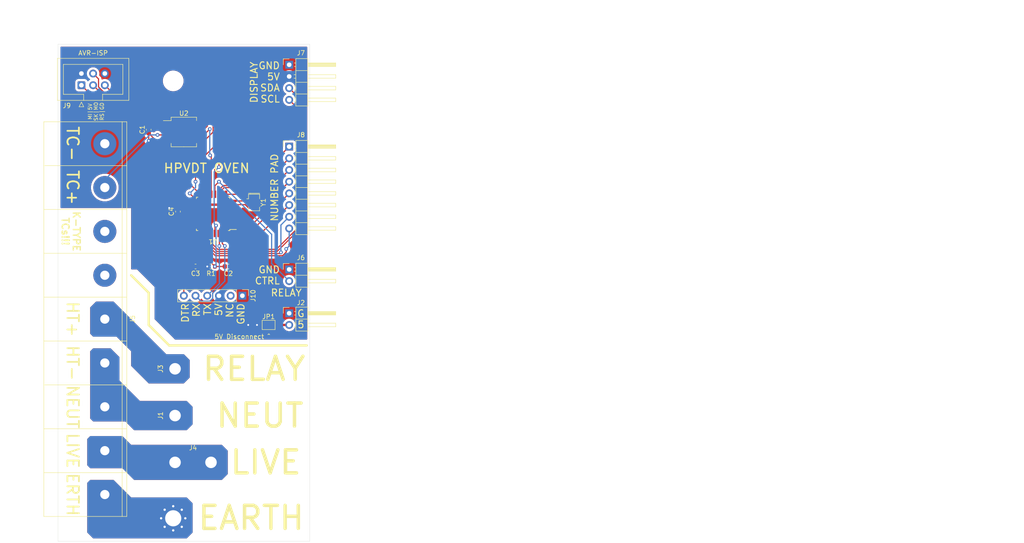
<source format=kicad_pcb>
(kicad_pcb (version 20171130) (host pcbnew 5.1.10-88a1d61d58~88~ubuntu20.10.1)

  (general
    (thickness 1.6)
    (drawings 41)
    (tracks 182)
    (zones 0)
    (modules 21)
    (nets 30)
  )

  (page USLetter)
  (title_block
    (title Oven)
    (date 2021-06-02)
    (rev 1.0)
    (company HPVDT)
    (comment 1 "Based off an Arduino Nano, can be used as one.")
    (comment 2 "screen, 5V charger, solid state relay, and a keypad.")
    (comment 3 "Designed to fit in an old metal power supply case along side a ")
    (comment 4 "Oven control board")
  )

  (layers
    (0 F.Cu signal)
    (31 B.Cu signal)
    (32 B.Adhes user)
    (33 F.Adhes user)
    (34 B.Paste user)
    (35 F.Paste user)
    (36 B.SilkS user)
    (37 F.SilkS user)
    (38 B.Mask user)
    (39 F.Mask user)
    (40 Dwgs.User user)
    (41 Cmts.User user)
    (42 Eco1.User user)
    (43 Eco2.User user)
    (44 Edge.Cuts user)
    (45 Margin user)
    (46 B.CrtYd user)
    (47 F.CrtYd user)
    (48 B.Fab user)
    (49 F.Fab user)
  )

  (setup
    (last_trace_width 0.25)
    (trace_clearance 0.2)
    (zone_clearance 0.508)
    (zone_45_only no)
    (trace_min 0.2)
    (via_size 0.8)
    (via_drill 0.4)
    (via_min_size 0.4)
    (via_min_drill 0.3)
    (uvia_size 0.3)
    (uvia_drill 0.1)
    (uvias_allowed no)
    (uvia_min_size 0.2)
    (uvia_min_drill 0.1)
    (edge_width 0.05)
    (segment_width 0.2)
    (pcb_text_width 0.3)
    (pcb_text_size 1.5 1.5)
    (mod_edge_width 0.12)
    (mod_text_size 1 1)
    (mod_text_width 0.15)
    (pad_size 1.524 1.524)
    (pad_drill 0.762)
    (pad_to_mask_clearance 0)
    (aux_axis_origin 54.61 162.56)
    (grid_origin 54.61 162.56)
    (visible_elements FFFFFF7F)
    (pcbplotparams
      (layerselection 0x010fc_ffffffff)
      (usegerberextensions false)
      (usegerberattributes true)
      (usegerberadvancedattributes true)
      (creategerberjobfile true)
      (excludeedgelayer true)
      (linewidth 0.100000)
      (plotframeref false)
      (viasonmask false)
      (mode 1)
      (useauxorigin false)
      (hpglpennumber 1)
      (hpglpenspeed 20)
      (hpglpendiameter 15.000000)
      (psnegative false)
      (psa4output false)
      (plotreference true)
      (plotvalue true)
      (plotinvisibletext false)
      (padsonsilk false)
      (subtractmaskfromsilk false)
      (outputformat 1)
      (mirror false)
      (drillshape 1)
      (scaleselection 1)
      (outputdirectory ""))
  )

  (net 0 "")
  (net 1 NEUT)
  (net 2 LINE)
  (net 3 GNDPWR)
  (net 4 GND)
  (net 5 +5V)
  (net 6 "Net-(U1-Pad8)")
  (net 7 "Net-(U1-Pad7)")
  (net 8 /RST)
  (net 9 /DTR)
  (net 10 "Net-(J2-Pad2)")
  (net 11 /TC+)
  (net 12 /RELAY)
  (net 13 /SCL)
  (net 14 /SDA)
  (net 15 /COL4)
  (net 16 /COL3)
  (net 17 /COL2)
  (net 18 /COL1)
  (net 19 /ROW4)
  (net 20 /ROW3)
  (net 21 /ROW2)
  (net 22 /ROW1)
  (net 23 /MOSI)
  (net 24 /SCK)
  (net 25 /MISO)
  (net 26 /TX)
  (net 27 /RX)
  (net 28 /TCSS)
  (net 29 /RELAY_RTN)

  (net_class Default "This is the default net class."
    (clearance 0.2)
    (trace_width 0.25)
    (via_dia 0.8)
    (via_drill 0.4)
    (uvia_dia 0.3)
    (uvia_drill 0.1)
    (add_net +5V)
    (add_net /COL1)
    (add_net /COL2)
    (add_net /COL3)
    (add_net /COL4)
    (add_net /DTR)
    (add_net /MISO)
    (add_net /MOSI)
    (add_net /RELAY)
    (add_net /RELAY_RTN)
    (add_net /ROW1)
    (add_net /ROW2)
    (add_net /ROW3)
    (add_net /ROW4)
    (add_net /RST)
    (add_net /RX)
    (add_net /SCK)
    (add_net /SCL)
    (add_net /SDA)
    (add_net /TC+)
    (add_net /TCSS)
    (add_net /TX)
    (add_net GND)
    (add_net GNDPWR)
    (add_net LINE)
    (add_net NEUT)
    (add_net "Net-(J2-Pad2)")
    (add_net "Net-(U1-Pad7)")
    (add_net "Net-(U1-Pad8)")
  )

  (module Connector_PinHeader_2.54mm:PinHeader_1x02_P2.54mm_Horizontal (layer F.Cu) (tedit 59FED5CB) (tstamp 60B83BE8)
    (at 104.775 103.505)
    (descr "Through hole angled pin header, 1x02, 2.54mm pitch, 6mm pin length, single row")
    (tags "Through hole angled pin header THT 1x02 2.54mm single row")
    (path /60B6DB6D)
    (fp_text reference J6 (at 2.54 -2.54) (layer F.SilkS)
      (effects (font (size 1 1) (thickness 0.15)))
    )
    (fp_text value RELAY_CTRL (at 4.385 4.81) (layer F.Fab)
      (effects (font (size 1 1) (thickness 0.15)))
    )
    (fp_line (start 10.55 -1.8) (end -1.8 -1.8) (layer F.CrtYd) (width 0.05))
    (fp_line (start 10.55 4.35) (end 10.55 -1.8) (layer F.CrtYd) (width 0.05))
    (fp_line (start -1.8 4.35) (end 10.55 4.35) (layer F.CrtYd) (width 0.05))
    (fp_line (start -1.8 -1.8) (end -1.8 4.35) (layer F.CrtYd) (width 0.05))
    (fp_line (start -1.27 -1.27) (end 0 -1.27) (layer F.SilkS) (width 0.12))
    (fp_line (start -1.27 0) (end -1.27 -1.27) (layer F.SilkS) (width 0.12))
    (fp_line (start 1.042929 2.92) (end 1.44 2.92) (layer F.SilkS) (width 0.12))
    (fp_line (start 1.042929 2.16) (end 1.44 2.16) (layer F.SilkS) (width 0.12))
    (fp_line (start 10.1 2.92) (end 4.1 2.92) (layer F.SilkS) (width 0.12))
    (fp_line (start 10.1 2.16) (end 10.1 2.92) (layer F.SilkS) (width 0.12))
    (fp_line (start 4.1 2.16) (end 10.1 2.16) (layer F.SilkS) (width 0.12))
    (fp_line (start 1.44 1.27) (end 4.1 1.27) (layer F.SilkS) (width 0.12))
    (fp_line (start 1.11 0.38) (end 1.44 0.38) (layer F.SilkS) (width 0.12))
    (fp_line (start 1.11 -0.38) (end 1.44 -0.38) (layer F.SilkS) (width 0.12))
    (fp_line (start 4.1 0.28) (end 10.1 0.28) (layer F.SilkS) (width 0.12))
    (fp_line (start 4.1 0.16) (end 10.1 0.16) (layer F.SilkS) (width 0.12))
    (fp_line (start 4.1 0.04) (end 10.1 0.04) (layer F.SilkS) (width 0.12))
    (fp_line (start 4.1 -0.08) (end 10.1 -0.08) (layer F.SilkS) (width 0.12))
    (fp_line (start 4.1 -0.2) (end 10.1 -0.2) (layer F.SilkS) (width 0.12))
    (fp_line (start 4.1 -0.32) (end 10.1 -0.32) (layer F.SilkS) (width 0.12))
    (fp_line (start 10.1 0.38) (end 4.1 0.38) (layer F.SilkS) (width 0.12))
    (fp_line (start 10.1 -0.38) (end 10.1 0.38) (layer F.SilkS) (width 0.12))
    (fp_line (start 4.1 -0.38) (end 10.1 -0.38) (layer F.SilkS) (width 0.12))
    (fp_line (start 4.1 -1.33) (end 1.44 -1.33) (layer F.SilkS) (width 0.12))
    (fp_line (start 4.1 3.87) (end 4.1 -1.33) (layer F.SilkS) (width 0.12))
    (fp_line (start 1.44 3.87) (end 4.1 3.87) (layer F.SilkS) (width 0.12))
    (fp_line (start 1.44 -1.33) (end 1.44 3.87) (layer F.SilkS) (width 0.12))
    (fp_line (start 4.04 2.86) (end 10.04 2.86) (layer F.Fab) (width 0.1))
    (fp_line (start 10.04 2.22) (end 10.04 2.86) (layer F.Fab) (width 0.1))
    (fp_line (start 4.04 2.22) (end 10.04 2.22) (layer F.Fab) (width 0.1))
    (fp_line (start -0.32 2.86) (end 1.5 2.86) (layer F.Fab) (width 0.1))
    (fp_line (start -0.32 2.22) (end -0.32 2.86) (layer F.Fab) (width 0.1))
    (fp_line (start -0.32 2.22) (end 1.5 2.22) (layer F.Fab) (width 0.1))
    (fp_line (start 4.04 0.32) (end 10.04 0.32) (layer F.Fab) (width 0.1))
    (fp_line (start 10.04 -0.32) (end 10.04 0.32) (layer F.Fab) (width 0.1))
    (fp_line (start 4.04 -0.32) (end 10.04 -0.32) (layer F.Fab) (width 0.1))
    (fp_line (start -0.32 0.32) (end 1.5 0.32) (layer F.Fab) (width 0.1))
    (fp_line (start -0.32 -0.32) (end -0.32 0.32) (layer F.Fab) (width 0.1))
    (fp_line (start -0.32 -0.32) (end 1.5 -0.32) (layer F.Fab) (width 0.1))
    (fp_line (start 1.5 -0.635) (end 2.135 -1.27) (layer F.Fab) (width 0.1))
    (fp_line (start 1.5 3.81) (end 1.5 -0.635) (layer F.Fab) (width 0.1))
    (fp_line (start 4.04 3.81) (end 1.5 3.81) (layer F.Fab) (width 0.1))
    (fp_line (start 4.04 -1.27) (end 4.04 3.81) (layer F.Fab) (width 0.1))
    (fp_line (start 2.135 -1.27) (end 4.04 -1.27) (layer F.Fab) (width 0.1))
    (fp_text user %R (at 2.77 1.27 90) (layer F.Fab)
      (effects (font (size 1 1) (thickness 0.15)))
    )
    (pad 2 thru_hole oval (at 0 2.54) (size 1.7 1.7) (drill 1) (layers *.Cu *.Mask)
      (net 12 /RELAY))
    (pad 1 thru_hole rect (at 0 0) (size 1.7 1.7) (drill 1) (layers *.Cu *.Mask)
      (net 4 GND))
    (model ${KISYS3DMOD}/Connector_PinHeader_2.54mm.3dshapes/PinHeader_1x02_P2.54mm_Horizontal.wrl
      (at (xyz 0 0 0))
      (scale (xyz 1 1 1))
      (rotate (xyz 0 0 0))
    )
  )

  (module Connector_PinHeader_2.54mm:PinHeader_1x02_P2.54mm_Horizontal (layer F.Cu) (tedit 59FED5CB) (tstamp 60B83B7C)
    (at 104.775 113.03)
    (descr "Through hole angled pin header, 1x02, 2.54mm pitch, 6mm pin length, single row")
    (tags "Through hole angled pin header THT 1x02 2.54mm single row")
    (path /60B6F452)
    (fp_text reference J2 (at 2.54 -2.27) (layer F.SilkS)
      (effects (font (size 1 1) (thickness 0.15)))
    )
    (fp_text value 5V_IN (at 4.385 4.81) (layer F.Fab)
      (effects (font (size 1 1) (thickness 0.15)))
    )
    (fp_line (start 10.55 -1.8) (end -1.8 -1.8) (layer F.CrtYd) (width 0.05))
    (fp_line (start 10.55 4.35) (end 10.55 -1.8) (layer F.CrtYd) (width 0.05))
    (fp_line (start -1.8 4.35) (end 10.55 4.35) (layer F.CrtYd) (width 0.05))
    (fp_line (start -1.8 -1.8) (end -1.8 4.35) (layer F.CrtYd) (width 0.05))
    (fp_line (start -1.27 -1.27) (end 0 -1.27) (layer F.SilkS) (width 0.12))
    (fp_line (start -1.27 0) (end -1.27 -1.27) (layer F.SilkS) (width 0.12))
    (fp_line (start 1.042929 2.92) (end 1.44 2.92) (layer F.SilkS) (width 0.12))
    (fp_line (start 1.042929 2.16) (end 1.44 2.16) (layer F.SilkS) (width 0.12))
    (fp_line (start 10.1 2.92) (end 4.1 2.92) (layer F.SilkS) (width 0.12))
    (fp_line (start 10.1 2.16) (end 10.1 2.92) (layer F.SilkS) (width 0.12))
    (fp_line (start 4.1 2.16) (end 10.1 2.16) (layer F.SilkS) (width 0.12))
    (fp_line (start 1.44 1.27) (end 4.1 1.27) (layer F.SilkS) (width 0.12))
    (fp_line (start 1.11 0.38) (end 1.44 0.38) (layer F.SilkS) (width 0.12))
    (fp_line (start 1.11 -0.38) (end 1.44 -0.38) (layer F.SilkS) (width 0.12))
    (fp_line (start 4.1 0.28) (end 10.1 0.28) (layer F.SilkS) (width 0.12))
    (fp_line (start 4.1 0.16) (end 10.1 0.16) (layer F.SilkS) (width 0.12))
    (fp_line (start 4.1 0.04) (end 10.1 0.04) (layer F.SilkS) (width 0.12))
    (fp_line (start 4.1 -0.08) (end 10.1 -0.08) (layer F.SilkS) (width 0.12))
    (fp_line (start 4.1 -0.2) (end 10.1 -0.2) (layer F.SilkS) (width 0.12))
    (fp_line (start 4.1 -0.32) (end 10.1 -0.32) (layer F.SilkS) (width 0.12))
    (fp_line (start 10.1 0.38) (end 4.1 0.38) (layer F.SilkS) (width 0.12))
    (fp_line (start 10.1 -0.38) (end 10.1 0.38) (layer F.SilkS) (width 0.12))
    (fp_line (start 4.1 -0.38) (end 10.1 -0.38) (layer F.SilkS) (width 0.12))
    (fp_line (start 4.1 -1.33) (end 1.44 -1.33) (layer F.SilkS) (width 0.12))
    (fp_line (start 4.1 3.87) (end 4.1 -1.33) (layer F.SilkS) (width 0.12))
    (fp_line (start 1.44 3.87) (end 4.1 3.87) (layer F.SilkS) (width 0.12))
    (fp_line (start 1.44 -1.33) (end 1.44 3.87) (layer F.SilkS) (width 0.12))
    (fp_line (start 4.04 2.86) (end 10.04 2.86) (layer F.Fab) (width 0.1))
    (fp_line (start 10.04 2.22) (end 10.04 2.86) (layer F.Fab) (width 0.1))
    (fp_line (start 4.04 2.22) (end 10.04 2.22) (layer F.Fab) (width 0.1))
    (fp_line (start -0.32 2.86) (end 1.5 2.86) (layer F.Fab) (width 0.1))
    (fp_line (start -0.32 2.22) (end -0.32 2.86) (layer F.Fab) (width 0.1))
    (fp_line (start -0.32 2.22) (end 1.5 2.22) (layer F.Fab) (width 0.1))
    (fp_line (start 4.04 0.32) (end 10.04 0.32) (layer F.Fab) (width 0.1))
    (fp_line (start 10.04 -0.32) (end 10.04 0.32) (layer F.Fab) (width 0.1))
    (fp_line (start 4.04 -0.32) (end 10.04 -0.32) (layer F.Fab) (width 0.1))
    (fp_line (start -0.32 0.32) (end 1.5 0.32) (layer F.Fab) (width 0.1))
    (fp_line (start -0.32 -0.32) (end -0.32 0.32) (layer F.Fab) (width 0.1))
    (fp_line (start -0.32 -0.32) (end 1.5 -0.32) (layer F.Fab) (width 0.1))
    (fp_line (start 1.5 -0.635) (end 2.135 -1.27) (layer F.Fab) (width 0.1))
    (fp_line (start 1.5 3.81) (end 1.5 -0.635) (layer F.Fab) (width 0.1))
    (fp_line (start 4.04 3.81) (end 1.5 3.81) (layer F.Fab) (width 0.1))
    (fp_line (start 4.04 -1.27) (end 4.04 3.81) (layer F.Fab) (width 0.1))
    (fp_line (start 2.135 -1.27) (end 4.04 -1.27) (layer F.Fab) (width 0.1))
    (fp_text user %R (at 2.77 1.27 90) (layer F.Fab)
      (effects (font (size 1 1) (thickness 0.15)))
    )
    (pad 2 thru_hole oval (at 0 2.54) (size 1.7 1.7) (drill 1) (layers *.Cu *.Mask)
      (net 10 "Net-(J2-Pad2)"))
    (pad 1 thru_hole rect (at 0 0) (size 1.7 1.7) (drill 1) (layers *.Cu *.Mask)
      (net 4 GND))
    (model ${KISYS3DMOD}/Connector_PinHeader_2.54mm.3dshapes/PinHeader_1x02_P2.54mm_Horizontal.wrl
      (at (xyz 0 0 0))
      (scale (xyz 1 1 1))
      (rotate (xyz 0 0 0))
    )
  )

  (module Connector_PinHeader_2.54mm:PinHeader_1x08_P2.54mm_Horizontal (layer F.Cu) (tedit 59FED5CB) (tstamp 60B83C51)
    (at 104.775 76.835)
    (descr "Through hole angled pin header, 1x08, 2.54mm pitch, 6mm pin length, single row")
    (tags "Through hole angled pin header THT 1x08 2.54mm single row")
    (path /60B6C0AF)
    (fp_text reference J8 (at 2.54 -2.54) (layer F.SilkS)
      (effects (font (size 1 1) (thickness 0.15)))
    )
    (fp_text value NUMPAD (at 4.385 20.05) (layer F.Fab)
      (effects (font (size 1 1) (thickness 0.15)))
    )
    (fp_line (start 10.55 -1.8) (end -1.8 -1.8) (layer F.CrtYd) (width 0.05))
    (fp_line (start 10.55 19.55) (end 10.55 -1.8) (layer F.CrtYd) (width 0.05))
    (fp_line (start -1.8 19.55) (end 10.55 19.55) (layer F.CrtYd) (width 0.05))
    (fp_line (start -1.8 -1.8) (end -1.8 19.55) (layer F.CrtYd) (width 0.05))
    (fp_line (start -1.27 -1.27) (end 0 -1.27) (layer F.SilkS) (width 0.12))
    (fp_line (start -1.27 0) (end -1.27 -1.27) (layer F.SilkS) (width 0.12))
    (fp_line (start 1.042929 18.16) (end 1.44 18.16) (layer F.SilkS) (width 0.12))
    (fp_line (start 1.042929 17.4) (end 1.44 17.4) (layer F.SilkS) (width 0.12))
    (fp_line (start 10.1 18.16) (end 4.1 18.16) (layer F.SilkS) (width 0.12))
    (fp_line (start 10.1 17.4) (end 10.1 18.16) (layer F.SilkS) (width 0.12))
    (fp_line (start 4.1 17.4) (end 10.1 17.4) (layer F.SilkS) (width 0.12))
    (fp_line (start 1.44 16.51) (end 4.1 16.51) (layer F.SilkS) (width 0.12))
    (fp_line (start 1.042929 15.62) (end 1.44 15.62) (layer F.SilkS) (width 0.12))
    (fp_line (start 1.042929 14.86) (end 1.44 14.86) (layer F.SilkS) (width 0.12))
    (fp_line (start 10.1 15.62) (end 4.1 15.62) (layer F.SilkS) (width 0.12))
    (fp_line (start 10.1 14.86) (end 10.1 15.62) (layer F.SilkS) (width 0.12))
    (fp_line (start 4.1 14.86) (end 10.1 14.86) (layer F.SilkS) (width 0.12))
    (fp_line (start 1.44 13.97) (end 4.1 13.97) (layer F.SilkS) (width 0.12))
    (fp_line (start 1.042929 13.08) (end 1.44 13.08) (layer F.SilkS) (width 0.12))
    (fp_line (start 1.042929 12.32) (end 1.44 12.32) (layer F.SilkS) (width 0.12))
    (fp_line (start 10.1 13.08) (end 4.1 13.08) (layer F.SilkS) (width 0.12))
    (fp_line (start 10.1 12.32) (end 10.1 13.08) (layer F.SilkS) (width 0.12))
    (fp_line (start 4.1 12.32) (end 10.1 12.32) (layer F.SilkS) (width 0.12))
    (fp_line (start 1.44 11.43) (end 4.1 11.43) (layer F.SilkS) (width 0.12))
    (fp_line (start 1.042929 10.54) (end 1.44 10.54) (layer F.SilkS) (width 0.12))
    (fp_line (start 1.042929 9.78) (end 1.44 9.78) (layer F.SilkS) (width 0.12))
    (fp_line (start 10.1 10.54) (end 4.1 10.54) (layer F.SilkS) (width 0.12))
    (fp_line (start 10.1 9.78) (end 10.1 10.54) (layer F.SilkS) (width 0.12))
    (fp_line (start 4.1 9.78) (end 10.1 9.78) (layer F.SilkS) (width 0.12))
    (fp_line (start 1.44 8.89) (end 4.1 8.89) (layer F.SilkS) (width 0.12))
    (fp_line (start 1.042929 8) (end 1.44 8) (layer F.SilkS) (width 0.12))
    (fp_line (start 1.042929 7.24) (end 1.44 7.24) (layer F.SilkS) (width 0.12))
    (fp_line (start 10.1 8) (end 4.1 8) (layer F.SilkS) (width 0.12))
    (fp_line (start 10.1 7.24) (end 10.1 8) (layer F.SilkS) (width 0.12))
    (fp_line (start 4.1 7.24) (end 10.1 7.24) (layer F.SilkS) (width 0.12))
    (fp_line (start 1.44 6.35) (end 4.1 6.35) (layer F.SilkS) (width 0.12))
    (fp_line (start 1.042929 5.46) (end 1.44 5.46) (layer F.SilkS) (width 0.12))
    (fp_line (start 1.042929 4.7) (end 1.44 4.7) (layer F.SilkS) (width 0.12))
    (fp_line (start 10.1 5.46) (end 4.1 5.46) (layer F.SilkS) (width 0.12))
    (fp_line (start 10.1 4.7) (end 10.1 5.46) (layer F.SilkS) (width 0.12))
    (fp_line (start 4.1 4.7) (end 10.1 4.7) (layer F.SilkS) (width 0.12))
    (fp_line (start 1.44 3.81) (end 4.1 3.81) (layer F.SilkS) (width 0.12))
    (fp_line (start 1.042929 2.92) (end 1.44 2.92) (layer F.SilkS) (width 0.12))
    (fp_line (start 1.042929 2.16) (end 1.44 2.16) (layer F.SilkS) (width 0.12))
    (fp_line (start 10.1 2.92) (end 4.1 2.92) (layer F.SilkS) (width 0.12))
    (fp_line (start 10.1 2.16) (end 10.1 2.92) (layer F.SilkS) (width 0.12))
    (fp_line (start 4.1 2.16) (end 10.1 2.16) (layer F.SilkS) (width 0.12))
    (fp_line (start 1.44 1.27) (end 4.1 1.27) (layer F.SilkS) (width 0.12))
    (fp_line (start 1.11 0.38) (end 1.44 0.38) (layer F.SilkS) (width 0.12))
    (fp_line (start 1.11 -0.38) (end 1.44 -0.38) (layer F.SilkS) (width 0.12))
    (fp_line (start 4.1 0.28) (end 10.1 0.28) (layer F.SilkS) (width 0.12))
    (fp_line (start 4.1 0.16) (end 10.1 0.16) (layer F.SilkS) (width 0.12))
    (fp_line (start 4.1 0.04) (end 10.1 0.04) (layer F.SilkS) (width 0.12))
    (fp_line (start 4.1 -0.08) (end 10.1 -0.08) (layer F.SilkS) (width 0.12))
    (fp_line (start 4.1 -0.2) (end 10.1 -0.2) (layer F.SilkS) (width 0.12))
    (fp_line (start 4.1 -0.32) (end 10.1 -0.32) (layer F.SilkS) (width 0.12))
    (fp_line (start 10.1 0.38) (end 4.1 0.38) (layer F.SilkS) (width 0.12))
    (fp_line (start 10.1 -0.38) (end 10.1 0.38) (layer F.SilkS) (width 0.12))
    (fp_line (start 4.1 -0.38) (end 10.1 -0.38) (layer F.SilkS) (width 0.12))
    (fp_line (start 4.1 -1.33) (end 1.44 -1.33) (layer F.SilkS) (width 0.12))
    (fp_line (start 4.1 19.11) (end 4.1 -1.33) (layer F.SilkS) (width 0.12))
    (fp_line (start 1.44 19.11) (end 4.1 19.11) (layer F.SilkS) (width 0.12))
    (fp_line (start 1.44 -1.33) (end 1.44 19.11) (layer F.SilkS) (width 0.12))
    (fp_line (start 4.04 18.1) (end 10.04 18.1) (layer F.Fab) (width 0.1))
    (fp_line (start 10.04 17.46) (end 10.04 18.1) (layer F.Fab) (width 0.1))
    (fp_line (start 4.04 17.46) (end 10.04 17.46) (layer F.Fab) (width 0.1))
    (fp_line (start -0.32 18.1) (end 1.5 18.1) (layer F.Fab) (width 0.1))
    (fp_line (start -0.32 17.46) (end -0.32 18.1) (layer F.Fab) (width 0.1))
    (fp_line (start -0.32 17.46) (end 1.5 17.46) (layer F.Fab) (width 0.1))
    (fp_line (start 4.04 15.56) (end 10.04 15.56) (layer F.Fab) (width 0.1))
    (fp_line (start 10.04 14.92) (end 10.04 15.56) (layer F.Fab) (width 0.1))
    (fp_line (start 4.04 14.92) (end 10.04 14.92) (layer F.Fab) (width 0.1))
    (fp_line (start -0.32 15.56) (end 1.5 15.56) (layer F.Fab) (width 0.1))
    (fp_line (start -0.32 14.92) (end -0.32 15.56) (layer F.Fab) (width 0.1))
    (fp_line (start -0.32 14.92) (end 1.5 14.92) (layer F.Fab) (width 0.1))
    (fp_line (start 4.04 13.02) (end 10.04 13.02) (layer F.Fab) (width 0.1))
    (fp_line (start 10.04 12.38) (end 10.04 13.02) (layer F.Fab) (width 0.1))
    (fp_line (start 4.04 12.38) (end 10.04 12.38) (layer F.Fab) (width 0.1))
    (fp_line (start -0.32 13.02) (end 1.5 13.02) (layer F.Fab) (width 0.1))
    (fp_line (start -0.32 12.38) (end -0.32 13.02) (layer F.Fab) (width 0.1))
    (fp_line (start -0.32 12.38) (end 1.5 12.38) (layer F.Fab) (width 0.1))
    (fp_line (start 4.04 10.48) (end 10.04 10.48) (layer F.Fab) (width 0.1))
    (fp_line (start 10.04 9.84) (end 10.04 10.48) (layer F.Fab) (width 0.1))
    (fp_line (start 4.04 9.84) (end 10.04 9.84) (layer F.Fab) (width 0.1))
    (fp_line (start -0.32 10.48) (end 1.5 10.48) (layer F.Fab) (width 0.1))
    (fp_line (start -0.32 9.84) (end -0.32 10.48) (layer F.Fab) (width 0.1))
    (fp_line (start -0.32 9.84) (end 1.5 9.84) (layer F.Fab) (width 0.1))
    (fp_line (start 4.04 7.94) (end 10.04 7.94) (layer F.Fab) (width 0.1))
    (fp_line (start 10.04 7.3) (end 10.04 7.94) (layer F.Fab) (width 0.1))
    (fp_line (start 4.04 7.3) (end 10.04 7.3) (layer F.Fab) (width 0.1))
    (fp_line (start -0.32 7.94) (end 1.5 7.94) (layer F.Fab) (width 0.1))
    (fp_line (start -0.32 7.3) (end -0.32 7.94) (layer F.Fab) (width 0.1))
    (fp_line (start -0.32 7.3) (end 1.5 7.3) (layer F.Fab) (width 0.1))
    (fp_line (start 4.04 5.4) (end 10.04 5.4) (layer F.Fab) (width 0.1))
    (fp_line (start 10.04 4.76) (end 10.04 5.4) (layer F.Fab) (width 0.1))
    (fp_line (start 4.04 4.76) (end 10.04 4.76) (layer F.Fab) (width 0.1))
    (fp_line (start -0.32 5.4) (end 1.5 5.4) (layer F.Fab) (width 0.1))
    (fp_line (start -0.32 4.76) (end -0.32 5.4) (layer F.Fab) (width 0.1))
    (fp_line (start -0.32 4.76) (end 1.5 4.76) (layer F.Fab) (width 0.1))
    (fp_line (start 4.04 2.86) (end 10.04 2.86) (layer F.Fab) (width 0.1))
    (fp_line (start 10.04 2.22) (end 10.04 2.86) (layer F.Fab) (width 0.1))
    (fp_line (start 4.04 2.22) (end 10.04 2.22) (layer F.Fab) (width 0.1))
    (fp_line (start -0.32 2.86) (end 1.5 2.86) (layer F.Fab) (width 0.1))
    (fp_line (start -0.32 2.22) (end -0.32 2.86) (layer F.Fab) (width 0.1))
    (fp_line (start -0.32 2.22) (end 1.5 2.22) (layer F.Fab) (width 0.1))
    (fp_line (start 4.04 0.32) (end 10.04 0.32) (layer F.Fab) (width 0.1))
    (fp_line (start 10.04 -0.32) (end 10.04 0.32) (layer F.Fab) (width 0.1))
    (fp_line (start 4.04 -0.32) (end 10.04 -0.32) (layer F.Fab) (width 0.1))
    (fp_line (start -0.32 0.32) (end 1.5 0.32) (layer F.Fab) (width 0.1))
    (fp_line (start -0.32 -0.32) (end -0.32 0.32) (layer F.Fab) (width 0.1))
    (fp_line (start -0.32 -0.32) (end 1.5 -0.32) (layer F.Fab) (width 0.1))
    (fp_line (start 1.5 -0.635) (end 2.135 -1.27) (layer F.Fab) (width 0.1))
    (fp_line (start 1.5 19.05) (end 1.5 -0.635) (layer F.Fab) (width 0.1))
    (fp_line (start 4.04 19.05) (end 1.5 19.05) (layer F.Fab) (width 0.1))
    (fp_line (start 4.04 -1.27) (end 4.04 19.05) (layer F.Fab) (width 0.1))
    (fp_line (start 2.135 -1.27) (end 4.04 -1.27) (layer F.Fab) (width 0.1))
    (fp_text user %R (at 2.77 8.89 90) (layer F.Fab)
      (effects (font (size 1 1) (thickness 0.15)))
    )
    (pad 8 thru_hole oval (at 0 17.78) (size 1.7 1.7) (drill 1) (layers *.Cu *.Mask)
      (net 22 /ROW1))
    (pad 7 thru_hole oval (at 0 15.24) (size 1.7 1.7) (drill 1) (layers *.Cu *.Mask)
      (net 21 /ROW2))
    (pad 6 thru_hole oval (at 0 12.7) (size 1.7 1.7) (drill 1) (layers *.Cu *.Mask)
      (net 20 /ROW3))
    (pad 5 thru_hole oval (at 0 10.16) (size 1.7 1.7) (drill 1) (layers *.Cu *.Mask)
      (net 19 /ROW4))
    (pad 4 thru_hole oval (at 0 7.62) (size 1.7 1.7) (drill 1) (layers *.Cu *.Mask)
      (net 18 /COL1))
    (pad 3 thru_hole oval (at 0 5.08) (size 1.7 1.7) (drill 1) (layers *.Cu *.Mask)
      (net 17 /COL2))
    (pad 2 thru_hole oval (at 0 2.54) (size 1.7 1.7) (drill 1) (layers *.Cu *.Mask)
      (net 16 /COL3))
    (pad 1 thru_hole rect (at 0 0) (size 1.7 1.7) (drill 1) (layers *.Cu *.Mask)
      (net 15 /COL4))
    (model ${KISYS3DMOD}/Connector_PinHeader_2.54mm.3dshapes/PinHeader_1x08_P2.54mm_Horizontal.wrl
      (at (xyz 0 0 0))
      (scale (xyz 1 1 1))
      (rotate (xyz 0 0 0))
    )
  )

  (module Crystal:Resonator_SMD_muRata_CSTxExxV-3Pin_3.0x1.1mm (layer F.Cu) (tedit 5AD358ED) (tstamp 60B83D5D)
    (at 97.155 88.97 270)
    (descr "SMD Resomator/Filter Murata CSTCE, https://www.murata.com/en-eu/products/productdata/8801162264606/SPEC-CSTNE16M0VH3C000R0.pdf")
    (tags "SMD SMT ceramic resonator filter")
    (path /60BCB0C5)
    (attr smd)
    (fp_text reference Y1 (at 0 -2 90) (layer F.SilkS)
      (effects (font (size 1 1) (thickness 0.15)))
    )
    (fp_text value 16M (at 0 1.8 90) (layer F.Fab)
      (effects (font (size 0.2 0.2) (thickness 0.03)))
    )
    (fp_line (start -1.75 1.2) (end -1.75 -1.2) (layer F.CrtYd) (width 0.05))
    (fp_line (start 1.75 -1.2) (end 1.75 1.2) (layer F.CrtYd) (width 0.05))
    (fp_line (start -1.75 -1.2) (end 1.75 -1.2) (layer F.CrtYd) (width 0.05))
    (fp_line (start 1.75 1.2) (end -1.75 1.2) (layer F.CrtYd) (width 0.05))
    (fp_line (start -1.5 0.3) (end -1.5 -0.8) (layer F.Fab) (width 0.1))
    (fp_line (start -1 0.8) (end 1.5 0.8) (layer F.Fab) (width 0.1))
    (fp_line (start -1 0.8) (end -1.5 0.3) (layer F.Fab) (width 0.1))
    (fp_line (start 1.5 -0.8) (end -1.5 -0.8) (layer F.Fab) (width 0.1))
    (fp_line (start 1.5 0.8) (end 1.5 -0.8) (layer F.Fab) (width 0.1))
    (fp_line (start -2 0.8) (end -2 1.2) (layer F.SilkS) (width 0.12))
    (fp_line (start -1.8 0.8) (end -1.8 1.2) (layer F.SilkS) (width 0.12))
    (fp_line (start 1.8 0.8) (end 1.8 1.2) (layer F.SilkS) (width 0.12))
    (fp_line (start -2 -1.2) (end -2 0.8) (layer F.SilkS) (width 0.12))
    (fp_line (start -0.8 1.2) (end -0.8 1.6) (layer F.SilkS) (width 0.12))
    (fp_line (start -0.8 1.2) (end -1.8 1.2) (layer F.SilkS) (width 0.12))
    (fp_line (start -1.8 0.8) (end -1.8 -1.2) (layer F.SilkS) (width 0.12))
    (fp_line (start -1.8 -1.2) (end -0.8 -1.2) (layer F.SilkS) (width 0.12))
    (fp_line (start 1 -1.2) (end 1.8 -1.2) (layer F.SilkS) (width 0.12))
    (fp_line (start 1.8 -1.2) (end 1.8 0.8) (layer F.SilkS) (width 0.12))
    (fp_line (start 1.8 1.2) (end 1 1.2) (layer F.SilkS) (width 0.12))
    (fp_text user %R (at 0.1 -0.05 90) (layer F.Fab)
      (effects (font (size 0.6 0.6) (thickness 0.08)))
    )
    (pad 3 smd rect (at 1.2 0 270) (size 0.4 1.9) (layers F.Cu F.Paste F.Mask)
      (net 7 "Net-(U1-Pad7)"))
    (pad 2 smd rect (at 0 0 270) (size 0.4 1.9) (layers F.Cu F.Paste F.Mask)
      (net 4 GND))
    (pad 1 smd rect (at -1.2 0 270) (size 0.4 1.9) (layers F.Cu F.Paste F.Mask)
      (net 6 "Net-(U1-Pad8)"))
    (model ${KISYS3DMOD}/Crystal.3dshapes/Resonator_SMD_muRata_CSTxExxV-3Pin_3.0x1.1mm.wrl
      (at (xyz 0 0 0))
      (scale (xyz 1 1 1))
      (rotate (xyz 0 0 0))
    )
  )

  (module Package_SO:SO-8_5.3x6.2mm_P1.27mm (layer F.Cu) (tedit 5EA5315B) (tstamp 60B83D41)
    (at 81.915 73.66)
    (descr "SO, 8 Pin (https://www.ti.com/lit/ml/msop001a/msop001a.pdf), generated with kicad-footprint-generator ipc_gullwing_generator.py")
    (tags "SO SO")
    (path /60B8137D)
    (attr smd)
    (fp_text reference U2 (at 0 -4.05) (layer F.SilkS)
      (effects (font (size 1 1) (thickness 0.15)))
    )
    (fp_text value MAX6675 (at 0 4.05) (layer F.Fab)
      (effects (font (size 1 1) (thickness 0.15)))
    )
    (fp_line (start 4.7 -3.35) (end -4.7 -3.35) (layer F.CrtYd) (width 0.05))
    (fp_line (start 4.7 3.35) (end 4.7 -3.35) (layer F.CrtYd) (width 0.05))
    (fp_line (start -4.7 3.35) (end 4.7 3.35) (layer F.CrtYd) (width 0.05))
    (fp_line (start -4.7 -3.35) (end -4.7 3.35) (layer F.CrtYd) (width 0.05))
    (fp_line (start -2.65 -2.1) (end -1.65 -3.1) (layer F.Fab) (width 0.1))
    (fp_line (start -2.65 3.1) (end -2.65 -2.1) (layer F.Fab) (width 0.1))
    (fp_line (start 2.65 3.1) (end -2.65 3.1) (layer F.Fab) (width 0.1))
    (fp_line (start 2.65 -3.1) (end 2.65 3.1) (layer F.Fab) (width 0.1))
    (fp_line (start -1.65 -3.1) (end 2.65 -3.1) (layer F.Fab) (width 0.1))
    (fp_line (start -2.76 -2.465) (end -4.45 -2.465) (layer F.SilkS) (width 0.12))
    (fp_line (start -2.76 -3.21) (end -2.76 -2.465) (layer F.SilkS) (width 0.12))
    (fp_line (start 0 -3.21) (end -2.76 -3.21) (layer F.SilkS) (width 0.12))
    (fp_line (start 2.76 -3.21) (end 2.76 -2.465) (layer F.SilkS) (width 0.12))
    (fp_line (start 0 -3.21) (end 2.76 -3.21) (layer F.SilkS) (width 0.12))
    (fp_line (start -2.76 3.21) (end -2.76 2.465) (layer F.SilkS) (width 0.12))
    (fp_line (start 0 3.21) (end -2.76 3.21) (layer F.SilkS) (width 0.12))
    (fp_line (start 2.76 3.21) (end 2.76 2.465) (layer F.SilkS) (width 0.12))
    (fp_line (start 0 3.21) (end 2.76 3.21) (layer F.SilkS) (width 0.12))
    (fp_text user %R (at 0 0) (layer F.Fab)
      (effects (font (size 1 1) (thickness 0.15)))
    )
    (pad 8 smd roundrect (at 3.5 -1.905) (size 1.9 0.6) (layers F.Cu F.Paste F.Mask) (roundrect_rratio 0.25))
    (pad 7 smd roundrect (at 3.5 -0.635) (size 1.9 0.6) (layers F.Cu F.Paste F.Mask) (roundrect_rratio 0.25)
      (net 25 /MISO))
    (pad 6 smd roundrect (at 3.5 0.635) (size 1.9 0.6) (layers F.Cu F.Paste F.Mask) (roundrect_rratio 0.25)
      (net 28 /TCSS))
    (pad 5 smd roundrect (at 3.5 1.905) (size 1.9 0.6) (layers F.Cu F.Paste F.Mask) (roundrect_rratio 0.25)
      (net 24 /SCK))
    (pad 4 smd roundrect (at -3.5 1.905) (size 1.9 0.6) (layers F.Cu F.Paste F.Mask) (roundrect_rratio 0.25)
      (net 5 +5V))
    (pad 3 smd roundrect (at -3.5 0.635) (size 1.9 0.6) (layers F.Cu F.Paste F.Mask) (roundrect_rratio 0.25)
      (net 11 /TC+))
    (pad 2 smd roundrect (at -3.5 -0.635) (size 1.9 0.6) (layers F.Cu F.Paste F.Mask) (roundrect_rratio 0.25)
      (net 4 GND))
    (pad 1 smd roundrect (at -3.5 -1.905) (size 1.9 0.6) (layers F.Cu F.Paste F.Mask) (roundrect_rratio 0.25)
      (net 4 GND))
    (model ${KISYS3DMOD}/Package_SO.3dshapes/SO-8_5.3x6.2mm_P1.27mm.wrl
      (at (xyz 0 0 0))
      (scale (xyz 1 1 1))
      (rotate (xyz 0 0 0))
    )
  )

  (module Resistor_SMD:R_0603_1608Metric (layer F.Cu) (tedit 5F68FEEE) (tstamp 60B83CB6)
    (at 87.82 102.87)
    (descr "Resistor SMD 0603 (1608 Metric), square (rectangular) end terminal, IPC_7351 nominal, (Body size source: IPC-SM-782 page 72, https://www.pcb-3d.com/wordpress/wp-content/uploads/ipc-sm-782a_amendment_1_and_2.pdf), generated with kicad-footprint-generator")
    (tags resistor)
    (path /60C158FF)
    (attr smd)
    (fp_text reference R1 (at 0 1.524) (layer F.SilkS)
      (effects (font (size 1 1) (thickness 0.15)))
    )
    (fp_text value 10K (at 0 1.43) (layer F.Fab)
      (effects (font (size 1 1) (thickness 0.15)))
    )
    (fp_line (start 1.48 0.73) (end -1.48 0.73) (layer F.CrtYd) (width 0.05))
    (fp_line (start 1.48 -0.73) (end 1.48 0.73) (layer F.CrtYd) (width 0.05))
    (fp_line (start -1.48 -0.73) (end 1.48 -0.73) (layer F.CrtYd) (width 0.05))
    (fp_line (start -1.48 0.73) (end -1.48 -0.73) (layer F.CrtYd) (width 0.05))
    (fp_line (start -0.237258 0.5225) (end 0.237258 0.5225) (layer F.SilkS) (width 0.12))
    (fp_line (start -0.237258 -0.5225) (end 0.237258 -0.5225) (layer F.SilkS) (width 0.12))
    (fp_line (start 0.8 0.4125) (end -0.8 0.4125) (layer F.Fab) (width 0.1))
    (fp_line (start 0.8 -0.4125) (end 0.8 0.4125) (layer F.Fab) (width 0.1))
    (fp_line (start -0.8 -0.4125) (end 0.8 -0.4125) (layer F.Fab) (width 0.1))
    (fp_line (start -0.8 0.4125) (end -0.8 -0.4125) (layer F.Fab) (width 0.1))
    (fp_text user %R (at 0 0) (layer F.Fab)
      (effects (font (size 0.4 0.4) (thickness 0.06)))
    )
    (pad 2 smd roundrect (at 0.825 0) (size 0.8 0.95) (layers F.Cu F.Paste F.Mask) (roundrect_rratio 0.25)
      (net 8 /RST))
    (pad 1 smd roundrect (at -0.825 0) (size 0.8 0.95) (layers F.Cu F.Paste F.Mask) (roundrect_rratio 0.25)
      (net 5 +5V))
    (model ${KISYS3DMOD}/Resistor_SMD.3dshapes/R_0603_1608Metric.wrl
      (at (xyz 0 0 0))
      (scale (xyz 1 1 1))
      (rotate (xyz 0 0 0))
    )
  )

  (module Jumper:SolderJumper-2_P1.3mm_Bridged_Pad1.0x1.5mm (layer F.Cu) (tedit 5C756AB2) (tstamp 60B83CA5)
    (at 100.315 115.57)
    (descr "SMD Solder Jumper, 1x1.5mm Pads, 0.3mm gap, bridged with 1 copper strip")
    (tags "solder jumper open")
    (path /60C36818)
    (attr virtual)
    (fp_text reference JP1 (at 0 -1.8) (layer F.SilkS)
      (effects (font (size 1 1) (thickness 0.15)))
    )
    (fp_text value 5V_SUP (at 0 1.9) (layer F.Fab)
      (effects (font (size 1 1) (thickness 0.15)))
    )
    (fp_poly (pts (xy -0.25 -0.3) (xy 0.25 -0.3) (xy 0.25 0.3) (xy -0.25 0.3)) (layer F.Cu) (width 0))
    (fp_line (start 1.65 1.25) (end -1.65 1.25) (layer F.CrtYd) (width 0.05))
    (fp_line (start 1.65 1.25) (end 1.65 -1.25) (layer F.CrtYd) (width 0.05))
    (fp_line (start -1.65 -1.25) (end -1.65 1.25) (layer F.CrtYd) (width 0.05))
    (fp_line (start -1.65 -1.25) (end 1.65 -1.25) (layer F.CrtYd) (width 0.05))
    (fp_line (start -1.4 -1) (end 1.4 -1) (layer F.SilkS) (width 0.12))
    (fp_line (start 1.4 -1) (end 1.4 1) (layer F.SilkS) (width 0.12))
    (fp_line (start 1.4 1) (end -1.4 1) (layer F.SilkS) (width 0.12))
    (fp_line (start -1.4 1) (end -1.4 -1) (layer F.SilkS) (width 0.12))
    (pad 2 smd rect (at 0.65 0) (size 1 1.5) (layers F.Cu F.Mask)
      (net 10 "Net-(J2-Pad2)"))
    (pad 1 smd rect (at -0.65 0) (size 1 1.5) (layers F.Cu F.Mask)
      (net 5 +5V))
  )

  (module Connector_PinHeader_2.54mm:PinHeader_1x06_P2.54mm_Vertical (layer F.Cu) (tedit 59FED5CC) (tstamp 60B83C96)
    (at 94.615 109.22 270)
    (descr "Through hole straight pin header, 1x06, 2.54mm pitch, single row")
    (tags "Through hole pin header THT 1x06 2.54mm single row")
    (path /60C0B394)
    (fp_text reference J10 (at 0 -2.33 90) (layer F.SilkS)
      (effects (font (size 1 1) (thickness 0.15)))
    )
    (fp_text value SERIAL (at 0 15.03 90) (layer F.Fab)
      (effects (font (size 1 1) (thickness 0.15)))
    )
    (fp_line (start 1.8 -1.8) (end -1.8 -1.8) (layer F.CrtYd) (width 0.05))
    (fp_line (start 1.8 14.5) (end 1.8 -1.8) (layer F.CrtYd) (width 0.05))
    (fp_line (start -1.8 14.5) (end 1.8 14.5) (layer F.CrtYd) (width 0.05))
    (fp_line (start -1.8 -1.8) (end -1.8 14.5) (layer F.CrtYd) (width 0.05))
    (fp_line (start -1.33 -1.33) (end 0 -1.33) (layer F.SilkS) (width 0.12))
    (fp_line (start -1.33 0) (end -1.33 -1.33) (layer F.SilkS) (width 0.12))
    (fp_line (start -1.33 1.27) (end 1.33 1.27) (layer F.SilkS) (width 0.12))
    (fp_line (start 1.33 1.27) (end 1.33 14.03) (layer F.SilkS) (width 0.12))
    (fp_line (start -1.33 1.27) (end -1.33 14.03) (layer F.SilkS) (width 0.12))
    (fp_line (start -1.33 14.03) (end 1.33 14.03) (layer F.SilkS) (width 0.12))
    (fp_line (start -1.27 -0.635) (end -0.635 -1.27) (layer F.Fab) (width 0.1))
    (fp_line (start -1.27 13.97) (end -1.27 -0.635) (layer F.Fab) (width 0.1))
    (fp_line (start 1.27 13.97) (end -1.27 13.97) (layer F.Fab) (width 0.1))
    (fp_line (start 1.27 -1.27) (end 1.27 13.97) (layer F.Fab) (width 0.1))
    (fp_line (start -0.635 -1.27) (end 1.27 -1.27) (layer F.Fab) (width 0.1))
    (fp_text user %R (at 0 6.35) (layer F.Fab)
      (effects (font (size 1 1) (thickness 0.15)))
    )
    (pad 6 thru_hole oval (at 0 12.7 270) (size 1.7 1.7) (drill 1) (layers *.Cu *.Mask)
      (net 9 /DTR))
    (pad 5 thru_hole oval (at 0 10.16 270) (size 1.7 1.7) (drill 1) (layers *.Cu *.Mask)
      (net 26 /TX))
    (pad 4 thru_hole oval (at 0 7.62 270) (size 1.7 1.7) (drill 1) (layers *.Cu *.Mask)
      (net 27 /RX))
    (pad 3 thru_hole oval (at 0 5.08 270) (size 1.7 1.7) (drill 1) (layers *.Cu *.Mask)
      (net 5 +5V))
    (pad 2 thru_hole oval (at 0 2.54 270) (size 1.7 1.7) (drill 1) (layers *.Cu *.Mask))
    (pad 1 thru_hole rect (at 0 0 270) (size 1.7 1.7) (drill 1) (layers *.Cu *.Mask)
      (net 4 GND))
    (model ${KISYS3DMOD}/Connector_PinHeader_2.54mm.3dshapes/PinHeader_1x06_P2.54mm_Vertical.wrl
      (at (xyz 0 0 0))
      (scale (xyz 1 1 1))
      (rotate (xyz 0 0 0))
    )
  )

  (module Connector_IDC:IDC-Header_2x03_P2.54mm_Vertical (layer F.Cu) (tedit 5EAC9A07) (tstamp 60B8AE9C)
    (at 59.69 63.5 90)
    (descr "Through hole IDC box header, 2x03, 2.54mm pitch, DIN 41651 / IEC 60603-13, double rows, https://docs.google.com/spreadsheets/d/16SsEcesNF15N3Lb4niX7dcUr-NY5_MFPQhobNuNppn4/edit#gid=0")
    (tags "Through hole vertical IDC box header THT 2x03 2.54mm double row")
    (path /60B7B90C)
    (fp_text reference J9 (at -4.445 -3.175 180) (layer F.SilkS)
      (effects (font (size 1 1) (thickness 0.15)))
    )
    (fp_text value AVR-ISP-6 (at 1.27 11.18 90) (layer F.Fab)
      (effects (font (size 1 1) (thickness 0.15)))
    )
    (fp_line (start 6.22 -5.6) (end -3.68 -5.6) (layer F.CrtYd) (width 0.05))
    (fp_line (start 6.22 10.69) (end 6.22 -5.6) (layer F.CrtYd) (width 0.05))
    (fp_line (start -3.68 10.69) (end 6.22 10.69) (layer F.CrtYd) (width 0.05))
    (fp_line (start -3.68 -5.6) (end -3.68 10.69) (layer F.CrtYd) (width 0.05))
    (fp_line (start -4.68 0.5) (end -3.68 0) (layer F.SilkS) (width 0.12))
    (fp_line (start -4.68 -0.5) (end -4.68 0.5) (layer F.SilkS) (width 0.12))
    (fp_line (start -3.68 0) (end -4.68 -0.5) (layer F.SilkS) (width 0.12))
    (fp_line (start -1.98 4.59) (end -3.29 4.59) (layer F.SilkS) (width 0.12))
    (fp_line (start -1.98 4.59) (end -1.98 4.59) (layer F.SilkS) (width 0.12))
    (fp_line (start -1.98 8.99) (end -1.98 4.59) (layer F.SilkS) (width 0.12))
    (fp_line (start 4.52 8.99) (end -1.98 8.99) (layer F.SilkS) (width 0.12))
    (fp_line (start 4.52 -3.91) (end 4.52 8.99) (layer F.SilkS) (width 0.12))
    (fp_line (start -1.98 -3.91) (end 4.52 -3.91) (layer F.SilkS) (width 0.12))
    (fp_line (start -1.98 0.49) (end -1.98 -3.91) (layer F.SilkS) (width 0.12))
    (fp_line (start -3.29 0.49) (end -1.98 0.49) (layer F.SilkS) (width 0.12))
    (fp_line (start -3.29 10.29) (end -3.29 -5.21) (layer F.SilkS) (width 0.12))
    (fp_line (start 5.83 10.29) (end -3.29 10.29) (layer F.SilkS) (width 0.12))
    (fp_line (start 5.83 -5.21) (end 5.83 10.29) (layer F.SilkS) (width 0.12))
    (fp_line (start -3.29 -5.21) (end 5.83 -5.21) (layer F.SilkS) (width 0.12))
    (fp_line (start -1.98 4.59) (end -3.18 4.59) (layer F.Fab) (width 0.1))
    (fp_line (start -1.98 4.59) (end -1.98 4.59) (layer F.Fab) (width 0.1))
    (fp_line (start -1.98 8.99) (end -1.98 4.59) (layer F.Fab) (width 0.1))
    (fp_line (start 4.52 8.99) (end -1.98 8.99) (layer F.Fab) (width 0.1))
    (fp_line (start 4.52 -3.91) (end 4.52 8.99) (layer F.Fab) (width 0.1))
    (fp_line (start -1.98 -3.91) (end 4.52 -3.91) (layer F.Fab) (width 0.1))
    (fp_line (start -1.98 0.49) (end -1.98 -3.91) (layer F.Fab) (width 0.1))
    (fp_line (start -3.18 0.49) (end -1.98 0.49) (layer F.Fab) (width 0.1))
    (fp_line (start -3.18 10.18) (end -3.18 -4.1) (layer F.Fab) (width 0.1))
    (fp_line (start 5.72 10.18) (end -3.18 10.18) (layer F.Fab) (width 0.1))
    (fp_line (start 5.72 -5.1) (end 5.72 10.18) (layer F.Fab) (width 0.1))
    (fp_line (start -2.18 -5.1) (end 5.72 -5.1) (layer F.Fab) (width 0.1))
    (fp_line (start -3.18 -4.1) (end -2.18 -5.1) (layer F.Fab) (width 0.1))
    (fp_text user %R (at 1.27 2.54) (layer F.Fab)
      (effects (font (size 1 1) (thickness 0.15)))
    )
    (pad 6 thru_hole circle (at 2.54 5.08 90) (size 1.7 1.7) (drill 1) (layers *.Cu *.Mask)
      (net 4 GND))
    (pad 4 thru_hole circle (at 2.54 2.54 90) (size 1.7 1.7) (drill 1) (layers *.Cu *.Mask)
      (net 23 /MOSI))
    (pad 2 thru_hole circle (at 2.54 0 90) (size 1.7 1.7) (drill 1) (layers *.Cu *.Mask)
      (net 5 +5V))
    (pad 5 thru_hole circle (at 0 5.08 90) (size 1.7 1.7) (drill 1) (layers *.Cu *.Mask)
      (net 8 /RST))
    (pad 3 thru_hole circle (at 0 2.54 90) (size 1.7 1.7) (drill 1) (layers *.Cu *.Mask)
      (net 24 /SCK))
    (pad 1 thru_hole roundrect (at 0 0 90) (size 1.7 1.7) (drill 1) (layers *.Cu *.Mask) (roundrect_rratio 0.147059)
      (net 25 /MISO))
    (model ${KISYS3DMOD}/Connector_IDC.3dshapes/IDC-Header_2x03_P2.54mm_Vertical.wrl
      (at (xyz 0 0 0))
      (scale (xyz 1 1 1))
      (rotate (xyz 0 0 0))
    )
  )

  (module Connector_PinHeader_2.54mm:PinHeader_1x04_P2.54mm_Horizontal (layer F.Cu) (tedit 59FED5CB) (tstamp 60B83C35)
    (at 104.775 59.055)
    (descr "Through hole angled pin header, 1x04, 2.54mm pitch, 6mm pin length, single row")
    (tags "Through hole angled pin header THT 1x04 2.54mm single row")
    (path /60B6C7B3)
    (fp_text reference J7 (at 2.54 -2.54) (layer F.SilkS)
      (effects (font (size 1 1) (thickness 0.15)))
    )
    (fp_text value DISPLAY (at 4.385 9.89) (layer F.Fab)
      (effects (font (size 1 1) (thickness 0.15)))
    )
    (fp_line (start 10.55 -1.8) (end -1.8 -1.8) (layer F.CrtYd) (width 0.05))
    (fp_line (start 10.55 9.4) (end 10.55 -1.8) (layer F.CrtYd) (width 0.05))
    (fp_line (start -1.8 9.4) (end 10.55 9.4) (layer F.CrtYd) (width 0.05))
    (fp_line (start -1.8 -1.8) (end -1.8 9.4) (layer F.CrtYd) (width 0.05))
    (fp_line (start -1.27 -1.27) (end 0 -1.27) (layer F.SilkS) (width 0.12))
    (fp_line (start -1.27 0) (end -1.27 -1.27) (layer F.SilkS) (width 0.12))
    (fp_line (start 1.042929 8) (end 1.44 8) (layer F.SilkS) (width 0.12))
    (fp_line (start 1.042929 7.24) (end 1.44 7.24) (layer F.SilkS) (width 0.12))
    (fp_line (start 10.1 8) (end 4.1 8) (layer F.SilkS) (width 0.12))
    (fp_line (start 10.1 7.24) (end 10.1 8) (layer F.SilkS) (width 0.12))
    (fp_line (start 4.1 7.24) (end 10.1 7.24) (layer F.SilkS) (width 0.12))
    (fp_line (start 1.44 6.35) (end 4.1 6.35) (layer F.SilkS) (width 0.12))
    (fp_line (start 1.042929 5.46) (end 1.44 5.46) (layer F.SilkS) (width 0.12))
    (fp_line (start 1.042929 4.7) (end 1.44 4.7) (layer F.SilkS) (width 0.12))
    (fp_line (start 10.1 5.46) (end 4.1 5.46) (layer F.SilkS) (width 0.12))
    (fp_line (start 10.1 4.7) (end 10.1 5.46) (layer F.SilkS) (width 0.12))
    (fp_line (start 4.1 4.7) (end 10.1 4.7) (layer F.SilkS) (width 0.12))
    (fp_line (start 1.44 3.81) (end 4.1 3.81) (layer F.SilkS) (width 0.12))
    (fp_line (start 1.042929 2.92) (end 1.44 2.92) (layer F.SilkS) (width 0.12))
    (fp_line (start 1.042929 2.16) (end 1.44 2.16) (layer F.SilkS) (width 0.12))
    (fp_line (start 10.1 2.92) (end 4.1 2.92) (layer F.SilkS) (width 0.12))
    (fp_line (start 10.1 2.16) (end 10.1 2.92) (layer F.SilkS) (width 0.12))
    (fp_line (start 4.1 2.16) (end 10.1 2.16) (layer F.SilkS) (width 0.12))
    (fp_line (start 1.44 1.27) (end 4.1 1.27) (layer F.SilkS) (width 0.12))
    (fp_line (start 1.11 0.38) (end 1.44 0.38) (layer F.SilkS) (width 0.12))
    (fp_line (start 1.11 -0.38) (end 1.44 -0.38) (layer F.SilkS) (width 0.12))
    (fp_line (start 4.1 0.28) (end 10.1 0.28) (layer F.SilkS) (width 0.12))
    (fp_line (start 4.1 0.16) (end 10.1 0.16) (layer F.SilkS) (width 0.12))
    (fp_line (start 4.1 0.04) (end 10.1 0.04) (layer F.SilkS) (width 0.12))
    (fp_line (start 4.1 -0.08) (end 10.1 -0.08) (layer F.SilkS) (width 0.12))
    (fp_line (start 4.1 -0.2) (end 10.1 -0.2) (layer F.SilkS) (width 0.12))
    (fp_line (start 4.1 -0.32) (end 10.1 -0.32) (layer F.SilkS) (width 0.12))
    (fp_line (start 10.1 0.38) (end 4.1 0.38) (layer F.SilkS) (width 0.12))
    (fp_line (start 10.1 -0.38) (end 10.1 0.38) (layer F.SilkS) (width 0.12))
    (fp_line (start 4.1 -0.38) (end 10.1 -0.38) (layer F.SilkS) (width 0.12))
    (fp_line (start 4.1 -1.33) (end 1.44 -1.33) (layer F.SilkS) (width 0.12))
    (fp_line (start 4.1 8.95) (end 4.1 -1.33) (layer F.SilkS) (width 0.12))
    (fp_line (start 1.44 8.95) (end 4.1 8.95) (layer F.SilkS) (width 0.12))
    (fp_line (start 1.44 -1.33) (end 1.44 8.95) (layer F.SilkS) (width 0.12))
    (fp_line (start 4.04 7.94) (end 10.04 7.94) (layer F.Fab) (width 0.1))
    (fp_line (start 10.04 7.3) (end 10.04 7.94) (layer F.Fab) (width 0.1))
    (fp_line (start 4.04 7.3) (end 10.04 7.3) (layer F.Fab) (width 0.1))
    (fp_line (start -0.32 7.94) (end 1.5 7.94) (layer F.Fab) (width 0.1))
    (fp_line (start -0.32 7.3) (end -0.32 7.94) (layer F.Fab) (width 0.1))
    (fp_line (start -0.32 7.3) (end 1.5 7.3) (layer F.Fab) (width 0.1))
    (fp_line (start 4.04 5.4) (end 10.04 5.4) (layer F.Fab) (width 0.1))
    (fp_line (start 10.04 4.76) (end 10.04 5.4) (layer F.Fab) (width 0.1))
    (fp_line (start 4.04 4.76) (end 10.04 4.76) (layer F.Fab) (width 0.1))
    (fp_line (start -0.32 5.4) (end 1.5 5.4) (layer F.Fab) (width 0.1))
    (fp_line (start -0.32 4.76) (end -0.32 5.4) (layer F.Fab) (width 0.1))
    (fp_line (start -0.32 4.76) (end 1.5 4.76) (layer F.Fab) (width 0.1))
    (fp_line (start 4.04 2.86) (end 10.04 2.86) (layer F.Fab) (width 0.1))
    (fp_line (start 10.04 2.22) (end 10.04 2.86) (layer F.Fab) (width 0.1))
    (fp_line (start 4.04 2.22) (end 10.04 2.22) (layer F.Fab) (width 0.1))
    (fp_line (start -0.32 2.86) (end 1.5 2.86) (layer F.Fab) (width 0.1))
    (fp_line (start -0.32 2.22) (end -0.32 2.86) (layer F.Fab) (width 0.1))
    (fp_line (start -0.32 2.22) (end 1.5 2.22) (layer F.Fab) (width 0.1))
    (fp_line (start 4.04 0.32) (end 10.04 0.32) (layer F.Fab) (width 0.1))
    (fp_line (start 10.04 -0.32) (end 10.04 0.32) (layer F.Fab) (width 0.1))
    (fp_line (start 4.04 -0.32) (end 10.04 -0.32) (layer F.Fab) (width 0.1))
    (fp_line (start -0.32 0.32) (end 1.5 0.32) (layer F.Fab) (width 0.1))
    (fp_line (start -0.32 -0.32) (end -0.32 0.32) (layer F.Fab) (width 0.1))
    (fp_line (start -0.32 -0.32) (end 1.5 -0.32) (layer F.Fab) (width 0.1))
    (fp_line (start 1.5 -0.635) (end 2.135 -1.27) (layer F.Fab) (width 0.1))
    (fp_line (start 1.5 8.89) (end 1.5 -0.635) (layer F.Fab) (width 0.1))
    (fp_line (start 4.04 8.89) (end 1.5 8.89) (layer F.Fab) (width 0.1))
    (fp_line (start 4.04 -1.27) (end 4.04 8.89) (layer F.Fab) (width 0.1))
    (fp_line (start 2.135 -1.27) (end 4.04 -1.27) (layer F.Fab) (width 0.1))
    (fp_text user %R (at 2.77 3.81 90) (layer F.Fab)
      (effects (font (size 1 1) (thickness 0.15)))
    )
    (pad 4 thru_hole oval (at 0 7.62) (size 1.7 1.7) (drill 1) (layers *.Cu *.Mask)
      (net 13 /SCL))
    (pad 3 thru_hole oval (at 0 5.08) (size 1.7 1.7) (drill 1) (layers *.Cu *.Mask)
      (net 14 /SDA))
    (pad 2 thru_hole oval (at 0 2.54) (size 1.7 1.7) (drill 1) (layers *.Cu *.Mask)
      (net 5 +5V))
    (pad 1 thru_hole rect (at 0 0) (size 1.7 1.7) (drill 1) (layers *.Cu *.Mask)
      (net 4 GND))
    (model ${KISYS3DMOD}/Connector_PinHeader_2.54mm.3dshapes/PinHeader_1x04_P2.54mm_Horizontal.wrl
      (at (xyz 0 0 0))
      (scale (xyz 1 1 1))
      (rotate (xyz 0 0 0))
    )
  )

  (module Connector_Wire:SolderWire-2sqmm_1x02_P7.8mm_D2mm_OD3.9mm (layer F.Cu) (tedit 5EB70B45) (tstamp 60B83B98)
    (at 80.01 145.415)
    (descr "Soldered wire connection, for 2 times 2 mm² wires, reinforced insulation, conductor diameter 2mm, outer diameter 3.9mm, size source Multi-Contact FLEXI-xV 2.0 (https://ec.staubli.com/AcroFiles/Catalogues/TM_Cab-Main-11014119_(en)_hi.pdf), bend radius 3 times outer diameter, generated with kicad-footprint-generator")
    (tags "connector wire 2sqmm")
    (path /60B6E1E9)
    (attr virtual)
    (fp_text reference J4 (at 3.9 -3.15) (layer F.SilkS)
      (effects (font (size 1 1) (thickness 0.15)))
    )
    (fp_text value LIVE (at 3.9 3.15) (layer F.Fab)
      (effects (font (size 1 1) (thickness 0.15)))
    )
    (fp_line (start 10.5 -2.45) (end 5.1 -2.45) (layer F.CrtYd) (width 0.05))
    (fp_line (start 10.5 2.45) (end 10.5 -2.45) (layer F.CrtYd) (width 0.05))
    (fp_line (start 5.1 2.45) (end 10.5 2.45) (layer F.CrtYd) (width 0.05))
    (fp_line (start 5.1 -2.45) (end 5.1 2.45) (layer F.CrtYd) (width 0.05))
    (fp_line (start 2.7 -2.45) (end -2.7 -2.45) (layer F.CrtYd) (width 0.05))
    (fp_line (start 2.7 2.45) (end 2.7 -2.45) (layer F.CrtYd) (width 0.05))
    (fp_line (start -2.7 2.45) (end 2.7 2.45) (layer F.CrtYd) (width 0.05))
    (fp_line (start -2.7 -2.45) (end -2.7 2.45) (layer F.CrtYd) (width 0.05))
    (fp_circle (center 7.8 0) (end 9.75 0) (layer F.Fab) (width 0.1))
    (fp_circle (center 0 0) (end 1.95 0) (layer F.Fab) (width 0.1))
    (fp_text user %R (at 3.9 0 90) (layer F.Fab)
      (effects (font (size 1 1) (thickness 0.15)))
    )
    (pad 2 thru_hole circle (at 7.8 0) (size 3.9 3.9) (drill 2.5) (layers *.Cu *.Mask)
      (net 2 LINE))
    (pad 1 thru_hole roundrect (at 0 0) (size 3.9 3.9) (drill 2.5) (layers *.Cu *.Mask) (roundrect_rratio 0.06410299999999999)
      (net 2 LINE))
    (model ${KISYS3DMOD}/Connector_Wire.3dshapes/SolderWire-2sqmm_1x02_P7.8mm_D2mm_OD3.9mm.wrl
      (at (xyz 0 0 0))
      (scale (xyz 1 1 1))
      (rotate (xyz 0 0 0))
    )
  )

  (module Connector_Wire:SolderWire-2sqmm_1x01_D2mm_OD3.9mm (layer F.Cu) (tedit 5EB70B45) (tstamp 60B83B87)
    (at 80.01 125.095 90)
    (descr "Soldered wire connection, for a single 2 mm² wire, reinforced insulation, conductor diameter 2mm, outer diameter 3.9mm, size source Multi-Contact FLEXI-xV 2.0 (https://ec.staubli.com/AcroFiles/Catalogues/TM_Cab-Main-11014119_(en)_hi.pdf), bend radius 3 times outer diameter, generated with kicad-footprint-generator")
    (tags "connector wire 2sqmm")
    (path /60B6FD08)
    (attr virtual)
    (fp_text reference J3 (at 0 -3.15 90) (layer F.SilkS)
      (effects (font (size 1 1) (thickness 0.15)))
    )
    (fp_text value RELAY_PWR (at 0 3.15 90) (layer F.Fab)
      (effects (font (size 1 1) (thickness 0.15)))
    )
    (fp_line (start 2.7 -2.45) (end -2.7 -2.45) (layer F.CrtYd) (width 0.05))
    (fp_line (start 2.7 2.45) (end 2.7 -2.45) (layer F.CrtYd) (width 0.05))
    (fp_line (start -2.7 2.45) (end 2.7 2.45) (layer F.CrtYd) (width 0.05))
    (fp_line (start -2.7 -2.45) (end -2.7 2.45) (layer F.CrtYd) (width 0.05))
    (fp_circle (center 0 0) (end 1.95 0) (layer F.Fab) (width 0.1))
    (fp_text user %R (at 0 0 90) (layer F.Fab)
      (effects (font (size 0.98 0.98) (thickness 0.15)))
    )
    (pad 1 thru_hole roundrect (at 0 0 90) (size 3.9 3.9) (drill 2.5) (layers *.Cu *.Mask) (roundrect_rratio 0.06410299999999999)
      (net 29 /RELAY_RTN))
    (model ${KISYS3DMOD}/Connector_Wire.3dshapes/SolderWire-2sqmm_1x01_D2mm_OD3.9mm.wrl
      (at (xyz 0 0 0))
      (scale (xyz 1 1 1))
      (rotate (xyz 0 0 0))
    )
  )

  (module Connector_Wire:SolderWire-2sqmm_1x01_D2mm_OD3.9mm (layer F.Cu) (tedit 5EB70B45) (tstamp 60B84B0E)
    (at 80.01 135.255 90)
    (descr "Soldered wire connection, for a single 2 mm² wire, reinforced insulation, conductor diameter 2mm, outer diameter 3.9mm, size source Multi-Contact FLEXI-xV 2.0 (https://ec.staubli.com/AcroFiles/Catalogues/TM_Cab-Main-11014119_(en)_hi.pdf), bend radius 3 times outer diameter, generated with kicad-footprint-generator")
    (tags "connector wire 2sqmm")
    (path /60B7038D)
    (attr virtual)
    (fp_text reference J1 (at 0 -3.15 90) (layer F.SilkS)
      (effects (font (size 1 1) (thickness 0.15)))
    )
    (fp_text value NEUTRAL (at 0 3.15 90) (layer F.Fab)
      (effects (font (size 1 1) (thickness 0.15)))
    )
    (fp_line (start 2.7 -2.45) (end -2.7 -2.45) (layer F.CrtYd) (width 0.05))
    (fp_line (start 2.7 2.45) (end 2.7 -2.45) (layer F.CrtYd) (width 0.05))
    (fp_line (start -2.7 2.45) (end 2.7 2.45) (layer F.CrtYd) (width 0.05))
    (fp_line (start -2.7 -2.45) (end -2.7 2.45) (layer F.CrtYd) (width 0.05))
    (fp_circle (center 0 0) (end 1.95 0) (layer F.Fab) (width 0.1))
    (fp_text user %R (at 0 0 90) (layer F.Fab)
      (effects (font (size 0.98 0.98) (thickness 0.15)))
    )
    (pad 1 thru_hole roundrect (at 0 0 90) (size 3.9 3.9) (drill 2.5) (layers *.Cu *.Mask) (roundrect_rratio 0.06410299999999999)
      (net 1 NEUT))
    (model ${KISYS3DMOD}/Connector_Wire.3dshapes/SolderWire-2sqmm_1x01_D2mm_OD3.9mm.wrl
      (at (xyz 0 0 0))
      (scale (xyz 1 1 1))
      (rotate (xyz 0 0 0))
    )
  )

  (module Capacitor_SMD:C_0603_1608Metric (layer F.Cu) (tedit 5F68FEEE) (tstamp 60B83B21)
    (at 80.645 90.945 90)
    (descr "Capacitor SMD 0603 (1608 Metric), square (rectangular) end terminal, IPC_7351 nominal, (Body size source: IPC-SM-782 page 76, https://www.pcb-3d.com/wordpress/wp-content/uploads/ipc-sm-782a_amendment_1_and_2.pdf), generated with kicad-footprint-generator")
    (tags capacitor)
    (path /60CDB00B)
    (attr smd)
    (fp_text reference C4 (at 0 -1.43 90) (layer F.SilkS)
      (effects (font (size 1 1) (thickness 0.15)))
    )
    (fp_text value 100n (at 0 1.43 90) (layer F.Fab)
      (effects (font (size 1 1) (thickness 0.15)))
    )
    (fp_line (start 1.48 0.73) (end -1.48 0.73) (layer F.CrtYd) (width 0.05))
    (fp_line (start 1.48 -0.73) (end 1.48 0.73) (layer F.CrtYd) (width 0.05))
    (fp_line (start -1.48 -0.73) (end 1.48 -0.73) (layer F.CrtYd) (width 0.05))
    (fp_line (start -1.48 0.73) (end -1.48 -0.73) (layer F.CrtYd) (width 0.05))
    (fp_line (start -0.14058 0.51) (end 0.14058 0.51) (layer F.SilkS) (width 0.12))
    (fp_line (start -0.14058 -0.51) (end 0.14058 -0.51) (layer F.SilkS) (width 0.12))
    (fp_line (start 0.8 0.4) (end -0.8 0.4) (layer F.Fab) (width 0.1))
    (fp_line (start 0.8 -0.4) (end 0.8 0.4) (layer F.Fab) (width 0.1))
    (fp_line (start -0.8 -0.4) (end 0.8 -0.4) (layer F.Fab) (width 0.1))
    (fp_line (start -0.8 0.4) (end -0.8 -0.4) (layer F.Fab) (width 0.1))
    (fp_text user %R (at 0 0 90) (layer F.Fab)
      (effects (font (size 0.4 0.4) (thickness 0.06)))
    )
    (pad 2 smd roundrect (at 0.775 0 90) (size 0.9 0.95) (layers F.Cu F.Paste F.Mask) (roundrect_rratio 0.25)
      (net 5 +5V))
    (pad 1 smd roundrect (at -0.775 0 90) (size 0.9 0.95) (layers F.Cu F.Paste F.Mask) (roundrect_rratio 0.25)
      (net 4 GND))
    (model ${KISYS3DMOD}/Capacitor_SMD.3dshapes/C_0603_1608Metric.wrl
      (at (xyz 0 0 0))
      (scale (xyz 1 1 1))
      (rotate (xyz 0 0 0))
    )
  )

  (module Capacitor_SMD:C_0603_1608Metric (layer F.Cu) (tedit 5F68FEEE) (tstamp 60B83B10)
    (at 84.455 102.87)
    (descr "Capacitor SMD 0603 (1608 Metric), square (rectangular) end terminal, IPC_7351 nominal, (Body size source: IPC-SM-782 page 76, https://www.pcb-3d.com/wordpress/wp-content/uploads/ipc-sm-782a_amendment_1_and_2.pdf), generated with kicad-footprint-generator")
    (tags capacitor)
    (path /60C147F3)
    (attr smd)
    (fp_text reference C3 (at 0 1.524) (layer F.SilkS)
      (effects (font (size 1 1) (thickness 0.15)))
    )
    (fp_text value 100n (at 0 1.43) (layer F.Fab)
      (effects (font (size 1 1) (thickness 0.15)))
    )
    (fp_line (start 1.48 0.73) (end -1.48 0.73) (layer F.CrtYd) (width 0.05))
    (fp_line (start 1.48 -0.73) (end 1.48 0.73) (layer F.CrtYd) (width 0.05))
    (fp_line (start -1.48 -0.73) (end 1.48 -0.73) (layer F.CrtYd) (width 0.05))
    (fp_line (start -1.48 0.73) (end -1.48 -0.73) (layer F.CrtYd) (width 0.05))
    (fp_line (start -0.14058 0.51) (end 0.14058 0.51) (layer F.SilkS) (width 0.12))
    (fp_line (start -0.14058 -0.51) (end 0.14058 -0.51) (layer F.SilkS) (width 0.12))
    (fp_line (start 0.8 0.4) (end -0.8 0.4) (layer F.Fab) (width 0.1))
    (fp_line (start 0.8 -0.4) (end 0.8 0.4) (layer F.Fab) (width 0.1))
    (fp_line (start -0.8 -0.4) (end 0.8 -0.4) (layer F.Fab) (width 0.1))
    (fp_line (start -0.8 0.4) (end -0.8 -0.4) (layer F.Fab) (width 0.1))
    (fp_text user %R (at 0 0) (layer F.Fab)
      (effects (font (size 0.4 0.4) (thickness 0.06)))
    )
    (pad 2 smd roundrect (at 0.775 0) (size 0.9 0.95) (layers F.Cu F.Paste F.Mask) (roundrect_rratio 0.25)
      (net 8 /RST))
    (pad 1 smd roundrect (at -0.775 0) (size 0.9 0.95) (layers F.Cu F.Paste F.Mask) (roundrect_rratio 0.25)
      (net 9 /DTR))
    (model ${KISYS3DMOD}/Capacitor_SMD.3dshapes/C_0603_1608Metric.wrl
      (at (xyz 0 0 0))
      (scale (xyz 1 1 1))
      (rotate (xyz 0 0 0))
    )
  )

  (module Capacitor_SMD:C_0603_1608Metric (layer F.Cu) (tedit 5F68FEEE) (tstamp 60B83AFF)
    (at 91.58 102.87 180)
    (descr "Capacitor SMD 0603 (1608 Metric), square (rectangular) end terminal, IPC_7351 nominal, (Body size source: IPC-SM-782 page 76, https://www.pcb-3d.com/wordpress/wp-content/uploads/ipc-sm-782a_amendment_1_and_2.pdf), generated with kicad-footprint-generator")
    (tags capacitor)
    (path /60C299AE)
    (attr smd)
    (fp_text reference C2 (at 0 -1.524) (layer F.SilkS)
      (effects (font (size 1 1) (thickness 0.15)))
    )
    (fp_text value 4n7 (at 0 1.43) (layer F.Fab)
      (effects (font (size 1 1) (thickness 0.15)))
    )
    (fp_line (start 1.48 0.73) (end -1.48 0.73) (layer F.CrtYd) (width 0.05))
    (fp_line (start 1.48 -0.73) (end 1.48 0.73) (layer F.CrtYd) (width 0.05))
    (fp_line (start -1.48 -0.73) (end 1.48 -0.73) (layer F.CrtYd) (width 0.05))
    (fp_line (start -1.48 0.73) (end -1.48 -0.73) (layer F.CrtYd) (width 0.05))
    (fp_line (start -0.14058 0.51) (end 0.14058 0.51) (layer F.SilkS) (width 0.12))
    (fp_line (start -0.14058 -0.51) (end 0.14058 -0.51) (layer F.SilkS) (width 0.12))
    (fp_line (start 0.8 0.4) (end -0.8 0.4) (layer F.Fab) (width 0.1))
    (fp_line (start 0.8 -0.4) (end 0.8 0.4) (layer F.Fab) (width 0.1))
    (fp_line (start -0.8 -0.4) (end 0.8 -0.4) (layer F.Fab) (width 0.1))
    (fp_line (start -0.8 0.4) (end -0.8 -0.4) (layer F.Fab) (width 0.1))
    (fp_text user %R (at 0 0) (layer F.Fab)
      (effects (font (size 0.4 0.4) (thickness 0.06)))
    )
    (pad 2 smd roundrect (at 0.775 0 180) (size 0.9 0.95) (layers F.Cu F.Paste F.Mask) (roundrect_rratio 0.25)
      (net 8 /RST))
    (pad 1 smd roundrect (at -0.775 0 180) (size 0.9 0.95) (layers F.Cu F.Paste F.Mask) (roundrect_rratio 0.25)
      (net 4 GND))
    (model ${KISYS3DMOD}/Capacitor_SMD.3dshapes/C_0603_1608Metric.wrl
      (at (xyz 0 0 0))
      (scale (xyz 1 1 1))
      (rotate (xyz 0 0 0))
    )
  )

  (module Capacitor_SMD:C_0603_1608Metric (layer F.Cu) (tedit 5F68FEEE) (tstamp 60B83AEE)
    (at 74.295 73.165 270)
    (descr "Capacitor SMD 0603 (1608 Metric), square (rectangular) end terminal, IPC_7351 nominal, (Body size source: IPC-SM-782 page 76, https://www.pcb-3d.com/wordpress/wp-content/uploads/ipc-sm-782a_amendment_1_and_2.pdf), generated with kicad-footprint-generator")
    (tags capacitor)
    (path /60BA964E)
    (attr smd)
    (fp_text reference C1 (at -0.013 1.397 90) (layer F.SilkS)
      (effects (font (size 1 1) (thickness 0.15)))
    )
    (fp_text value 100n (at 0 1.43 90) (layer F.Fab)
      (effects (font (size 1 1) (thickness 0.15)))
    )
    (fp_line (start 1.48 0.73) (end -1.48 0.73) (layer F.CrtYd) (width 0.05))
    (fp_line (start 1.48 -0.73) (end 1.48 0.73) (layer F.CrtYd) (width 0.05))
    (fp_line (start -1.48 -0.73) (end 1.48 -0.73) (layer F.CrtYd) (width 0.05))
    (fp_line (start -1.48 0.73) (end -1.48 -0.73) (layer F.CrtYd) (width 0.05))
    (fp_line (start -0.14058 0.51) (end 0.14058 0.51) (layer F.SilkS) (width 0.12))
    (fp_line (start -0.14058 -0.51) (end 0.14058 -0.51) (layer F.SilkS) (width 0.12))
    (fp_line (start 0.8 0.4) (end -0.8 0.4) (layer F.Fab) (width 0.1))
    (fp_line (start 0.8 -0.4) (end 0.8 0.4) (layer F.Fab) (width 0.1))
    (fp_line (start -0.8 -0.4) (end 0.8 -0.4) (layer F.Fab) (width 0.1))
    (fp_line (start -0.8 0.4) (end -0.8 -0.4) (layer F.Fab) (width 0.1))
    (fp_text user %R (at 0 0 90) (layer F.Fab)
      (effects (font (size 0.4 0.4) (thickness 0.06)))
    )
    (pad 2 smd roundrect (at 0.775 0 270) (size 0.9 0.95) (layers F.Cu F.Paste F.Mask) (roundrect_rratio 0.25)
      (net 5 +5V))
    (pad 1 smd roundrect (at -0.775 0 270) (size 0.9 0.95) (layers F.Cu F.Paste F.Mask) (roundrect_rratio 0.25)
      (net 4 GND))
    (model ${KISYS3DMOD}/Capacitor_SMD.3dshapes/C_0603_1608Metric.wrl
      (at (xyz 0 0 0))
      (scale (xyz 1 1 1))
      (rotate (xyz 0 0 0))
    )
  )

  (module MountingHole:MountingHole_3.5mm locked (layer F.Cu) (tedit 56D1B4CB) (tstamp 60B7CBE1)
    (at 79.61 62.56)
    (descr "Mounting Hole 3.5mm, no annular")
    (tags "mounting hole 3.5mm no annular")
    (path /60B80446)
    (attr virtual)
    (fp_text reference H2 (at 0 -4.5) (layer F.Fab)
      (effects (font (size 1 1) (thickness 0.15)))
    )
    (fp_text value M3 (at 0 4.5) (layer F.Fab)
      (effects (font (size 1 1) (thickness 0.15)))
    )
    (fp_circle (center 0 0) (end 3.75 0) (layer F.CrtYd) (width 0.05))
    (fp_circle (center 0 0) (end 3.5 0) (layer Cmts.User) (width 0.15))
    (fp_text user %R (at 0.3 -5) (layer F.Fab)
      (effects (font (size 1 1) (thickness 0.15)))
    )
    (pad 1 np_thru_hole circle (at 0 0) (size 3.5 3.5) (drill 3.5) (layers *.Cu *.Mask))
  )

  (module MountingHole:MountingHole_3.5mm_Pad_Via locked (layer F.Cu) (tedit 56DDBDB4) (tstamp 60B7CBD9)
    (at 79.61 157.56)
    (descr "Mounting Hole 3.5mm")
    (tags "mounting hole 3.5mm")
    (path /60B7EED6)
    (attr virtual)
    (fp_text reference H1 (at 0 -4.5) (layer F.Fab)
      (effects (font (size 1 1) (thickness 0.15)))
    )
    (fp_text value M3 (at 0 4.5) (layer F.Fab)
      (effects (font (size 1 1) (thickness 0.15)))
    )
    (fp_circle (center 0 0) (end 3.75 0) (layer F.CrtYd) (width 0.05))
    (fp_circle (center 0 0) (end 3.5 0) (layer Cmts.User) (width 0.15))
    (fp_text user %R (at 0.3 0) (layer F.Fab)
      (effects (font (size 1 1) (thickness 0.15)))
    )
    (pad 1 thru_hole circle (at 1.856155 -1.856155) (size 0.8 0.8) (drill 0.5) (layers *.Cu *.Mask)
      (net 3 GNDPWR))
    (pad 1 thru_hole circle (at 0 -2.625) (size 0.8 0.8) (drill 0.5) (layers *.Cu *.Mask)
      (net 3 GNDPWR))
    (pad 1 thru_hole circle (at -1.856155 -1.856155) (size 0.8 0.8) (drill 0.5) (layers *.Cu *.Mask)
      (net 3 GNDPWR))
    (pad 1 thru_hole circle (at -2.625 0) (size 0.8 0.8) (drill 0.5) (layers *.Cu *.Mask)
      (net 3 GNDPWR))
    (pad 1 thru_hole circle (at -1.856155 1.856155) (size 0.8 0.8) (drill 0.5) (layers *.Cu *.Mask)
      (net 3 GNDPWR))
    (pad 1 thru_hole circle (at 0 2.625) (size 0.8 0.8) (drill 0.5) (layers *.Cu *.Mask)
      (net 3 GNDPWR))
    (pad 1 thru_hole circle (at 1.856155 1.856155) (size 0.8 0.8) (drill 0.5) (layers *.Cu *.Mask)
      (net 3 GNDPWR))
    (pad 1 thru_hole circle (at 2.625 0) (size 0.8 0.8) (drill 0.5) (layers *.Cu *.Mask)
      (net 3 GNDPWR))
    (pad 1 thru_hole circle (at 0 0) (size 7 7) (drill 3.5) (layers *.Cu *.Mask)
      (net 3 GNDPWR))
  )

  (module oven:9POS-TERMBLOCK locked (layer F.Cu) (tedit 60B7111B) (tstamp 60B7C1B4)
    (at 69.5325 114.3 270)
    (path /60B6D0AA)
    (fp_text reference J5 (at 0 -1.27 90) (layer F.SilkS)
      (effects (font (size 1 1) (thickness 0.15)))
    )
    (fp_text value OUTPUT (at 0 -2.54 90) (layer F.Fab)
      (effects (font (size 1 1) (thickness 0.15)))
    )
    (fp_line (start -43.18 18.415) (end -43.18 -0.635) (layer F.CrtYd) (width 0.12))
    (fp_line (start 43.18 18.415) (end -43.18 18.415) (layer F.CrtYd) (width 0.12))
    (fp_line (start 43.18 -0.635) (end 43.18 18.415) (layer F.CrtYd) (width 0.12))
    (fp_line (start -43.18 -0.635) (end 43.18 -0.635) (layer F.CrtYd) (width 0.12))
    (fp_line (start 42.8625 0) (end 42.8625 18) (layer F.SilkS) (width 0.12))
    (fp_line (start 33.3375 0) (end 33.3375 18) (layer F.SilkS) (width 0.12))
    (fp_line (start 23.8125 0) (end 23.8125 18) (layer F.SilkS) (width 0.12))
    (fp_line (start 14.2875 0) (end 14.2875 18) (layer F.SilkS) (width 0.12))
    (fp_line (start 4.7625 0) (end 4.7625 18) (layer F.SilkS) (width 0.12))
    (fp_line (start -4.7625 0) (end -4.7625 18) (layer F.SilkS) (width 0.12))
    (fp_line (start -14.2875 0) (end -14.2875 18) (layer F.SilkS) (width 0.12))
    (fp_line (start -23.8125 0) (end -23.8125 18) (layer F.SilkS) (width 0.12))
    (fp_line (start -33.3375 0) (end -33.3375 18) (layer F.SilkS) (width 0.12))
    (fp_line (start -42.8625 0) (end -42.8625 18) (layer F.SilkS) (width 0.12))
    (fp_line (start -42.8625 1) (end 42.8625 1) (layer F.SilkS) (width 0.12))
    (fp_line (start -42.8625 18) (end 42.8625 18) (layer F.SilkS) (width 0.12))
    (fp_line (start -42.8625 0) (end 42.8625 0) (layer F.SilkS) (width 0.12))
    (pad 9 thru_hole circle (at 38.1 4.7625 270) (size 5 5) (drill 2) (layers *.Cu *.Mask)
      (net 3 GNDPWR))
    (pad 8 thru_hole circle (at 28.575 4.7625 270) (size 5 5) (drill 2) (layers *.Cu *.Mask)
      (net 2 LINE))
    (pad 7 thru_hole circle (at 19.05 4.7625 270) (size 5 5) (drill 2) (layers *.Cu *.Mask)
      (net 1 NEUT))
    (pad 6 thru_hole circle (at 9.525 4.7625 270) (size 5 5) (drill 2) (layers *.Cu *.Mask)
      (net 1 NEUT))
    (pad 5 thru_hole circle (at 0 4.7625 270) (size 5 5) (drill 2) (layers *.Cu *.Mask)
      (net 29 /RELAY_RTN))
    (pad 4 thru_hole circle (at -9.525 4.7625 270) (size 5 5) (drill 2) (layers *.Cu *.Mask))
    (pad 3 thru_hole circle (at -19.05 4.7625 270) (size 5 5) (drill 2) (layers *.Cu *.Mask))
    (pad 2 thru_hole circle (at -28.575 4.7625 270) (size 5 5) (drill 2) (layers *.Cu *.Mask)
      (net 11 /TC+))
    (pad 1 thru_hole circle (at -38.1 4.7625 270) (size 5 5) (drill 2) (layers *.Cu *.Mask)
      (net 4 GND))
  )

  (module Package_QFP:TQFP-32_7x7mm_P0.8mm (layer F.Cu) (tedit 5A02F146) (tstamp 60B7C1EB)
    (at 88.265 91.44 180)
    (descr "32-Lead Plastic Thin Quad Flatpack (PT) - 7x7x1.0 mm Body, 2.00 mm [TQFP] (see Microchip Packaging Specification 00000049BS.pdf)")
    (tags "QFP 0.8")
    (path /60B6B07B)
    (attr smd)
    (fp_text reference U1 (at 0 -6.05 180 unlocked) (layer F.SilkS)
      (effects (font (size 1 1) (thickness 0.15)))
    )
    (fp_text value ATmega328-AU (at 0 6.05) (layer F.Fab)
      (effects (font (size 1 1) (thickness 0.15)))
    )
    (fp_line (start -3.625 -3.4) (end -5.05 -3.4) (layer F.SilkS) (width 0.15))
    (fp_line (start 3.625 -3.625) (end 3.3 -3.625) (layer F.SilkS) (width 0.15))
    (fp_line (start 3.625 3.625) (end 3.3 3.625) (layer F.SilkS) (width 0.15))
    (fp_line (start -3.625 3.625) (end -3.3 3.625) (layer F.SilkS) (width 0.15))
    (fp_line (start -3.625 -3.625) (end -3.3 -3.625) (layer F.SilkS) (width 0.15))
    (fp_line (start -3.625 3.625) (end -3.625 3.3) (layer F.SilkS) (width 0.15))
    (fp_line (start 3.625 3.625) (end 3.625 3.3) (layer F.SilkS) (width 0.15))
    (fp_line (start 3.625 -3.625) (end 3.625 -3.3) (layer F.SilkS) (width 0.15))
    (fp_line (start -3.625 -3.625) (end -3.625 -3.4) (layer F.SilkS) (width 0.15))
    (fp_line (start -5.3 5.3) (end 5.3 5.3) (layer F.CrtYd) (width 0.05))
    (fp_line (start -5.3 -5.3) (end 5.3 -5.3) (layer F.CrtYd) (width 0.05))
    (fp_line (start 5.3 -5.3) (end 5.3 5.3) (layer F.CrtYd) (width 0.05))
    (fp_line (start -5.3 -5.3) (end -5.3 5.3) (layer F.CrtYd) (width 0.05))
    (fp_line (start -3.5 -2.5) (end -2.5 -3.5) (layer F.Fab) (width 0.15))
    (fp_line (start -3.5 3.5) (end -3.5 -2.5) (layer F.Fab) (width 0.15))
    (fp_line (start 3.5 3.5) (end -3.5 3.5) (layer F.Fab) (width 0.15))
    (fp_line (start 3.5 -3.5) (end 3.5 3.5) (layer F.Fab) (width 0.15))
    (fp_line (start -2.5 -3.5) (end 3.5 -3.5) (layer F.Fab) (width 0.15))
    (fp_text user %R (at 0 0) (layer F.Fab)
      (effects (font (size 1 1) (thickness 0.15)))
    )
    (pad 32 smd rect (at -2.8 -4.25 270) (size 1.6 0.55) (layers F.Cu F.Paste F.Mask)
      (net 20 /ROW3))
    (pad 31 smd rect (at -2 -4.25 270) (size 1.6 0.55) (layers F.Cu F.Paste F.Mask)
      (net 26 /TX))
    (pad 30 smd rect (at -1.2 -4.25 270) (size 1.6 0.55) (layers F.Cu F.Paste F.Mask)
      (net 27 /RX))
    (pad 29 smd rect (at -0.4 -4.25 270) (size 1.6 0.55) (layers F.Cu F.Paste F.Mask)
      (net 8 /RST))
    (pad 28 smd rect (at 0.4 -4.25 270) (size 1.6 0.55) (layers F.Cu F.Paste F.Mask)
      (net 13 /SCL))
    (pad 27 smd rect (at 1.2 -4.25 270) (size 1.6 0.55) (layers F.Cu F.Paste F.Mask)
      (net 14 /SDA))
    (pad 26 smd rect (at 2 -4.25 270) (size 1.6 0.55) (layers F.Cu F.Paste F.Mask)
      (net 21 /ROW2))
    (pad 25 smd rect (at 2.8 -4.25 270) (size 1.6 0.55) (layers F.Cu F.Paste F.Mask)
      (net 22 /ROW1))
    (pad 24 smd rect (at 4.25 -2.8 180) (size 1.6 0.55) (layers F.Cu F.Paste F.Mask))
    (pad 23 smd rect (at 4.25 -2 180) (size 1.6 0.55) (layers F.Cu F.Paste F.Mask))
    (pad 22 smd rect (at 4.25 -1.2 180) (size 1.6 0.55) (layers F.Cu F.Paste F.Mask))
    (pad 21 smd rect (at 4.25 -0.4 180) (size 1.6 0.55) (layers F.Cu F.Paste F.Mask)
      (net 4 GND))
    (pad 20 smd rect (at 4.25 0.4 180) (size 1.6 0.55) (layers F.Cu F.Paste F.Mask))
    (pad 19 smd rect (at 4.25 1.2 180) (size 1.6 0.55) (layers F.Cu F.Paste F.Mask))
    (pad 18 smd rect (at 4.25 2 180) (size 1.6 0.55) (layers F.Cu F.Paste F.Mask)
      (net 5 +5V))
    (pad 17 smd rect (at 4.25 2.8 180) (size 1.6 0.55) (layers F.Cu F.Paste F.Mask)
      (net 24 /SCK))
    (pad 16 smd rect (at 2.8 4.25 270) (size 1.6 0.55) (layers F.Cu F.Paste F.Mask)
      (net 25 /MISO))
    (pad 15 smd rect (at 2 4.25 270) (size 1.6 0.55) (layers F.Cu F.Paste F.Mask)
      (net 23 /MOSI))
    (pad 14 smd rect (at 1.2 4.25 270) (size 1.6 0.55) (layers F.Cu F.Paste F.Mask))
    (pad 13 smd rect (at 0.4 4.25 270) (size 1.6 0.55) (layers F.Cu F.Paste F.Mask)
      (net 28 /TCSS))
    (pad 12 smd rect (at -0.4 4.25 270) (size 1.6 0.55) (layers F.Cu F.Paste F.Mask)
      (net 12 /RELAY))
    (pad 11 smd rect (at -1.2 4.25 270) (size 1.6 0.55) (layers F.Cu F.Paste F.Mask)
      (net 15 /COL4))
    (pad 10 smd rect (at -2 4.25 270) (size 1.6 0.55) (layers F.Cu F.Paste F.Mask)
      (net 16 /COL3))
    (pad 9 smd rect (at -2.8 4.25 270) (size 1.6 0.55) (layers F.Cu F.Paste F.Mask)
      (net 17 /COL2))
    (pad 8 smd rect (at -4.25 2.8 180) (size 1.6 0.55) (layers F.Cu F.Paste F.Mask)
      (net 6 "Net-(U1-Pad8)"))
    (pad 7 smd rect (at -4.25 2 180) (size 1.6 0.55) (layers F.Cu F.Paste F.Mask)
      (net 7 "Net-(U1-Pad7)"))
    (pad 6 smd rect (at -4.25 1.2 180) (size 1.6 0.55) (layers F.Cu F.Paste F.Mask)
      (net 5 +5V))
    (pad 5 smd rect (at -4.25 0.4 180) (size 1.6 0.55) (layers F.Cu F.Paste F.Mask)
      (net 4 GND))
    (pad 4 smd rect (at -4.25 -0.4 180) (size 1.6 0.55) (layers F.Cu F.Paste F.Mask)
      (net 5 +5V))
    (pad 3 smd rect (at -4.25 -1.2 180) (size 1.6 0.55) (layers F.Cu F.Paste F.Mask)
      (net 4 GND))
    (pad 2 smd rect (at -4.25 -2 180) (size 1.6 0.55) (layers F.Cu F.Paste F.Mask)
      (net 18 /COL1))
    (pad 1 smd rect (at -4.25 -2.8 180) (size 1.6 0.55) (layers F.Cu F.Paste F.Mask)
      (net 19 /ROW4))
    (model ${KISYS3DMOD}/Package_QFP.3dshapes/TQFP-32_7x7mm_P0.8mm.wrl
      (at (xyz 0 0 0))
      (scale (xyz 1 1 1))
      (rotate (xyz 0 0 0))
    )
  )

  (gr_text "Space for other\nconnected things\nin the casing" (at 189.992 105.156) (layer Dwgs.User)
    (effects (font (size 10 10) (thickness 1.5)))
  )
  (dimension 54.61 (width 0.15) (layer Dwgs.User)
    (gr_text "54.610 mm" (at 81.915 50.008) (layer Dwgs.User)
      (effects (font (size 1 1) (thickness 0.15)))
    )
    (feature1 (pts (xy 109.22 54.61) (xy 109.22 50.721579)))
    (feature2 (pts (xy 54.61 54.61) (xy 54.61 50.721579)))
    (crossbar (pts (xy 54.61 51.308) (xy 109.22 51.308)))
    (arrow1a (pts (xy 109.22 51.308) (xy 108.093496 51.894421)))
    (arrow1b (pts (xy 109.22 51.308) (xy 108.093496 50.721579)))
    (arrow2a (pts (xy 54.61 51.308) (xy 55.736504 51.894421)))
    (arrow2b (pts (xy 54.61 51.308) (xy 55.736504 50.721579)))
  )
  (gr_text "HPVDT OVEN" (at 86.868 81.534) (layer F.SilkS)
    (effects (font (size 2 2) (thickness 0.3)))
  )
  (gr_text "K-TYPE\nTCs!!!" (at 57.404 95.25 -90) (layer F.SilkS)
    (effects (font (size 1.5 1.5) (thickness 0.3)))
  )
  (gr_text RELAY (at 104.14 108.585) (layer F.SilkS)
    (effects (font (size 1.5 1.5) (thickness 0.225)))
  )
  (gr_text "NUMBER PAD" (at 101.6 85.725 90) (layer F.SilkS)
    (effects (font (size 1.5 1.5) (thickness 0.225)))
  )
  (gr_text DISPLAY (at 97.155 62.865 90) (layer F.SilkS)
    (effects (font (size 1.5 1.5) (thickness 0.225)))
  )
  (gr_text "MI|5V\nSK|MO\nRS|GD" (at 62.865 69.215 90) (layer F.SilkS)
    (effects (font (size 0.8 0.8) (thickness 0.12)))
  )
  (gr_text AVR-ISP (at 62.23 56.515) (layer F.SilkS)
    (effects (font (size 1 1) (thickness 0.15)))
  )
  (gr_text "G\n5" (at 107.315 114.3) (layer F.SilkS)
    (effects (font (size 1.5 1.5) (thickness 0.225)))
  )
  (gr_text "GND\nCTRL" (at 102.87 104.775) (layer F.SilkS)
    (effects (font (size 1.5 1.5) (thickness 0.225)) (justify right))
  )
  (gr_text "GND\n5V\nSDA\nSCL" (at 102.87 62.865) (layer F.SilkS)
    (effects (font (size 1.5 1.5) (thickness 0.225)) (justify right))
  )
  (gr_text "DTR\nRX\nTX\n5V\nNC\nGND" (at 88.265 110.744 90) (layer F.SilkS)
    (effects (font (size 1.5 1.5) (thickness 0.225)) (justify right))
  )
  (gr_text "5V Disconnect ^" (at 94.615 118.11) (layer F.SilkS)
    (effects (font (size 1 1) (thickness 0.15)))
  )
  (gr_text TC+ (at 57.785 85.725 -90) (layer F.SilkS) (tstamp 60B85929)
    (effects (font (size 2.5 2.5) (thickness 0.375)))
  )
  (gr_text TC- (at 57.785 76.2 -90) (layer F.SilkS) (tstamp 60B85929)
    (effects (font (size 2.5 2.5) (thickness 0.375)))
  )
  (gr_text HT+ (at 57.785 114.3 -90) (layer F.SilkS) (tstamp 60B85929)
    (effects (font (size 2.5 2.5) (thickness 0.375)))
  )
  (gr_text HT- (at 57.785 123.825 -90) (layer F.SilkS) (tstamp 60B85929)
    (effects (font (size 2.5 2.5) (thickness 0.375)))
  )
  (gr_text NEUT (at 57.785 133.35 -90) (layer F.SilkS) (tstamp 60B85929)
    (effects (font (size 2.5 2.5) (thickness 0.375)))
  )
  (gr_text LIVE (at 57.785 142.875 -90) (layer F.SilkS) (tstamp 60B85929)
    (effects (font (size 2.5 2.5) (thickness 0.375)))
  )
  (gr_text ERTH (at 57.785 152.4 -90) (layer F.SilkS)
    (effects (font (size 2.5 2.5) (thickness 0.375)))
  )
  (gr_line (start 78.74 120.015) (end 108.585 120.015) (layer F.SilkS) (width 0.5))
  (gr_line (start 74.295 115.57) (end 78.74 120.015) (layer F.SilkS) (width 0.5))
  (gr_line (start 74.295 108.585) (end 74.295 115.57) (layer F.SilkS) (width 0.5))
  (gr_line (start 70.485 104.775) (end 74.295 108.585) (layer F.SilkS) (width 0.5))
  (gr_text EARTH (at 96.52 157.48) (layer F.SilkS)
    (effects (font (size 5 5) (thickness 0.75)))
  )
  (gr_text RELAY (at 97.155 125.095) (layer F.SilkS)
    (effects (font (size 5 5) (thickness 0.75)))
  )
  (gr_text NEUT (at 98.425 135.255) (layer F.SilkS)
    (effects (font (size 5 5) (thickness 0.75)))
  )
  (gr_text LIVE (at 99.695 145.415) (layer F.SilkS)
    (effects (font (size 5 5) (thickness 0.75)))
  )
  (gr_line (start 109.22 162.56) (end 54.61 162.56) (layer Edge.Cuts) (width 0.05) (tstamp 60B7D182))
  (gr_line (start 109.22 125.73) (end 109.22 162.56) (layer Edge.Cuts) (width 0.05))
  (gr_line (start 109.22 110.49) (end 109.22 125.73) (layer Edge.Cuts) (width 0.05))
  (gr_line (start 109.22 54.61) (end 109.22 110.49) (layer Edge.Cuts) (width 0.05))
  (gr_line (start 54.61 54.61) (end 109.22 54.61) (layer Edge.Cuts) (width 0.05))
  (gr_line (start 54.61 162.56) (end 54.61 54.61) (layer Edge.Cuts) (width 0.05))
  (gr_line (start 54.61 162.56) (end 54.61 54.61) (layer Eco1.User) (width 0.15))
  (gr_line (start 264.16 162.56) (end 264.16 54.61) (layer Eco1.User) (width 0.15) (tstamp 60B7C943))
  (gr_line (start 54.61 162.56) (end 264.16 162.56) (layer Eco1.User) (width 0.15))
  (gr_line (start 54.61 54.61) (end 264.16 54.61) (layer Eco1.User) (width 0.15))
  (dimension 209.55 (width 0.15) (layer Dwgs.User)
    (gr_text "8.25 in" (at 159.385 45.69) (layer Dwgs.User)
      (effects (font (size 1 1) (thickness 0.15)))
    )
    (feature1 (pts (xy 264.16 54.61) (xy 264.16 46.403579)))
    (feature2 (pts (xy 54.61 54.61) (xy 54.61 46.403579)))
    (crossbar (pts (xy 54.61 46.99) (xy 264.16 46.99)))
    (arrow1a (pts (xy 264.16 46.99) (xy 263.033496 47.576421)))
    (arrow1b (pts (xy 264.16 46.99) (xy 263.033496 46.403579)))
    (arrow2a (pts (xy 54.61 46.99) (xy 55.736504 47.576421)))
    (arrow2b (pts (xy 54.61 46.99) (xy 55.736504 46.403579)))
  )
  (dimension 107.95 (width 0.15) (layer Dwgs.User)
    (gr_text "4.25 in" (at 45.69 108.585 90) (layer Dwgs.User)
      (effects (font (size 1 1) (thickness 0.15)))
    )
    (feature1 (pts (xy 54.61 54.61) (xy 46.403579 54.61)))
    (feature2 (pts (xy 54.61 162.56) (xy 46.403579 162.56)))
    (crossbar (pts (xy 46.99 162.56) (xy 46.99 54.61)))
    (arrow1a (pts (xy 46.99 54.61) (xy 47.576421 55.736504)))
    (arrow1b (pts (xy 46.99 54.61) (xy 46.403579 55.736504)))
    (arrow2a (pts (xy 46.99 162.56) (xy 47.576421 161.433496)))
    (arrow2b (pts (xy 46.99 162.56) (xy 46.403579 161.433496)))
  )

  (segment (start 97.155 88.97) (end 99.13 88.97) (width 0.25) (layer F.Cu) (net 4) (status 10))
  (segment (start 99.13 88.97) (end 99.695 89.535) (width 0.25) (layer F.Cu) (net 4))
  (segment (start 96.59 92.64) (end 92.515 92.64) (width 0.25) (layer F.Cu) (net 4) (status 20))
  (segment (start 99.695 89.535) (end 96.59 92.64) (width 0.25) (layer F.Cu) (net 4))
  (segment (start 91.654998 92.64) (end 92.515 92.64) (width 0.25) (layer F.Cu) (net 4) (status 20))
  (segment (start 90.854998 91.84) (end 91.654998 92.64) (width 0.25) (layer F.Cu) (net 4))
  (segment (start 84.015 91.84) (end 90.854998 91.84) (width 0.25) (layer F.Cu) (net 4) (status 10))
  (segment (start 91.264999 92.475001) (end 91.429998 92.64) (width 0.5) (layer F.Cu) (net 4))
  (segment (start 91.429998 91.04) (end 91.264999 91.204999) (width 0.5) (layer F.Cu) (net 4))
  (segment (start 91.264999 91.204999) (end 91.264999 92.475001) (width 0.5) (layer F.Cu) (net 4))
  (segment (start 92.515 91.04) (end 91.429998 91.04) (width 0.5) (layer F.Cu) (net 4) (status 10))
  (segment (start 90.629998 91.84) (end 84.015 91.84) (width 0.5) (layer F.Cu) (net 4) (status 20))
  (segment (start 91.429998 92.64) (end 90.629998 91.84) (width 0.5) (layer F.Cu) (net 4))
  (segment (start 92.515 92.64) (end 91.429998 92.64) (width 0.5) (layer F.Cu) (net 4) (status 10))
  (segment (start 80.765 91.84) (end 80.645 91.72) (width 0.5) (layer F.Cu) (net 4) (status 30))
  (segment (start 84.015 91.84) (end 80.765 91.84) (width 0.5) (layer F.Cu) (net 4) (status 30))
  (via (at 97.79 115.57) (size 0.8) (drill 0.4) (layers F.Cu B.Cu) (net 5))
  (segment (start 99.665 115.57) (end 97.79 115.57) (width 0.5) (layer F.Cu) (net 5) (status 10))
  (segment (start 95.885 115.57) (end 89.535 109.22) (width 0.5) (layer B.Cu) (net 5) (status 20))
  (via (at 95.885 115.57) (size 0.8) (drill 0.4) (layers F.Cu B.Cu) (net 5))
  (segment (start 95.885 115.57) (end 97.79 115.57) (width 0.5) (layer F.Cu) (net 5))
  (via (at 86.995 102.87) (size 0.8) (drill 0.4) (layers F.Cu B.Cu) (net 5) (status 30))
  (segment (start 75.92 75.565) (end 78.415 75.565) (width 0.25) (layer F.Cu) (net 5) (status 20))
  (segment (start 74.295 73.94) (end 75.92 75.565) (width 0.25) (layer F.Cu) (net 5) (status 10))
  (via (at 74.295 75.565) (size 0.8) (drill 0.4) (layers F.Cu B.Cu) (net 5))
  (segment (start 74.295 73.94) (end 74.295 75.565) (width 0.25) (layer F.Cu) (net 5) (status 10))
  (segment (start 74.295 90.17) (end 86.995 102.87) (width 0.25) (layer B.Cu) (net 5))
  (segment (start 74.295 75.565) (end 74.295 90.17) (width 0.25) (layer B.Cu) (net 5))
  (via (at 78.74 90.17) (size 0.8) (drill 0.4) (layers F.Cu B.Cu) (net 5))
  (segment (start 78.74 90.17) (end 74.295 90.17) (width 0.25) (layer B.Cu) (net 5))
  (segment (start 78.74 90.17) (end 80.645 90.17) (width 0.5) (layer F.Cu) (net 5) (status 20))
  (segment (start 81.375 89.44) (end 84.015 89.44) (width 0.5) (layer F.Cu) (net 5) (status 20))
  (segment (start 80.645 90.17) (end 81.375 89.44) (width 0.5) (layer F.Cu) (net 5) (status 10))
  (segment (start 91.429998 90.24) (end 92.515 90.24) (width 0.5) (layer F.Cu) (net 5) (status 20))
  (segment (start 90.629998 89.44) (end 91.429998 90.24) (width 0.5) (layer F.Cu) (net 5))
  (segment (start 84.015 89.44) (end 90.629998 89.44) (width 0.5) (layer F.Cu) (net 5) (status 10))
  (segment (start 93.765001 91.675001) (end 93.600002 91.84) (width 0.5) (layer F.Cu) (net 5))
  (segment (start 93.765001 90.404999) (end 93.765001 91.675001) (width 0.5) (layer F.Cu) (net 5))
  (segment (start 93.600002 90.24) (end 93.765001 90.404999) (width 0.5) (layer F.Cu) (net 5))
  (segment (start 93.600002 91.84) (end 92.515 91.84) (width 0.5) (layer F.Cu) (net 5) (status 20))
  (segment (start 92.515 90.24) (end 93.600002 90.24) (width 0.5) (layer F.Cu) (net 5) (status 10))
  (segment (start 94.875 88.64) (end 95.745 87.77) (width 0.25) (layer F.Cu) (net 6))
  (segment (start 92.515 88.64) (end 94.875 88.64) (width 0.25) (layer F.Cu) (net 6) (status 10))
  (segment (start 95.745 87.77) (end 97.155 87.77) (width 0.25) (layer F.Cu) (net 6) (status 20))
  (segment (start 95.225 89.44) (end 92.515 89.44) (width 0.25) (layer F.Cu) (net 7) (status 20))
  (segment (start 95.955 90.17) (end 95.225 89.44) (width 0.25) (layer F.Cu) (net 7))
  (segment (start 97.155 90.17) (end 95.955 90.17) (width 0.25) (layer F.Cu) (net 7) (status 10))
  (segment (start 88.645 102.87) (end 90.805 102.87) (width 0.25) (layer F.Cu) (net 8) (status 30))
  (segment (start 87.84499 102.06999) (end 88.645 102.87) (width 0.25) (layer F.Cu) (net 8) (status 20))
  (segment (start 86.03001 102.06999) (end 87.84499 102.06999) (width 0.25) (layer F.Cu) (net 8))
  (segment (start 85.23 102.87) (end 86.03001 102.06999) (width 0.25) (layer F.Cu) (net 8) (status 10))
  (via (at 88.645 102.87) (size 0.8) (drill 0.4) (layers F.Cu B.Cu) (net 8) (status 30))
  (via (at 88.9 93.98) (size 0.8) (drill 0.4) (layers F.Cu B.Cu) (net 8))
  (segment (start 88.665 94.215) (end 88.9 93.98) (width 0.25) (layer F.Cu) (net 8))
  (segment (start 88.665 95.69) (end 88.665 94.215) (width 0.25) (layer F.Cu) (net 8) (status 10))
  (segment (start 88.9 102.615) (end 88.645 102.87) (width 0.25) (layer B.Cu) (net 8))
  (segment (start 88.9 93.98) (end 88.9 102.615) (width 0.25) (layer B.Cu) (net 8))
  (via (at 89.535 81.28) (size 0.8) (drill 0.4) (layers F.Cu B.Cu) (net 8))
  (segment (start 88.500001 82.314999) (end 89.535 81.28) (width 0.25) (layer B.Cu) (net 8))
  (segment (start 88.500001 93.580001) (end 88.500001 82.314999) (width 0.25) (layer B.Cu) (net 8))
  (segment (start 88.9 93.98) (end 88.500001 93.580001) (width 0.25) (layer B.Cu) (net 8))
  (segment (start 64.77 63.5) (end 67.945 66.675) (width 0.25) (layer F.Cu) (net 8) (status 10))
  (segment (start 85.72782 66.675) (end 89.535 70.48218) (width 0.25) (layer F.Cu) (net 8))
  (segment (start 67.945 66.675) (end 85.72782 66.675) (width 0.25) (layer F.Cu) (net 8))
  (segment (start 89.535 70.48218) (end 89.535 81.28) (width 0.25) (layer F.Cu) (net 8))
  (segment (start 81.915 104.635) (end 83.68 102.87) (width 0.25) (layer F.Cu) (net 9) (status 20))
  (segment (start 81.915 109.22) (end 81.915 104.635) (width 0.25) (layer F.Cu) (net 9) (status 10))
  (segment (start 100.965 115.57) (end 104.775 115.57) (width 0.5) (layer F.Cu) (net 10) (status 30))
  (via (at 76.2 74.295) (size 0.8) (drill 0.4) (layers F.Cu B.Cu) (net 11))
  (segment (start 78.415 74.295) (end 76.2 74.295) (width 0.25) (layer F.Cu) (net 11) (status 10))
  (segment (start 64.77 84.016998) (end 64.77 85.725) (width 0.25) (layer B.Cu) (net 11) (status 30))
  (segment (start 74.491998 74.295) (end 64.77 84.016998) (width 0.25) (layer B.Cu) (net 11) (status 20))
  (segment (start 76.2 74.295) (end 74.491998 74.295) (width 0.25) (layer B.Cu) (net 11))
  (via (at 89.535 84.455) (size 0.8) (drill 0.4) (layers F.Cu B.Cu) (net 12))
  (segment (start 88.665 85.325) (end 89.535 84.455) (width 0.25) (layer F.Cu) (net 12))
  (segment (start 88.665 87.19) (end 88.665 85.325) (width 0.25) (layer F.Cu) (net 12) (status 10))
  (segment (start 89.535 84.455) (end 100.965 95.885) (width 0.25) (layer B.Cu) (net 12))
  (segment (start 100.965 95.885) (end 100.965 102.235) (width 0.25) (layer B.Cu) (net 12))
  (segment (start 104.775 106.045) (end 100.965 102.235) (width 0.25) (layer B.Cu) (net 12) (status 10))
  (segment (start 104.775 66.675) (end 106.68 68.58) (width 0.25) (layer F.Cu) (net 13) (status 10))
  (segment (start 87.865 97.738002) (end 87.865 95.69) (width 0.25) (layer F.Cu) (net 13) (status 20))
  (segment (start 89.276999 99.150001) (end 87.865 97.738002) (width 0.25) (layer F.Cu) (net 13))
  (segment (start 106.68 94.449002) (end 101.979001 99.150001) (width 0.25) (layer F.Cu) (net 13))
  (segment (start 101.979001 99.150001) (end 89.276999 99.150001) (width 0.25) (layer F.Cu) (net 13))
  (segment (start 106.68 68.58) (end 106.68 94.449002) (width 0.25) (layer F.Cu) (net 13))
  (segment (start 107.13001 94.635402) (end 107.13001 66.49001) (width 0.25) (layer F.Cu) (net 14))
  (segment (start 107.13001 66.49001) (end 104.775 64.135) (width 0.25) (layer F.Cu) (net 14) (status 20))
  (segment (start 102.165402 99.60001) (end 107.13001 94.635402) (width 0.25) (layer F.Cu) (net 14))
  (segment (start 87.065 97.574412) (end 89.090599 99.600011) (width 0.25) (layer F.Cu) (net 14))
  (segment (start 89.090599 99.600011) (end 102.165402 99.60001) (width 0.25) (layer F.Cu) (net 14))
  (segment (start 87.065 95.69) (end 87.065 97.574412) (width 0.25) (layer F.Cu) (net 14) (status 10))
  (segment (start 90.493599 85.274991) (end 89.465 86.30359) (width 0.25) (layer F.Cu) (net 15))
  (segment (start 102.235 82.54859) (end 99.5086 85.27499) (width 0.25) (layer F.Cu) (net 15))
  (segment (start 89.465 86.30359) (end 89.465 87.19) (width 0.25) (layer F.Cu) (net 15) (status 20))
  (segment (start 99.5086 85.27499) (end 90.493599 85.274991) (width 0.25) (layer F.Cu) (net 15))
  (segment (start 102.235 79.375) (end 102.235 82.54859) (width 0.25) (layer F.Cu) (net 15))
  (segment (start 104.775 76.835) (end 102.235 79.375) (width 0.25) (layer F.Cu) (net 15) (status 10))
  (segment (start 90.265 87.19) (end 90.265 86.14) (width 0.25) (layer F.Cu) (net 16) (status 10))
  (segment (start 90.265 86.14) (end 90.68 85.725) (width 0.25) (layer F.Cu) (net 16))
  (segment (start 90.68 85.725) (end 99.695 85.725) (width 0.25) (layer F.Cu) (net 16))
  (segment (start 99.695 85.725) (end 102.87 82.55) (width 0.25) (layer F.Cu) (net 16))
  (segment (start 102.87 81.28) (end 104.775 79.375) (width 0.25) (layer F.Cu) (net 16) (status 20))
  (segment (start 102.87 82.55) (end 102.87 81.28) (width 0.25) (layer F.Cu) (net 16))
  (segment (start 99.5 87.19) (end 104.775 81.915) (width 0.25) (layer F.Cu) (net 17) (status 20))
  (segment (start 91.065 87.19) (end 99.5 87.19) (width 0.25) (layer F.Cu) (net 17) (status 10))
  (segment (start 104.775 84.455) (end 102.87 86.36) (width 0.25) (layer F.Cu) (net 18) (status 10))
  (segment (start 97.06 93.44) (end 92.515 93.44) (width 0.25) (layer F.Cu) (net 18) (status 20))
  (segment (start 102.87 87.63) (end 97.06 93.44) (width 0.25) (layer F.Cu) (net 18))
  (segment (start 102.87 86.36) (end 102.87 87.63) (width 0.25) (layer F.Cu) (net 18))
  (segment (start 97.53 94.24) (end 104.775 86.995) (width 0.25) (layer F.Cu) (net 19) (status 20))
  (segment (start 92.515 94.24) (end 97.53 94.24) (width 0.25) (layer F.Cu) (net 19) (status 10))
  (segment (start 98.62 95.69) (end 104.775 89.535) (width 0.25) (layer F.Cu) (net 20) (status 20))
  (segment (start 91.065 95.69) (end 98.62 95.69) (width 0.25) (layer F.Cu) (net 20) (status 10))
  (segment (start 102.740698 100.05002) (end 102.982859 99.807859) (width 0.25) (layer F.Cu) (net 21))
  (segment (start 88.9042 100.05002) (end 102.740698 100.05002) (width 0.25) (layer F.Cu) (net 21))
  (via (at 102.982859 99.807859) (size 0.8) (drill 0.4) (layers F.Cu B.Cu) (net 21))
  (segment (start 86.265 97.41082) (end 88.9042 100.05002) (width 0.25) (layer F.Cu) (net 21))
  (segment (start 86.265 95.69) (end 86.265 97.41082) (width 0.25) (layer F.Cu) (net 21) (status 10))
  (segment (start 102.982859 93.867141) (end 104.775 92.075) (width 0.25) (layer B.Cu) (net 21) (status 20))
  (segment (start 102.982859 99.807859) (end 102.982859 93.867141) (width 0.25) (layer B.Cu) (net 21))
  (via (at 104.14 99.06) (size 0.8) (drill 0.4) (layers F.Cu B.Cu) (net 22))
  (segment (start 104.775 98.425) (end 104.14 99.06) (width 0.25) (layer B.Cu) (net 22))
  (segment (start 104.775 94.615) (end 104.775 98.425) (width 0.25) (layer B.Cu) (net 22) (status 10))
  (segment (start 85.465 97.24723) (end 85.465 95.69) (width 0.25) (layer F.Cu) (net 22) (status 20))
  (segment (start 88.75063 100.53286) (end 85.465 97.24723) (width 0.25) (layer F.Cu) (net 22))
  (segment (start 103.33086 100.53286) (end 88.75063 100.53286) (width 0.25) (layer F.Cu) (net 22))
  (segment (start 104.14 99.72372) (end 103.33086 100.53286) (width 0.25) (layer F.Cu) (net 22))
  (segment (start 104.14 99.06) (end 104.14 99.72372) (width 0.25) (layer F.Cu) (net 22))
  (segment (start 88.715009 70.298599) (end 85.72641 67.31) (width 0.25) (layer F.Cu) (net 23))
  (segment (start 88.715009 76.581989) (end 88.715009 70.298599) (width 0.25) (layer F.Cu) (net 23))
  (segment (start 86.265 79.031998) (end 88.715009 76.581989) (width 0.25) (layer F.Cu) (net 23))
  (segment (start 86.265 87.19) (end 86.265 79.031998) (width 0.25) (layer F.Cu) (net 23) (status 10))
  (segment (start 63.405001 62.135001) (end 62.23 60.96) (width 0.25) (layer F.Cu) (net 23) (status 20))
  (segment (start 63.405001 63.874003) (end 63.405001 62.135001) (width 0.25) (layer F.Cu) (net 23))
  (segment (start 66.840998 67.31) (end 63.405001 63.874003) (width 0.25) (layer F.Cu) (net 23))
  (segment (start 85.72641 67.31) (end 66.840998 67.31) (width 0.25) (layer F.Cu) (net 23))
  (segment (start 66.49001 67.76001) (end 85.54001 67.76001) (width 0.25) (layer F.Cu) (net 24))
  (segment (start 62.23 63.5) (end 66.49001 67.76001) (width 0.25) (layer F.Cu) (net 24) (status 10))
  (segment (start 85.54001 67.76001) (end 88.265 70.485) (width 0.25) (layer F.Cu) (net 24))
  (segment (start 88.265 73.665) (end 88.265 70.485) (width 0.25) (layer F.Cu) (net 24))
  (segment (start 86.365 75.565) (end 88.265 73.665) (width 0.25) (layer F.Cu) (net 24))
  (segment (start 85.415 75.565) (end 86.365 75.565) (width 0.25) (layer F.Cu) (net 24) (status 10))
  (via (at 83.185 86.995) (size 0.8) (drill 0.4) (layers F.Cu B.Cu) (net 24))
  (segment (start 84.015 87.825) (end 83.185 86.995) (width 0.25) (layer F.Cu) (net 24))
  (segment (start 84.015 88.64) (end 84.015 87.825) (width 0.25) (layer F.Cu) (net 24) (status 10))
  (via (at 84.455 84.455) (size 0.8) (drill 0.4) (layers F.Cu B.Cu) (net 24))
  (segment (start 84.455 85.725) (end 84.455 84.455) (width 0.25) (layer B.Cu) (net 24))
  (segment (start 83.185 86.995) (end 84.455 85.725) (width 0.25) (layer B.Cu) (net 24))
  (segment (start 84.455 76.525) (end 85.415 75.565) (width 0.25) (layer F.Cu) (net 24) (status 20))
  (segment (start 84.455 84.455) (end 84.455 76.525) (width 0.25) (layer F.Cu) (net 24))
  (segment (start 86.995 72.395) (end 86.995 69.85141) (width 0.25) (layer F.Cu) (net 25))
  (segment (start 86.365 73.025) (end 86.995 72.395) (width 0.25) (layer F.Cu) (net 25))
  (segment (start 85.415 73.025) (end 86.365 73.025) (width 0.25) (layer F.Cu) (net 25) (status 10))
  (segment (start 64.40002 68.21002) (end 59.69 63.5) (width 0.25) (layer F.Cu) (net 25) (status 20))
  (segment (start 85.35361 68.21002) (end 64.40002 68.21002) (width 0.25) (layer F.Cu) (net 25))
  (segment (start 86.995 69.85141) (end 85.35361 68.21002) (width 0.25) (layer F.Cu) (net 25))
  (segment (start 84.465 73.025) (end 83.185 74.305) (width 0.25) (layer F.Cu) (net 25) (status 10))
  (segment (start 85.415 73.025) (end 84.465 73.025) (width 0.25) (layer F.Cu) (net 25) (status 30))
  (segment (start 83.185 84.91) (end 85.465 87.19) (width 0.25) (layer F.Cu) (net 25) (status 20))
  (segment (start 83.185 74.305) (end 83.185 84.91) (width 0.25) (layer F.Cu) (net 25))
  (via (at 90.805 98.425) (size 0.8) (drill 0.4) (layers F.Cu B.Cu) (net 26))
  (segment (start 90.265 97.885) (end 90.805 98.425) (width 0.25) (layer F.Cu) (net 26))
  (segment (start 90.265 95.69) (end 90.265 97.885) (width 0.25) (layer F.Cu) (net 26) (status 10))
  (segment (start 87.559001 110.395001) (end 85.630001 110.395001) (width 0.25) (layer B.Cu) (net 26))
  (segment (start 88.170001 109.784001) (end 87.559001 110.395001) (width 0.25) (layer B.Cu) (net 26))
  (segment (start 88.170001 108.681409) (end 88.170001 109.784001) (width 0.25) (layer B.Cu) (net 26))
  (segment (start 90.805 106.04641) (end 88.170001 108.681409) (width 0.25) (layer B.Cu) (net 26))
  (segment (start 85.630001 110.395001) (end 84.455 109.22) (width 0.25) (layer B.Cu) (net 26) (status 20))
  (segment (start 90.805 98.425) (end 90.805 106.04641) (width 0.25) (layer B.Cu) (net 26))
  (via (at 89.625 98.425) (size 0.8) (drill 0.4) (layers F.Cu B.Cu) (net 27))
  (segment (start 89.625 106.59) (end 89.625 98.425) (width 0.25) (layer B.Cu) (net 27))
  (segment (start 86.995 109.22) (end 89.625 106.59) (width 0.25) (layer B.Cu) (net 27) (status 10))
  (segment (start 89.625 95.85) (end 89.465 95.69) (width 0.25) (layer F.Cu) (net 27) (status 30))
  (segment (start 89.625 98.425) (end 89.625 95.85) (width 0.25) (layer F.Cu) (net 27) (status 20))
  (via (at 87.54 73.025) (size 0.8) (drill 0.4) (layers F.Cu B.Cu) (net 28))
  (segment (start 86.27 74.295) (end 87.54 73.025) (width 0.25) (layer F.Cu) (net 28) (status 10))
  (segment (start 85.415 74.295) (end 86.27 74.295) (width 0.25) (layer F.Cu) (net 28) (status 30))
  (via (at 87.63 78.74) (size 0.8) (drill 0.4) (layers F.Cu B.Cu) (net 28))
  (segment (start 87.54 78.65) (end 87.63 78.74) (width 0.25) (layer B.Cu) (net 28))
  (segment (start 87.54 73.025) (end 87.54 78.65) (width 0.25) (layer B.Cu) (net 28))
  (segment (start 87.865 78.975) (end 87.865 87.19) (width 0.25) (layer F.Cu) (net 28) (status 20))
  (segment (start 87.63 78.74) (end 87.865 78.975) (width 0.25) (layer F.Cu) (net 28))

  (zone (net 3) (net_name GNDPWR) (layer F.Cu) (tstamp 0) (hatch edge 0.508)
    (connect_pads yes (clearance 0.508))
    (min_thickness 0.254)
    (fill yes (arc_segments 32) (thermal_gap 0.508) (thermal_bridge_width 0.508))
    (polygon
      (pts
        (xy 70.485 153.035) (xy 82.55 153.035) (xy 83.82 154.305) (xy 83.82 160.655) (xy 82.55 161.925)
        (xy 62.23 161.925) (xy 60.96 160.655) (xy 60.96 149.86) (xy 61.595 149.225) (xy 66.675 149.225)
      )
    )
    (filled_polygon
      (pts
        (xy 70.395197 153.124803) (xy 70.414443 153.140597) (xy 70.436399 153.152333) (xy 70.460224 153.15956) (xy 70.485 153.162)
        (xy 82.497394 153.162) (xy 83.693 154.357606) (xy 83.693 160.602394) (xy 82.497394 161.798) (xy 62.282606 161.798)
        (xy 61.087 160.602394) (xy 61.087 149.912606) (xy 61.647606 149.352) (xy 66.622394 149.352)
      )
    )
  )
  (zone (net 3) (net_name GNDPWR) (layer B.Cu) (tstamp 60B8492C) (hatch edge 0.508)
    (connect_pads yes (clearance 0.508))
    (min_thickness 0.254)
    (fill yes (arc_segments 32) (thermal_gap 0.508) (thermal_bridge_width 0.508))
    (polygon
      (pts
        (xy 70.485 153.035) (xy 82.55 153.035) (xy 83.82 154.305) (xy 83.82 160.655) (xy 82.55 161.925)
        (xy 62.23 161.925) (xy 60.96 160.655) (xy 60.96 149.86) (xy 61.595 149.225) (xy 66.675 149.225)
      )
    )
    (filled_polygon
      (pts
        (xy 70.395197 153.124803) (xy 70.414443 153.140597) (xy 70.436399 153.152333) (xy 70.460224 153.15956) (xy 70.485 153.162)
        (xy 82.497394 153.162) (xy 83.693 154.357606) (xy 83.693 160.602394) (xy 82.497394 161.798) (xy 62.282606 161.798)
        (xy 61.087 160.602394) (xy 61.087 149.912606) (xy 61.647606 149.352) (xy 66.622394 149.352)
      )
    )
  )
  (zone (net 2) (net_name LINE) (layer F.Cu) (tstamp 0) (hatch edge 0.508)
    (connect_pads yes (clearance 0.508))
    (min_thickness 0.254)
    (fill yes (arc_segments 32) (thermal_gap 0.508) (thermal_bridge_width 0.508))
    (polygon
      (pts
        (xy 70.485 141.605) (xy 90.17 141.605) (xy 91.44 142.875) (xy 91.44 147.955) (xy 90.17 149.225)
        (xy 71.12 149.225) (xy 68.58 146.685) (xy 61.595 146.685) (xy 60.96 146.05) (xy 60.96 140.335)
        (xy 61.595 139.7) (xy 68.58 139.7)
      )
    )
    (filled_polygon
      (pts
        (xy 70.395197 141.694803) (xy 70.414443 141.710597) (xy 70.436399 141.722333) (xy 70.460224 141.72956) (xy 70.485 141.732)
        (xy 90.117394 141.732) (xy 91.313 142.927606) (xy 91.313 147.902394) (xy 90.117394 149.098) (xy 71.172606 149.098)
        (xy 68.669803 146.595197) (xy 68.650557 146.579403) (xy 68.628601 146.567667) (xy 68.604776 146.56044) (xy 68.58 146.558)
        (xy 61.647606 146.558) (xy 61.087 145.997394) (xy 61.087 140.387606) (xy 61.647606 139.827) (xy 68.527394 139.827)
      )
    )
  )
  (zone (net 1) (net_name NEUT) (layer F.Cu) (tstamp 0) (hatch edge 0.508)
    (connect_pads yes (clearance 0.508))
    (min_thickness 0.254)
    (fill yes (arc_segments 32) (thermal_gap 0.508) (thermal_bridge_width 0.508))
    (polygon
      (pts
        (xy 67.945 122.555) (xy 67.945 127.635) (xy 72.39 132.08) (xy 82.55 132.08) (xy 83.82 133.35)
        (xy 83.82 137.16) (xy 82.55 138.43) (xy 71.12 138.43) (xy 69.215 136.525) (xy 62.23 136.525)
        (xy 61.595 135.89) (xy 61.595 121.285) (xy 62.23 120.65) (xy 66.04 120.65)
      )
    )
    (filled_polygon
      (pts
        (xy 67.818 122.607606) (xy 67.818 127.635) (xy 67.82044 127.659776) (xy 67.827667 127.683601) (xy 67.839403 127.705557)
        (xy 67.855197 127.724803) (xy 72.300197 132.169803) (xy 72.319443 132.185597) (xy 72.341399 132.197333) (xy 72.365224 132.20456)
        (xy 72.39 132.207) (xy 82.497394 132.207) (xy 83.693 133.402606) (xy 83.693 137.107394) (xy 82.497394 138.303)
        (xy 71.172606 138.303) (xy 69.304803 136.435197) (xy 69.285557 136.419403) (xy 69.263601 136.407667) (xy 69.239776 136.40044)
        (xy 69.215 136.398) (xy 62.282606 136.398) (xy 61.722 135.837394) (xy 61.722 121.337606) (xy 62.282606 120.777)
        (xy 65.987394 120.777)
      )
    )
  )
  (zone (net 29) (net_name /RELAY_RTN) (layer F.Cu) (tstamp 0) (hatch edge 0.508)
    (connect_pads yes (clearance 0.508))
    (min_thickness 0.254)
    (fill yes (arc_segments 32) (thermal_gap 0.508) (thermal_bridge_width 0.508))
    (polygon
      (pts
        (xy 78.105 121.92) (xy 81.915 121.92) (xy 83.185 123.19) (xy 83.185 127) (xy 81.915 128.27)
        (xy 74.295 128.27) (xy 70.485 124.46) (xy 70.485 121.285) (xy 67.31 118.11) (xy 62.23 118.11)
        (xy 61.595 117.475) (xy 61.595 111.76) (xy 62.865 110.49) (xy 66.675 110.49)
      )
    )
    (filled_polygon
      (pts
        (xy 78.015197 122.009803) (xy 78.034443 122.025597) (xy 78.056399 122.037333) (xy 78.080224 122.04456) (xy 78.105 122.047)
        (xy 81.862394 122.047) (xy 83.058 123.242606) (xy 83.058 126.947394) (xy 81.862394 128.143) (xy 74.347606 128.143)
        (xy 70.612 124.407394) (xy 70.612 121.285) (xy 70.60956 121.260224) (xy 70.602333 121.236399) (xy 70.590597 121.214443)
        (xy 70.574803 121.195197) (xy 67.399803 118.020197) (xy 67.380557 118.004403) (xy 67.358601 117.992667) (xy 67.334776 117.98544)
        (xy 67.31 117.983) (xy 62.282606 117.983) (xy 61.722 117.422394) (xy 61.722 111.812606) (xy 62.917606 110.617)
        (xy 66.622394 110.617)
      )
    )
  )
  (zone (net 29) (net_name /RELAY_RTN) (layer B.Cu) (tstamp 60B85742) (hatch edge 0.508)
    (connect_pads yes (clearance 0.508))
    (min_thickness 0.254)
    (fill yes (arc_segments 32) (thermal_gap 0.508) (thermal_bridge_width 0.508))
    (polygon
      (pts
        (xy 78.105 121.92) (xy 81.915 121.92) (xy 83.185 123.19) (xy 83.185 127) (xy 81.915 128.27)
        (xy 74.295 128.27) (xy 70.485 124.46) (xy 70.485 121.285) (xy 67.31 118.11) (xy 62.23 118.11)
        (xy 61.595 117.475) (xy 61.595 111.76) (xy 62.865 110.49) (xy 66.675 110.49)
      )
    )
    (filled_polygon
      (pts
        (xy 78.015197 122.009803) (xy 78.034443 122.025597) (xy 78.056399 122.037333) (xy 78.080224 122.04456) (xy 78.105 122.047)
        (xy 81.862394 122.047) (xy 83.058 123.242606) (xy 83.058 126.947394) (xy 81.862394 128.143) (xy 74.347606 128.143)
        (xy 70.612 124.407394) (xy 70.612 121.285) (xy 70.60956 121.260224) (xy 70.602333 121.236399) (xy 70.590597 121.214443)
        (xy 70.574803 121.195197) (xy 67.399803 118.020197) (xy 67.380557 118.004403) (xy 67.358601 117.992667) (xy 67.334776 117.98544)
        (xy 67.31 117.983) (xy 62.282606 117.983) (xy 61.722 117.422394) (xy 61.722 111.812606) (xy 62.917606 110.617)
        (xy 66.622394 110.617)
      )
    )
  )
  (zone (net 1) (net_name NEUT) (layer B.Cu) (tstamp 60B85741) (hatch edge 0.508)
    (connect_pads yes (clearance 0.508))
    (min_thickness 0.254)
    (fill yes (arc_segments 32) (thermal_gap 0.508) (thermal_bridge_width 0.508))
    (polygon
      (pts
        (xy 67.945 122.555) (xy 67.945 127.635) (xy 72.39 132.08) (xy 82.55 132.08) (xy 83.82 133.35)
        (xy 83.82 137.16) (xy 82.55 138.43) (xy 71.12 138.43) (xy 69.215 136.525) (xy 62.23 136.525)
        (xy 61.595 135.89) (xy 61.595 121.285) (xy 62.23 120.65) (xy 66.04 120.65)
      )
    )
    (filled_polygon
      (pts
        (xy 67.818 122.607606) (xy 67.818 127.635) (xy 67.82044 127.659776) (xy 67.827667 127.683601) (xy 67.839403 127.705557)
        (xy 67.855197 127.724803) (xy 72.300197 132.169803) (xy 72.319443 132.185597) (xy 72.341399 132.197333) (xy 72.365224 132.20456)
        (xy 72.39 132.207) (xy 82.497394 132.207) (xy 83.693 133.402606) (xy 83.693 137.107394) (xy 82.497394 138.303)
        (xy 71.172606 138.303) (xy 69.304803 136.435197) (xy 69.285557 136.419403) (xy 69.263601 136.407667) (xy 69.239776 136.40044)
        (xy 69.215 136.398) (xy 62.282606 136.398) (xy 61.722 135.837394) (xy 61.722 121.337606) (xy 62.282606 120.777)
        (xy 65.987394 120.777)
      )
    )
  )
  (zone (net 2) (net_name LINE) (layer B.Cu) (tstamp 60B85740) (hatch edge 0.508)
    (connect_pads yes (clearance 0.508))
    (min_thickness 0.254)
    (fill yes (arc_segments 32) (thermal_gap 0.508) (thermal_bridge_width 0.508))
    (polygon
      (pts
        (xy 70.485 141.605) (xy 90.17 141.605) (xy 91.44 142.875) (xy 91.44 147.955) (xy 90.17 149.225)
        (xy 71.12 149.225) (xy 68.58 146.685) (xy 61.595 146.685) (xy 60.96 146.05) (xy 60.96 140.335)
        (xy 61.595 139.7) (xy 68.58 139.7)
      )
    )
    (filled_polygon
      (pts
        (xy 70.395197 141.694803) (xy 70.414443 141.710597) (xy 70.436399 141.722333) (xy 70.460224 141.72956) (xy 70.485 141.732)
        (xy 90.117394 141.732) (xy 91.313 142.927606) (xy 91.313 147.902394) (xy 90.117394 149.098) (xy 71.172606 149.098)
        (xy 68.669803 146.595197) (xy 68.650557 146.579403) (xy 68.628601 146.567667) (xy 68.604776 146.56044) (xy 68.58 146.558)
        (xy 61.647606 146.558) (xy 61.087 145.997394) (xy 61.087 140.387606) (xy 61.647606 139.827) (xy 68.527394 139.827)
      )
    )
  )
  (zone (net 0) (net_name "") (layers F&B.Cu) (tstamp 0) (hatch edge 0.508)
    (connect_pads yes (clearance 0.508))
    (min_thickness 0.254)
    (keepout (tracks not_allowed) (vias not_allowed) (copperpour not_allowed))
    (fill (arc_segments 32) (thermal_gap 0.508) (thermal_bridge_width 0.508))
    (polygon
      (pts
        (xy 74.93 107.95) (xy 74.93 114.935) (xy 79.375 119.38) (xy 109.855 119.38) (xy 109.855 120.65)
        (xy 78.105 120.65) (xy 73.025 115.57) (xy 73.025 108.585) (xy 69.85 105.41) (xy 67.945 105.41)
        (xy 67.945 104.14) (xy 71.12 104.14)
      )
    )
  )
  (zone (net 0) (net_name "") (layers F&B.Cu) (tstamp 0) (hatch edge 0.508)
    (connect_pads yes (clearance 0.508))
    (min_thickness 0.254)
    (keepout (tracks not_allowed) (vias not_allowed) (copperpour not_allowed))
    (fill (arc_segments 32) (thermal_gap 0.508) (thermal_bridge_width 0.508))
    (polygon
      (pts
        (xy 61.595 105.41) (xy 53.34 105.41) (xy 53.34 104.14) (xy 61.595 104.14)
      )
    )
  )
  (zone (net 4) (net_name GND) (layer F.Cu) (tstamp 0) (hatch edge 0.508)
    (connect_pads yes (clearance 0.508))
    (min_thickness 0.254)
    (fill yes (arc_segments 32) (thermal_gap 0.508) (thermal_bridge_width 0.508))
    (polygon
      (pts
        (xy 109.22 118.745) (xy 80.01 118.745) (xy 75.565 114.3) (xy 75.565 107.315) (xy 71.755 103.505)
        (xy 70.485 103.505) (xy 70.485 90.17) (xy 54.61 90.17) (xy 54.61 54.61) (xy 109.22 54.61)
      )
    )
    (filled_polygon
      (pts
        (xy 108.560001 110.457572) (xy 108.56 110.457582) (xy 108.560001 118.618) (xy 80.062606 118.618) (xy 76.912667 115.468061)
        (xy 94.85 115.468061) (xy 94.85 115.671939) (xy 94.889774 115.871898) (xy 94.967795 116.060256) (xy 95.081063 116.229774)
        (xy 95.225226 116.373937) (xy 95.394744 116.487205) (xy 95.583102 116.565226) (xy 95.783061 116.605) (xy 95.986939 116.605)
        (xy 96.186898 116.565226) (xy 96.375256 116.487205) (xy 96.423454 116.455) (xy 97.251546 116.455) (xy 97.299744 116.487205)
        (xy 97.488102 116.565226) (xy 97.688061 116.605) (xy 97.891939 116.605) (xy 98.091898 116.565226) (xy 98.280256 116.487205)
        (xy 98.328454 116.455) (xy 98.542379 116.455) (xy 98.575498 116.56418) (xy 98.634463 116.674494) (xy 98.713815 116.771185)
        (xy 98.810506 116.850537) (xy 98.92082 116.909502) (xy 99.040518 116.945812) (xy 99.165 116.958072) (xy 100.165 116.958072)
        (xy 100.289482 116.945812) (xy 100.315 116.938071) (xy 100.340518 116.945812) (xy 100.465 116.958072) (xy 101.465 116.958072)
        (xy 101.589482 116.945812) (xy 101.70918 116.909502) (xy 101.819494 116.850537) (xy 101.916185 116.771185) (xy 101.995537 116.674494)
        (xy 102.054502 116.56418) (xy 102.087621 116.455) (xy 103.580344 116.455) (xy 103.621525 116.516632) (xy 103.828368 116.723475)
        (xy 104.071589 116.88599) (xy 104.341842 116.997932) (xy 104.62874 117.055) (xy 104.92126 117.055) (xy 105.208158 116.997932)
        (xy 105.478411 116.88599) (xy 105.721632 116.723475) (xy 105.928475 116.516632) (xy 106.09099 116.273411) (xy 106.202932 116.003158)
        (xy 106.26 115.71626) (xy 106.26 115.42374) (xy 106.202932 115.136842) (xy 106.09099 114.866589) (xy 105.928475 114.623368)
        (xy 105.721632 114.416525) (xy 105.478411 114.25401) (xy 105.208158 114.142068) (xy 104.92126 114.085) (xy 104.62874 114.085)
        (xy 104.341842 114.142068) (xy 104.071589 114.25401) (xy 103.828368 114.416525) (xy 103.621525 114.623368) (xy 103.580344 114.685)
        (xy 102.087621 114.685) (xy 102.054502 114.57582) (xy 101.995537 114.465506) (xy 101.916185 114.368815) (xy 101.819494 114.289463)
        (xy 101.70918 114.230498) (xy 101.589482 114.194188) (xy 101.465 114.181928) (xy 100.465 114.181928) (xy 100.340518 114.194188)
        (xy 100.315 114.201929) (xy 100.289482 114.194188) (xy 100.165 114.181928) (xy 99.165 114.181928) (xy 99.040518 114.194188)
        (xy 98.92082 114.230498) (xy 98.810506 114.289463) (xy 98.713815 114.368815) (xy 98.634463 114.465506) (xy 98.575498 114.57582)
        (xy 98.542379 114.685) (xy 98.328454 114.685) (xy 98.280256 114.652795) (xy 98.091898 114.574774) (xy 97.891939 114.535)
        (xy 97.688061 114.535) (xy 97.488102 114.574774) (xy 97.299744 114.652795) (xy 97.251546 114.685) (xy 96.423454 114.685)
        (xy 96.375256 114.652795) (xy 96.186898 114.574774) (xy 95.986939 114.535) (xy 95.783061 114.535) (xy 95.583102 114.574774)
        (xy 95.394744 114.652795) (xy 95.225226 114.766063) (xy 95.081063 114.910226) (xy 94.967795 115.079744) (xy 94.889774 115.268102)
        (xy 94.85 115.468061) (xy 76.912667 115.468061) (xy 75.692 114.247394) (xy 75.692 109.07374) (xy 80.43 109.07374)
        (xy 80.43 109.36626) (xy 80.487068 109.653158) (xy 80.59901 109.923411) (xy 80.761525 110.166632) (xy 80.968368 110.373475)
        (xy 81.211589 110.53599) (xy 81.481842 110.647932) (xy 81.76874 110.705) (xy 82.06126 110.705) (xy 82.348158 110.647932)
        (xy 82.618411 110.53599) (xy 82.861632 110.373475) (xy 83.068475 110.166632) (xy 83.185 109.99224) (xy 83.301525 110.166632)
        (xy 83.508368 110.373475) (xy 83.751589 110.53599) (xy 84.021842 110.647932) (xy 84.30874 110.705) (xy 84.60126 110.705)
        (xy 84.888158 110.647932) (xy 85.158411 110.53599) (xy 85.401632 110.373475) (xy 85.608475 110.166632) (xy 85.725 109.99224)
        (xy 85.841525 110.166632) (xy 86.048368 110.373475) (xy 86.291589 110.53599) (xy 86.561842 110.647932) (xy 86.84874 110.705)
        (xy 87.14126 110.705) (xy 87.428158 110.647932) (xy 87.698411 110.53599) (xy 87.941632 110.373475) (xy 88.148475 110.166632)
        (xy 88.265 109.99224) (xy 88.381525 110.166632) (xy 88.588368 110.373475) (xy 88.831589 110.53599) (xy 89.101842 110.647932)
        (xy 89.38874 110.705) (xy 89.68126 110.705) (xy 89.968158 110.647932) (xy 90.238411 110.53599) (xy 90.481632 110.373475)
        (xy 90.688475 110.166632) (xy 90.805 109.99224) (xy 90.921525 110.166632) (xy 91.128368 110.373475) (xy 91.371589 110.53599)
        (xy 91.641842 110.647932) (xy 91.92874 110.705) (xy 92.22126 110.705) (xy 92.508158 110.647932) (xy 92.778411 110.53599)
        (xy 93.021632 110.373475) (xy 93.228475 110.166632) (xy 93.39099 109.923411) (xy 93.502932 109.653158) (xy 93.56 109.36626)
        (xy 93.56 109.07374) (xy 93.502932 108.786842) (xy 93.39099 108.516589) (xy 93.228475 108.273368) (xy 93.021632 108.066525)
        (xy 92.778411 107.90401) (xy 92.508158 107.792068) (xy 92.22126 107.735) (xy 91.92874 107.735) (xy 91.641842 107.792068)
        (xy 91.371589 107.90401) (xy 91.128368 108.066525) (xy 90.921525 108.273368) (xy 90.805 108.44776) (xy 90.688475 108.273368)
        (xy 90.481632 108.066525) (xy 90.238411 107.90401) (xy 89.968158 107.792068) (xy 89.68126 107.735) (xy 89.38874 107.735)
        (xy 89.101842 107.792068) (xy 88.831589 107.90401) (xy 88.588368 108.066525) (xy 88.381525 108.273368) (xy 88.265 108.44776)
        (xy 88.148475 108.273368) (xy 87.941632 108.066525) (xy 87.698411 107.90401) (xy 87.428158 107.792068) (xy 87.14126 107.735)
        (xy 86.84874 107.735) (xy 86.561842 107.792068) (xy 86.291589 107.90401) (xy 86.048368 108.066525) (xy 85.841525 108.273368)
        (xy 85.725 108.44776) (xy 85.608475 108.273368) (xy 85.401632 108.066525) (xy 85.158411 107.90401) (xy 84.888158 107.792068)
        (xy 84.60126 107.735) (xy 84.30874 107.735) (xy 84.021842 107.792068) (xy 83.751589 107.90401) (xy 83.508368 108.066525)
        (xy 83.301525 108.273368) (xy 83.185 108.44776) (xy 83.068475 108.273368) (xy 82.861632 108.066525) (xy 82.675 107.941822)
        (xy 82.675 105.89874) (xy 103.29 105.89874) (xy 103.29 106.19126) (xy 103.347068 106.478158) (xy 103.45901 106.748411)
        (xy 103.621525 106.991632) (xy 103.828368 107.198475) (xy 104.071589 107.36099) (xy 104.341842 107.472932) (xy 104.62874 107.53)
        (xy 104.92126 107.53) (xy 105.208158 107.472932) (xy 105.478411 107.36099) (xy 105.721632 107.198475) (xy 105.928475 106.991632)
        (xy 106.09099 106.748411) (xy 106.202932 106.478158) (xy 106.26 106.19126) (xy 106.26 105.89874) (xy 106.202932 105.611842)
        (xy 106.09099 105.341589) (xy 105.928475 105.098368) (xy 105.721632 104.891525) (xy 105.478411 104.72901) (xy 105.208158 104.617068)
        (xy 104.92126 104.56) (xy 104.62874 104.56) (xy 104.341842 104.617068) (xy 104.071589 104.72901) (xy 103.828368 104.891525)
        (xy 103.621525 105.098368) (xy 103.45901 105.341589) (xy 103.347068 105.611842) (xy 103.29 105.89874) (xy 82.675 105.89874)
        (xy 82.675 104.949801) (xy 83.64173 103.983072) (xy 83.905 103.983072) (xy 84.073377 103.966488) (xy 84.235283 103.917375)
        (xy 84.384497 103.837618) (xy 84.455 103.779758) (xy 84.525503 103.837618) (xy 84.674717 103.917375) (xy 84.836623 103.966488)
        (xy 85.005 103.983072) (xy 85.455 103.983072) (xy 85.623377 103.966488) (xy 85.785283 103.917375) (xy 85.934497 103.837618)
        (xy 86.065284 103.730284) (xy 86.130834 103.650411) (xy 86.202394 103.737606) (xy 86.329392 103.841831) (xy 86.474284 103.919278)
        (xy 86.6315 103.966969) (xy 86.795 103.983072) (xy 87.195 103.983072) (xy 87.3585 103.966969) (xy 87.515716 103.919278)
        (xy 87.660608 103.841831) (xy 87.787606 103.737606) (xy 87.82 103.698134) (xy 87.852394 103.737606) (xy 87.979392 103.841831)
        (xy 88.124284 103.919278) (xy 88.2815 103.966969) (xy 88.445 103.983072) (xy 88.845 103.983072) (xy 89.0085 103.966969)
        (xy 89.165716 103.919278) (xy 89.310608 103.841831) (xy 89.437606 103.737606) (xy 89.525916 103.63) (xy 89.887415 103.63)
        (xy 89.969716 103.730284) (xy 90.100503 103.837618) (xy 90.249717 103.917375) (xy 90.411623 103.966488) (xy 90.58 103.983072)
        (xy 91.03 103.983072) (xy 91.198377 103.966488) (xy 91.360283 103.917375) (xy 91.509497 103.837618) (xy 91.640284 103.730284)
        (xy 91.747618 103.599497) (xy 91.827375 103.450283) (xy 91.876488 103.288377) (xy 91.893072 103.12) (xy 91.893072 102.62)
        (xy 91.876488 102.451623) (xy 91.827375 102.289717) (xy 91.747618 102.140503) (xy 91.640284 102.009716) (xy 91.509497 101.902382)
        (xy 91.360283 101.822625) (xy 91.198377 101.773512) (xy 91.03 101.756928) (xy 90.58 101.756928) (xy 90.411623 101.773512)
        (xy 90.249717 101.822625) (xy 90.100503 101.902382) (xy 89.969716 102.009716) (xy 89.887415 102.11) (xy 89.525916 102.11)
        (xy 89.437606 102.002394) (xy 89.310608 101.898169) (xy 89.165716 101.820722) (xy 89.0085 101.773031) (xy 88.845 101.756928)
        (xy 88.606729 101.756928) (xy 88.408793 101.558992) (xy 88.384991 101.529989) (xy 88.269266 101.435016) (xy 88.137237 101.364444)
        (xy 87.993976 101.320987) (xy 87.882323 101.30999) (xy 87.882312 101.30999) (xy 87.84499 101.306314) (xy 87.807668 101.30999)
        (xy 86.067332 101.30999) (xy 86.03001 101.306314) (xy 85.992687 101.30999) (xy 85.992677 101.30999) (xy 85.881024 101.320987)
        (xy 85.737763 101.364444) (xy 85.605733 101.435016) (xy 85.522093 101.503658) (xy 85.490009 101.529989) (xy 85.466211 101.558988)
        (xy 85.26827 101.756928) (xy 85.005 101.756928) (xy 84.836623 101.773512) (xy 84.674717 101.822625) (xy 84.525503 101.902382)
        (xy 84.455 101.960242) (xy 84.384497 101.902382) (xy 84.235283 101.822625) (xy 84.073377 101.773512) (xy 83.905 101.756928)
        (xy 83.455 101.756928) (xy 83.286623 101.773512) (xy 83.124717 101.822625) (xy 82.975503 101.902382) (xy 82.844716 102.009716)
        (xy 82.737382 102.140503) (xy 82.657625 102.289717) (xy 82.608512 102.451623) (xy 82.591928 102.62) (xy 82.591928 102.88327)
        (xy 81.403998 104.071201) (xy 81.375 104.094999) (xy 81.351202 104.123997) (xy 81.351201 104.123998) (xy 81.280026 104.210724)
        (xy 81.209454 104.342754) (xy 81.165998 104.486015) (xy 81.151324 104.635) (xy 81.155001 104.672332) (xy 81.155 107.941821)
        (xy 80.968368 108.066525) (xy 80.761525 108.273368) (xy 80.59901 108.516589) (xy 80.487068 108.786842) (xy 80.43 109.07374)
        (xy 75.692 109.07374) (xy 75.692 107.315) (xy 75.68956 107.290224) (xy 75.682333 107.266399) (xy 75.670597 107.244443)
        (xy 75.654803 107.225197) (xy 71.844803 103.415197) (xy 71.825557 103.399403) (xy 71.803601 103.387667) (xy 71.779776 103.38044)
        (xy 71.755 103.378) (xy 70.612 103.378) (xy 70.612 90.17) (xy 70.60956 90.145224) (xy 70.602333 90.121399)
        (xy 70.590597 90.099443) (xy 70.574803 90.080197) (xy 70.555557 90.064403) (xy 70.533601 90.052667) (xy 70.509776 90.04544)
        (xy 70.485 90.043) (xy 55.27 90.043) (xy 55.27 85.416229) (xy 61.635 85.416229) (xy 61.635 86.033771)
        (xy 61.755476 86.639446) (xy 61.991799 87.209979) (xy 62.334886 87.723446) (xy 62.771554 88.160114) (xy 63.285021 88.503201)
        (xy 63.855554 88.739524) (xy 64.461229 88.86) (xy 65.078771 88.86) (xy 65.684446 88.739524) (xy 66.254979 88.503201)
        (xy 66.768446 88.160114) (xy 67.205114 87.723446) (xy 67.548201 87.209979) (xy 67.784524 86.639446) (xy 67.905 86.033771)
        (xy 67.905 85.416229) (xy 67.784524 84.810554) (xy 67.548201 84.240021) (xy 67.205114 83.726554) (xy 66.768446 83.289886)
        (xy 66.254979 82.946799) (xy 65.684446 82.710476) (xy 65.078771 82.59) (xy 64.461229 82.59) (xy 63.855554 82.710476)
        (xy 63.285021 82.946799) (xy 62.771554 83.289886) (xy 62.334886 83.726554) (xy 61.991799 84.240021) (xy 61.755476 84.810554)
        (xy 61.635 85.416229) (xy 55.27 85.416229) (xy 55.27 73.715) (xy 73.181928 73.715) (xy 73.181928 74.165)
        (xy 73.198512 74.333377) (xy 73.247625 74.495283) (xy 73.327382 74.644497) (xy 73.434716 74.775284) (xy 73.535001 74.857585)
        (xy 73.535001 74.861288) (xy 73.491063 74.905226) (xy 73.377795 75.074744) (xy 73.299774 75.263102) (xy 73.26 75.463061)
        (xy 73.26 75.666939) (xy 73.299774 75.866898) (xy 73.377795 76.055256) (xy 73.491063 76.224774) (xy 73.635226 76.368937)
        (xy 73.804744 76.482205) (xy 73.993102 76.560226) (xy 74.193061 76.6) (xy 74.396939 76.6) (xy 74.596898 76.560226)
        (xy 74.785256 76.482205) (xy 74.954774 76.368937) (xy 75.098937 76.224774) (xy 75.212205 76.055256) (xy 75.248304 75.968106)
        (xy 75.356201 76.076003) (xy 75.379999 76.105001) (xy 75.408997 76.128799) (xy 75.495723 76.199974) (xy 75.557048 76.232753)
        (xy 75.627753 76.270546) (xy 75.771014 76.314003) (xy 75.882667 76.325) (xy 75.882676 76.325) (xy 75.919999 76.328676)
        (xy 75.957322 76.325) (xy 77.122024 76.325) (xy 77.177171 76.370258) (xy 77.313418 76.443084) (xy 77.461255 76.487929)
        (xy 77.615 76.503072) (xy 79.215 76.503072) (xy 79.368745 76.487929) (xy 79.516582 76.443084) (xy 79.652829 76.370258)
        (xy 79.772251 76.272251) (xy 79.870258 76.152829) (xy 79.943084 76.016582) (xy 79.987929 75.868745) (xy 80.003072 75.715)
        (xy 80.003072 75.415) (xy 79.987929 75.261255) (xy 79.943084 75.113418) (xy 79.870258 74.977171) (xy 79.831546 74.93)
        (xy 79.870258 74.882829) (xy 79.943084 74.746582) (xy 79.987929 74.598745) (xy 80.003072 74.445) (xy 80.003072 74.145)
        (xy 79.987929 73.991255) (xy 79.943084 73.843418) (xy 79.870258 73.707171) (xy 79.772251 73.587749) (xy 79.652829 73.489742)
        (xy 79.516582 73.416916) (xy 79.368745 73.372071) (xy 79.215 73.356928) (xy 77.615 73.356928) (xy 77.461255 73.372071)
        (xy 77.313418 73.416916) (xy 77.177171 73.489742) (xy 77.122024 73.535) (xy 76.903711 73.535) (xy 76.859774 73.491063)
        (xy 76.690256 73.377795) (xy 76.501898 73.299774) (xy 76.301939 73.26) (xy 76.098061 73.26) (xy 75.898102 73.299774)
        (xy 75.709744 73.377795) (xy 75.540226 73.491063) (xy 75.399843 73.631446) (xy 75.391488 73.546623) (xy 75.342375 73.384717)
        (xy 75.262618 73.235503) (xy 75.155284 73.104716) (xy 75.024497 72.997382) (xy 74.875283 72.917625) (xy 74.713377 72.868512)
        (xy 74.545 72.851928) (xy 74.045 72.851928) (xy 73.876623 72.868512) (xy 73.714717 72.917625) (xy 73.565503 72.997382)
        (xy 73.434716 73.104716) (xy 73.327382 73.235503) (xy 73.247625 73.384717) (xy 73.198512 73.546623) (xy 73.181928 73.715)
        (xy 55.27 73.715) (xy 55.27 62.9) (xy 58.201928 62.9) (xy 58.201928 64.1) (xy 58.218992 64.273254)
        (xy 58.269528 64.43985) (xy 58.351595 64.593386) (xy 58.462038 64.727962) (xy 58.596614 64.838405) (xy 58.75015 64.920472)
        (xy 58.916746 64.971008) (xy 59.09 64.988072) (xy 60.103271 64.988072) (xy 63.83622 68.721022) (xy 63.860019 68.750021)
        (xy 63.975744 68.844994) (xy 64.107773 68.915566) (xy 64.251034 68.959023) (xy 64.362687 68.97002) (xy 64.362696 68.97002)
        (xy 64.400019 68.973696) (xy 64.437342 68.97002) (xy 85.038809 68.97002) (xy 86.235001 70.166213) (xy 86.235001 70.818898)
        (xy 86.215 70.816928) (xy 84.615 70.816928) (xy 84.461255 70.832071) (xy 84.313418 70.876916) (xy 84.177171 70.949742)
        (xy 84.057749 71.047749) (xy 83.959742 71.167171) (xy 83.886916 71.303418) (xy 83.842071 71.451255) (xy 83.826928 71.605)
        (xy 83.826928 71.905) (xy 83.842071 72.058745) (xy 83.886916 72.206582) (xy 83.959742 72.342829) (xy 83.998454 72.39)
        (xy 83.959742 72.437171) (xy 83.94135 72.47158) (xy 83.924999 72.484999) (xy 83.901201 72.513997) (xy 82.674003 73.741196)
        (xy 82.644999 73.764999) (xy 82.604798 73.813985) (xy 82.550026 73.880724) (xy 82.50601 73.963072) (xy 82.479454 74.012754)
        (xy 82.435997 74.156015) (xy 82.425 74.267668) (xy 82.425 74.267678) (xy 82.421324 74.305) (xy 82.425 74.342322)
        (xy 82.425001 84.872668) (xy 82.421324 84.91) (xy 82.435998 85.058985) (xy 82.479454 85.202246) (xy 82.550026 85.334276)
        (xy 82.617284 85.416229) (xy 82.645 85.450001) (xy 82.673998 85.473799) (xy 83.160199 85.96) (xy 83.083061 85.96)
        (xy 82.883102 85.999774) (xy 82.694744 86.077795) (xy 82.525226 86.191063) (xy 82.381063 86.335226) (xy 82.267795 86.504744)
        (xy 82.189774 86.693102) (xy 82.15 86.893061) (xy 82.15 87.096939) (xy 82.189774 87.296898) (xy 82.267795 87.485256)
        (xy 82.381063 87.654774) (xy 82.525226 87.798937) (xy 82.694744 87.912205) (xy 82.747278 87.933965) (xy 82.684463 88.010506)
        (xy 82.625498 88.12082) (xy 82.589188 88.240518) (xy 82.576928 88.365) (xy 82.576928 88.555) (xy 81.418469 88.555)
        (xy 81.375 88.550719) (xy 81.331531 88.555) (xy 81.331523 88.555) (xy 81.20151 88.567805) (xy 81.034687 88.618411)
        (xy 80.919461 88.68) (xy 80.880941 88.700589) (xy 80.779953 88.783468) (xy 80.779951 88.78347) (xy 80.746183 88.811183)
        (xy 80.71847 88.844951) (xy 80.481493 89.081928) (xy 80.395 89.081928) (xy 80.226623 89.098512) (xy 80.064717 89.147625)
        (xy 79.915503 89.227382) (xy 79.845295 89.285) (xy 79.278454 89.285) (xy 79.230256 89.252795) (xy 79.041898 89.174774)
        (xy 78.841939 89.135) (xy 78.638061 89.135) (xy 78.438102 89.174774) (xy 78.249744 89.252795) (xy 78.080226 89.366063)
        (xy 77.936063 89.510226) (xy 77.822795 89.679744) (xy 77.744774 89.868102) (xy 77.705 90.068061) (xy 77.705 90.271939)
        (xy 77.744774 90.471898) (xy 77.822795 90.660256) (xy 77.936063 90.829774) (xy 78.080226 90.973937) (xy 78.249744 91.087205)
        (xy 78.438102 91.165226) (xy 78.638061 91.205) (xy 78.841939 91.205) (xy 79.041898 91.165226) (xy 79.230256 91.087205)
        (xy 79.278454 91.055) (xy 79.845295 91.055) (xy 79.915503 91.112618) (xy 80.064717 91.192375) (xy 80.226623 91.241488)
        (xy 80.395 91.258072) (xy 80.895 91.258072) (xy 81.063377 91.241488) (xy 81.225283 91.192375) (xy 81.374497 91.112618)
        (xy 81.505284 91.005284) (xy 81.612618 90.874497) (xy 81.692375 90.725283) (xy 81.741488 90.563377) (xy 81.758072 90.395)
        (xy 81.758072 90.325) (xy 82.576928 90.325) (xy 82.576928 90.515) (xy 82.589188 90.639482) (xy 82.589345 90.64)
        (xy 82.589188 90.640518) (xy 82.576928 90.765) (xy 82.576928 91.315) (xy 82.589188 91.439482) (xy 82.625498 91.55918)
        (xy 82.684463 91.669494) (xy 82.763815 91.766185) (xy 82.853759 91.84) (xy 82.763815 91.913815) (xy 82.684463 92.010506)
        (xy 82.625498 92.12082) (xy 82.589188 92.240518) (xy 82.576928 92.365) (xy 82.576928 92.915) (xy 82.589188 93.039482)
        (xy 82.589345 93.04) (xy 82.589188 93.040518) (xy 82.576928 93.165) (xy 82.576928 93.715) (xy 82.589188 93.839482)
        (xy 82.589345 93.84) (xy 82.589188 93.840518) (xy 82.576928 93.965) (xy 82.576928 94.515) (xy 82.589188 94.639482)
        (xy 82.625498 94.75918) (xy 82.684463 94.869494) (xy 82.763815 94.966185) (xy 82.860506 95.045537) (xy 82.97082 95.104502)
        (xy 83.090518 95.140812) (xy 83.215 95.153072) (xy 84.551928 95.153072) (xy 84.551928 96.49) (xy 84.564188 96.614482)
        (xy 84.600498 96.73418) (xy 84.659463 96.844494) (xy 84.705 96.899981) (xy 84.705 97.209907) (xy 84.701324 97.24723)
        (xy 84.705 97.284552) (xy 84.705 97.284562) (xy 84.715997 97.396215) (xy 84.749844 97.507795) (xy 84.759454 97.539476)
        (xy 84.830026 97.671506) (xy 84.855927 97.703066) (xy 84.924999 97.787231) (xy 84.954003 97.811034) (xy 88.186831 101.043863)
        (xy 88.210629 101.072861) (xy 88.239627 101.096659) (xy 88.326354 101.167834) (xy 88.458383 101.238406) (xy 88.601644 101.281863)
        (xy 88.75063 101.296537) (xy 88.787963 101.29286) (xy 103.293538 101.29286) (xy 103.33086 101.296536) (xy 103.368182 101.29286)
        (xy 103.368193 101.29286) (xy 103.479846 101.281863) (xy 103.623107 101.238406) (xy 103.755136 101.167834) (xy 103.870861 101.072861)
        (xy 103.894663 101.043858) (xy 104.651002 100.287519) (xy 104.680001 100.263721) (xy 104.774974 100.147996) (xy 104.845546 100.015967)
        (xy 104.889003 99.872706) (xy 104.89971 99.764001) (xy 104.943937 99.719774) (xy 105.057205 99.550256) (xy 105.135226 99.361898)
        (xy 105.175 99.161939) (xy 105.175 98.958061) (xy 105.135226 98.758102) (xy 105.057205 98.569744) (xy 104.943937 98.400226)
        (xy 104.799774 98.256063) (xy 104.670517 98.169696) (xy 107.641014 95.1992) (xy 107.670011 95.175403) (xy 107.728198 95.104502)
        (xy 107.764984 95.059679) (xy 107.835556 94.927649) (xy 107.844791 94.897205) (xy 107.879013 94.784388) (xy 107.89001 94.672735)
        (xy 107.89001 94.672725) (xy 107.893686 94.635402) (xy 107.89001 94.598079) (xy 107.89001 66.527332) (xy 107.893686 66.490009)
        (xy 107.89001 66.452686) (xy 107.89001 66.452677) (xy 107.879013 66.341024) (xy 107.835556 66.197763) (xy 107.764984 66.065733)
        (xy 107.693809 65.979007) (xy 107.670011 65.950009) (xy 107.641013 65.926211) (xy 106.216209 64.501408) (xy 106.26 64.28126)
        (xy 106.26 63.98874) (xy 106.202932 63.701842) (xy 106.09099 63.431589) (xy 105.928475 63.188368) (xy 105.721632 62.981525)
        (xy 105.54724 62.865) (xy 105.721632 62.748475) (xy 105.928475 62.541632) (xy 106.09099 62.298411) (xy 106.202932 62.028158)
        (xy 106.26 61.74126) (xy 106.26 61.44874) (xy 106.202932 61.161842) (xy 106.09099 60.891589) (xy 105.928475 60.648368)
        (xy 105.721632 60.441525) (xy 105.478411 60.27901) (xy 105.208158 60.167068) (xy 104.92126 60.11) (xy 104.62874 60.11)
        (xy 104.341842 60.167068) (xy 104.071589 60.27901) (xy 103.828368 60.441525) (xy 103.621525 60.648368) (xy 103.45901 60.891589)
        (xy 103.347068 61.161842) (xy 103.29 61.44874) (xy 103.29 61.74126) (xy 103.347068 62.028158) (xy 103.45901 62.298411)
        (xy 103.621525 62.541632) (xy 103.828368 62.748475) (xy 104.00276 62.865) (xy 103.828368 62.981525) (xy 103.621525 63.188368)
        (xy 103.45901 63.431589) (xy 103.347068 63.701842) (xy 103.29 63.98874) (xy 103.29 64.28126) (xy 103.347068 64.568158)
        (xy 103.45901 64.838411) (xy 103.621525 65.081632) (xy 103.828368 65.288475) (xy 104.00276 65.405) (xy 103.828368 65.521525)
        (xy 103.621525 65.728368) (xy 103.45901 65.971589) (xy 103.347068 66.241842) (xy 103.29 66.52874) (xy 103.29 66.82126)
        (xy 103.347068 67.108158) (xy 103.45901 67.378411) (xy 103.621525 67.621632) (xy 103.828368 67.828475) (xy 104.071589 67.99099)
        (xy 104.341842 68.102932) (xy 104.62874 68.16) (xy 104.92126 68.16) (xy 105.141408 68.116209) (xy 105.92 68.894802)
        (xy 105.92 75.422662) (xy 105.86918 75.395498) (xy 105.749482 75.359188) (xy 105.625 75.346928) (xy 103.925 75.346928)
        (xy 103.800518 75.359188) (xy 103.68082 75.395498) (xy 103.570506 75.454463) (xy 103.473815 75.533815) (xy 103.394463 75.630506)
        (xy 103.335498 75.74082) (xy 103.299188 75.860518) (xy 103.286928 75.985) (xy 103.286928 77.24827) (xy 101.724003 78.811196)
        (xy 101.694999 78.834999) (xy 101.650694 78.888985) (xy 101.600026 78.950724) (xy 101.587051 78.974999) (xy 101.529454 79.082754)
        (xy 101.485997 79.226015) (xy 101.475 79.337668) (xy 101.475 79.337678) (xy 101.471324 79.375) (xy 101.475 79.412323)
        (xy 101.475001 82.233787) (xy 99.193799 84.51499) (xy 90.57 84.514992) (xy 90.57 84.353061) (xy 90.530226 84.153102)
        (xy 90.452205 83.964744) (xy 90.338937 83.795226) (xy 90.194774 83.651063) (xy 90.025256 83.537795) (xy 89.836898 83.459774)
        (xy 89.636939 83.42) (xy 89.433061 83.42) (xy 89.233102 83.459774) (xy 89.044744 83.537795) (xy 88.875226 83.651063)
        (xy 88.731063 83.795226) (xy 88.625 83.953961) (xy 88.625 81.781039) (xy 88.731063 81.939774) (xy 88.875226 82.083937)
        (xy 89.044744 82.197205) (xy 89.233102 82.275226) (xy 89.433061 82.315) (xy 89.636939 82.315) (xy 89.836898 82.275226)
        (xy 90.025256 82.197205) (xy 90.194774 82.083937) (xy 90.338937 81.939774) (xy 90.452205 81.770256) (xy 90.530226 81.581898)
        (xy 90.57 81.381939) (xy 90.57 81.178061) (xy 90.530226 80.978102) (xy 90.452205 80.789744) (xy 90.338937 80.620226)
        (xy 90.295 80.576289) (xy 90.295 70.519513) (xy 90.298677 70.48218) (xy 90.284003 70.333194) (xy 90.240546 70.189933)
        (xy 90.169974 70.057904) (xy 90.098799 69.971177) (xy 90.075001 69.942179) (xy 90.046004 69.918382) (xy 86.291624 66.164003)
        (xy 86.267821 66.134999) (xy 86.152096 66.040026) (xy 86.020067 65.969454) (xy 85.876806 65.925997) (xy 85.765153 65.915)
        (xy 85.765142 65.915) (xy 85.72782 65.911324) (xy 85.690498 65.915) (xy 68.259802 65.915) (xy 66.211209 63.866408)
        (xy 66.255 63.64626) (xy 66.255 63.35374) (xy 66.197932 63.066842) (xy 66.08599 62.796589) (xy 65.923475 62.553368)
        (xy 65.716632 62.346525) (xy 65.684565 62.325098) (xy 77.225 62.325098) (xy 77.225 62.794902) (xy 77.316654 63.255679)
        (xy 77.49644 63.689721) (xy 77.75745 64.080349) (xy 78.089651 64.41255) (xy 78.480279 64.67356) (xy 78.914321 64.853346)
        (xy 79.375098 64.945) (xy 79.844902 64.945) (xy 80.305679 64.853346) (xy 80.739721 64.67356) (xy 81.130349 64.41255)
        (xy 81.46255 64.080349) (xy 81.72356 63.689721) (xy 81.903346 63.255679) (xy 81.995 62.794902) (xy 81.995 62.325098)
        (xy 81.903346 61.864321) (xy 81.72356 61.430279) (xy 81.46255 61.039651) (xy 81.130349 60.70745) (xy 80.739721 60.44644)
        (xy 80.305679 60.266654) (xy 79.844902 60.175) (xy 79.375098 60.175) (xy 78.914321 60.266654) (xy 78.480279 60.44644)
        (xy 78.089651 60.70745) (xy 77.75745 61.039651) (xy 77.49644 61.430279) (xy 77.316654 61.864321) (xy 77.225 62.325098)
        (xy 65.684565 62.325098) (xy 65.473411 62.18401) (xy 65.203158 62.072068) (xy 64.91626 62.015) (xy 64.62374 62.015)
        (xy 64.336842 62.072068) (xy 64.167987 62.14201) (xy 64.168677 62.135) (xy 64.165001 62.097677) (xy 64.165001 62.097668)
        (xy 64.154004 61.986015) (xy 64.110547 61.842754) (xy 64.039975 61.710725) (xy 63.945002 61.595) (xy 63.916004 61.571202)
        (xy 63.67121 61.326408) (xy 63.715 61.10626) (xy 63.715 60.81374) (xy 63.657932 60.526842) (xy 63.54599 60.256589)
        (xy 63.383475 60.013368) (xy 63.176632 59.806525) (xy 62.933411 59.64401) (xy 62.663158 59.532068) (xy 62.37626 59.475)
        (xy 62.08374 59.475) (xy 61.796842 59.532068) (xy 61.526589 59.64401) (xy 61.283368 59.806525) (xy 61.076525 60.013368)
        (xy 60.96 60.18776) (xy 60.843475 60.013368) (xy 60.636632 59.806525) (xy 60.393411 59.64401) (xy 60.123158 59.532068)
        (xy 59.83626 59.475) (xy 59.54374 59.475) (xy 59.256842 59.532068) (xy 58.986589 59.64401) (xy 58.743368 59.806525)
        (xy 58.536525 60.013368) (xy 58.37401 60.256589) (xy 58.262068 60.526842) (xy 58.205 60.81374) (xy 58.205 61.10626)
        (xy 58.262068 61.393158) (xy 58.37401 61.663411) (xy 58.536525 61.906632) (xy 58.723608 62.093715) (xy 58.596614 62.161595)
        (xy 58.462038 62.272038) (xy 58.351595 62.406614) (xy 58.269528 62.56015) (xy 58.218992 62.726746) (xy 58.201928 62.9)
        (xy 55.27 62.9) (xy 55.27 55.27) (xy 108.56 55.27)
      )
    )
    (filled_polygon
      (pts
        (xy 90.773468 90.835049) (xy 90.801181 90.868817) (xy 90.834949 90.89653) (xy 90.834951 90.896532) (xy 90.906194 90.955)
        (xy 90.935939 90.979411) (xy 91.089685 91.061589) (xy 91.256508 91.112195) (xy 91.264795 91.113011) (xy 91.263815 91.113815)
        (xy 91.184463 91.210506) (xy 91.125498 91.32082) (xy 91.089188 91.440518) (xy 91.076928 91.565) (xy 91.076928 92.115)
        (xy 91.089188 92.239482) (xy 91.125498 92.35918) (xy 91.184463 92.469494) (xy 91.263815 92.566185) (xy 91.353759 92.64)
        (xy 91.263815 92.713815) (xy 91.184463 92.810506) (xy 91.125498 92.92082) (xy 91.089188 93.040518) (xy 91.076928 93.165)
        (xy 91.076928 93.715) (xy 91.089188 93.839482) (xy 91.089345 93.84) (xy 91.089188 93.840518) (xy 91.076928 93.965)
        (xy 91.076928 94.251928) (xy 90.79 94.251928) (xy 90.665518 94.264188) (xy 90.665 94.264345) (xy 90.664482 94.264188)
        (xy 90.54 94.251928) (xy 89.99 94.251928) (xy 89.899413 94.26085) (xy 89.935 94.081939) (xy 89.935 93.878061)
        (xy 89.895226 93.678102) (xy 89.817205 93.489744) (xy 89.703937 93.320226) (xy 89.559774 93.176063) (xy 89.390256 93.062795)
        (xy 89.201898 92.984774) (xy 89.001939 92.945) (xy 88.798061 92.945) (xy 88.598102 92.984774) (xy 88.409744 93.062795)
        (xy 88.240226 93.176063) (xy 88.096063 93.320226) (xy 87.982795 93.489744) (xy 87.904774 93.678102) (xy 87.865 93.878061)
        (xy 87.865 94.081939) (xy 87.898813 94.251928) (xy 87.59 94.251928) (xy 87.465518 94.264188) (xy 87.465 94.264345)
        (xy 87.464482 94.264188) (xy 87.34 94.251928) (xy 86.79 94.251928) (xy 86.665518 94.264188) (xy 86.665 94.264345)
        (xy 86.664482 94.264188) (xy 86.54 94.251928) (xy 85.99 94.251928) (xy 85.865518 94.264188) (xy 85.865 94.264345)
        (xy 85.864482 94.264188) (xy 85.74 94.251928) (xy 85.453072 94.251928) (xy 85.453072 93.965) (xy 85.440812 93.840518)
        (xy 85.440655 93.84) (xy 85.440812 93.839482) (xy 85.453072 93.715) (xy 85.453072 93.165) (xy 85.440812 93.040518)
        (xy 85.440655 93.04) (xy 85.440812 93.039482) (xy 85.453072 92.915) (xy 85.453072 92.365) (xy 85.440812 92.240518)
        (xy 85.404502 92.12082) (xy 85.345537 92.010506) (xy 85.266185 91.913815) (xy 85.176241 91.84) (xy 85.266185 91.766185)
        (xy 85.345537 91.669494) (xy 85.404502 91.55918) (xy 85.440812 91.439482) (xy 85.453072 91.315) (xy 85.453072 90.765)
        (xy 85.440812 90.640518) (xy 85.440655 90.64) (xy 85.440812 90.639482) (xy 85.453072 90.515) (xy 85.453072 90.325)
        (xy 90.26342 90.325)
      )
    )
    (filled_polygon
      (pts
        (xy 103.29 84.60126) (xy 103.33379 84.821408) (xy 102.359003 85.796196) (xy 102.329999 85.819999) (xy 102.281321 85.879314)
        (xy 102.235026 85.935724) (xy 102.181966 86.034991) (xy 102.164454 86.067754) (xy 102.120997 86.211015) (xy 102.11 86.322668)
        (xy 102.11 86.322678) (xy 102.106324 86.36) (xy 102.11 86.397323) (xy 102.110001 87.315197) (xy 96.745199 92.68)
        (xy 93.879623 92.68) (xy 93.940315 92.661589) (xy 94.094061 92.579411) (xy 94.228819 92.468817) (xy 94.256536 92.435044)
        (xy 94.360045 92.331535) (xy 94.393818 92.303818) (xy 94.504412 92.16906) (xy 94.58659 92.015314) (xy 94.637196 91.848491)
        (xy 94.650001 91.718478) (xy 94.650001 91.71847) (xy 94.654282 91.675001) (xy 94.650001 91.631532) (xy 94.650001 90.448468)
        (xy 94.654282 90.404999) (xy 94.650001 90.36153) (xy 94.650001 90.361522) (xy 94.637196 90.231509) (xy 94.627638 90.2)
        (xy 94.910199 90.2) (xy 95.391201 90.681002) (xy 95.414999 90.710001) (xy 95.443997 90.733799) (xy 95.530723 90.804974)
        (xy 95.650164 90.868817) (xy 95.662753 90.875546) (xy 95.806014 90.919003) (xy 95.902907 90.928546) (xy 95.96082 90.959502)
        (xy 96.080518 90.995812) (xy 96.205 91.008072) (xy 98.105 91.008072) (xy 98.229482 90.995812) (xy 98.34918 90.959502)
        (xy 98.459494 90.900537) (xy 98.556185 90.821185) (xy 98.635537 90.724494) (xy 98.694502 90.61418) (xy 98.730812 90.494482)
        (xy 98.743072 90.37) (xy 98.743072 89.97) (xy 98.730812 89.845518) (xy 98.694502 89.72582) (xy 98.635537 89.615506)
        (xy 98.556185 89.518815) (xy 98.459494 89.439463) (xy 98.34918 89.380498) (xy 98.229482 89.344188) (xy 98.105 89.331928)
        (xy 96.205 89.331928) (xy 96.192919 89.333118) (xy 95.788803 88.929002) (xy 95.765001 88.899999) (xy 95.723698 88.866103)
        (xy 96.014129 88.575673) (xy 96.080518 88.595812) (xy 96.205 88.608072) (xy 98.105 88.608072) (xy 98.229482 88.595812)
        (xy 98.34918 88.559502) (xy 98.459494 88.500537) (xy 98.556185 88.421185) (xy 98.635537 88.324494) (xy 98.694502 88.21418)
        (xy 98.730812 88.094482) (xy 98.743072 87.97) (xy 98.743072 87.95) (xy 99.462678 87.95) (xy 99.5 87.953676)
        (xy 99.537322 87.95) (xy 99.537333 87.95) (xy 99.648986 87.939003) (xy 99.792247 87.895546) (xy 99.924276 87.824974)
        (xy 100.040001 87.730001) (xy 100.063804 87.700997) (xy 103.29 84.474802)
      )
    )
  )
  (zone (net 5) (net_name +5V) (layer B.Cu) (tstamp 0) (hatch edge 0.508)
    (connect_pads yes (clearance 0.508))
    (min_thickness 0.254)
    (fill yes (arc_segments 32) (thermal_gap 0.508) (thermal_bridge_width 0.508))
    (polygon
      (pts
        (xy 109.22 118.745) (xy 80.01 118.745) (xy 75.565 114.3) (xy 75.565 107.315) (xy 71.755 103.505)
        (xy 70.485 103.505) (xy 70.485 90.17) (xy 54.61 90.17) (xy 54.61 54.61) (xy 109.22 54.61)
      )
    )
    (filled_polygon
      (pts
        (xy 108.560001 110.457572) (xy 108.56 110.457582) (xy 108.560001 118.618) (xy 80.062606 118.618) (xy 75.692 114.247394)
        (xy 75.692 112.18) (xy 103.286928 112.18) (xy 103.286928 113.88) (xy 103.299188 114.004482) (xy 103.335498 114.12418)
        (xy 103.394463 114.234494) (xy 103.473815 114.331185) (xy 103.570506 114.410537) (xy 103.68082 114.469502) (xy 103.75338 114.491513)
        (xy 103.621525 114.623368) (xy 103.45901 114.866589) (xy 103.347068 115.136842) (xy 103.29 115.42374) (xy 103.29 115.71626)
        (xy 103.347068 116.003158) (xy 103.45901 116.273411) (xy 103.621525 116.516632) (xy 103.828368 116.723475) (xy 104.071589 116.88599)
        (xy 104.341842 116.997932) (xy 104.62874 117.055) (xy 104.92126 117.055) (xy 105.208158 116.997932) (xy 105.478411 116.88599)
        (xy 105.721632 116.723475) (xy 105.928475 116.516632) (xy 106.09099 116.273411) (xy 106.202932 116.003158) (xy 106.26 115.71626)
        (xy 106.26 115.42374) (xy 106.202932 115.136842) (xy 106.09099 114.866589) (xy 105.928475 114.623368) (xy 105.79662 114.491513)
        (xy 105.86918 114.469502) (xy 105.979494 114.410537) (xy 106.076185 114.331185) (xy 106.155537 114.234494) (xy 106.214502 114.12418)
        (xy 106.250812 114.004482) (xy 106.263072 113.88) (xy 106.263072 112.18) (xy 106.250812 112.055518) (xy 106.214502 111.93582)
        (xy 106.155537 111.825506) (xy 106.076185 111.728815) (xy 105.979494 111.649463) (xy 105.86918 111.590498) (xy 105.749482 111.554188)
        (xy 105.625 111.541928) (xy 103.925 111.541928) (xy 103.800518 111.554188) (xy 103.68082 111.590498) (xy 103.570506 111.649463)
        (xy 103.473815 111.728815) (xy 103.394463 111.825506) (xy 103.335498 111.93582) (xy 103.299188 112.055518) (xy 103.286928 112.18)
        (xy 75.692 112.18) (xy 75.692 109.07374) (xy 80.43 109.07374) (xy 80.43 109.36626) (xy 80.487068 109.653158)
        (xy 80.59901 109.923411) (xy 80.761525 110.166632) (xy 80.968368 110.373475) (xy 81.211589 110.53599) (xy 81.481842 110.647932)
        (xy 81.76874 110.705) (xy 82.06126 110.705) (xy 82.348158 110.647932) (xy 82.618411 110.53599) (xy 82.861632 110.373475)
        (xy 83.068475 110.166632) (xy 83.185 109.99224) (xy 83.301525 110.166632) (xy 83.508368 110.373475) (xy 83.751589 110.53599)
        (xy 84.021842 110.647932) (xy 84.30874 110.705) (xy 84.60126 110.705) (xy 84.821408 110.66121) (xy 85.066202 110.906004)
        (xy 85.09 110.935002) (xy 85.205725 111.029975) (xy 85.337754 111.100547) (xy 85.481015 111.144004) (xy 85.592668 111.155001)
        (xy 85.592677 111.155001) (xy 85.63 111.158677) (xy 85.667323 111.155001) (xy 87.521679 111.155001) (xy 87.559001 111.158677)
        (xy 87.596323 111.155001) (xy 87.596334 111.155001) (xy 87.707987 111.144004) (xy 87.851248 111.100547) (xy 87.983277 111.029975)
        (xy 88.099002 110.935002) (xy 88.122804 110.905999) (xy 88.681009 110.347796) (xy 88.710002 110.324002) (xy 88.733796 110.295009)
        (xy 88.7338 110.295005) (xy 88.804974 110.208278) (xy 88.804975 110.208277) (xy 88.875547 110.076248) (xy 88.919004 109.932987)
        (xy 88.930001 109.821334) (xy 88.930001 109.821325) (xy 88.933677 109.784002) (xy 88.930001 109.746679) (xy 88.930001 109.07374)
        (xy 90.59 109.07374) (xy 90.59 109.36626) (xy 90.647068 109.653158) (xy 90.75901 109.923411) (xy 90.921525 110.166632)
        (xy 91.128368 110.373475) (xy 91.371589 110.53599) (xy 91.641842 110.647932) (xy 91.92874 110.705) (xy 92.22126 110.705)
        (xy 92.508158 110.647932) (xy 92.778411 110.53599) (xy 93.021632 110.373475) (xy 93.153487 110.24162) (xy 93.175498 110.31418)
        (xy 93.234463 110.424494) (xy 93.313815 110.521185) (xy 93.410506 110.600537) (xy 93.52082 110.659502) (xy 93.640518 110.695812)
        (xy 93.765 110.708072) (xy 95.465 110.708072) (xy 95.589482 110.695812) (xy 95.70918 110.659502) (xy 95.819494 110.600537)
        (xy 95.916185 110.521185) (xy 95.995537 110.424494) (xy 96.054502 110.31418) (xy 96.090812 110.194482) (xy 96.103072 110.07)
        (xy 96.103072 108.37) (xy 96.090812 108.245518) (xy 96.054502 108.12582) (xy 95.995537 108.015506) (xy 95.916185 107.918815)
        (xy 95.819494 107.839463) (xy 95.70918 107.780498) (xy 95.589482 107.744188) (xy 95.465 107.731928) (xy 93.765 107.731928)
        (xy 93.640518 107.744188) (xy 93.52082 107.780498) (xy 93.410506 107.839463) (xy 93.313815 107.918815) (xy 93.234463 108.015506)
        (xy 93.175498 108.12582) (xy 93.153487 108.19838) (xy 93.021632 108.066525) (xy 92.778411 107.90401) (xy 92.508158 107.792068)
        (xy 92.22126 107.735) (xy 91.92874 107.735) (xy 91.641842 107.792068) (xy 91.371589 107.90401) (xy 91.128368 108.066525)
        (xy 90.921525 108.273368) (xy 90.75901 108.516589) (xy 90.647068 108.786842) (xy 90.59 109.07374) (xy 88.930001 109.07374)
        (xy 88.930001 108.99621) (xy 91.316003 106.610209) (xy 91.345001 106.586411) (xy 91.439974 106.470686) (xy 91.510546 106.338657)
        (xy 91.554003 106.195396) (xy 91.565 106.083743) (xy 91.565 106.083734) (xy 91.568676 106.046411) (xy 91.565 106.009088)
        (xy 91.565 99.128711) (xy 91.608937 99.084774) (xy 91.722205 98.915256) (xy 91.800226 98.726898) (xy 91.84 98.526939)
        (xy 91.84 98.323061) (xy 91.800226 98.123102) (xy 91.722205 97.934744) (xy 91.608937 97.765226) (xy 91.464774 97.621063)
        (xy 91.295256 97.507795) (xy 91.106898 97.429774) (xy 90.906939 97.39) (xy 90.703061 97.39) (xy 90.503102 97.429774)
        (xy 90.314744 97.507795) (xy 90.215 97.574442) (xy 90.115256 97.507795) (xy 89.926898 97.429774) (xy 89.726939 97.39)
        (xy 89.66 97.39) (xy 89.66 94.683711) (xy 89.703937 94.639774) (xy 89.817205 94.470256) (xy 89.895226 94.281898)
        (xy 89.935 94.081939) (xy 89.935 93.878061) (xy 89.895226 93.678102) (xy 89.817205 93.489744) (xy 89.703937 93.320226)
        (xy 89.559774 93.176063) (xy 89.390256 93.062795) (xy 89.260001 93.008841) (xy 89.260001 85.455577) (xy 89.433061 85.49)
        (xy 89.495199 85.49) (xy 100.205 96.199802) (xy 100.205001 102.197668) (xy 100.201324 102.235) (xy 100.205001 102.272333)
        (xy 100.211655 102.339886) (xy 100.215998 102.383985) (xy 100.259454 102.527246) (xy 100.330026 102.659276) (xy 100.401201 102.746002)
        (xy 100.425 102.775001) (xy 100.453998 102.798799) (xy 103.33379 105.678592) (xy 103.29 105.89874) (xy 103.29 106.19126)
        (xy 103.347068 106.478158) (xy 103.45901 106.748411) (xy 103.621525 106.991632) (xy 103.828368 107.198475) (xy 104.071589 107.36099)
        (xy 104.341842 107.472932) (xy 104.62874 107.53) (xy 104.92126 107.53) (xy 105.208158 107.472932) (xy 105.478411 107.36099)
        (xy 105.721632 107.198475) (xy 105.928475 106.991632) (xy 106.09099 106.748411) (xy 106.202932 106.478158) (xy 106.26 106.19126)
        (xy 106.26 105.89874) (xy 106.202932 105.611842) (xy 106.09099 105.341589) (xy 105.928475 105.098368) (xy 105.79662 104.966513)
        (xy 105.86918 104.944502) (xy 105.979494 104.885537) (xy 106.076185 104.806185) (xy 106.155537 104.709494) (xy 106.214502 104.59918)
        (xy 106.250812 104.479482) (xy 106.263072 104.355) (xy 106.263072 102.655) (xy 106.250812 102.530518) (xy 106.214502 102.41082)
        (xy 106.155537 102.300506) (xy 106.076185 102.203815) (xy 105.979494 102.124463) (xy 105.86918 102.065498) (xy 105.749482 102.029188)
        (xy 105.625 102.016928) (xy 103.925 102.016928) (xy 103.800518 102.029188) (xy 103.68082 102.065498) (xy 103.570506 102.124463)
        (xy 103.473815 102.203815) (xy 103.394463 102.300506) (xy 103.335498 102.41082) (xy 103.299188 102.530518) (xy 103.286928 102.655)
        (xy 103.286928 103.482127) (xy 101.725 101.920199) (xy 101.725 99.70592) (xy 101.947859 99.70592) (xy 101.947859 99.909798)
        (xy 101.987633 100.109757) (xy 102.065654 100.298115) (xy 102.178922 100.467633) (xy 102.323085 100.611796) (xy 102.492603 100.725064)
        (xy 102.680961 100.803085) (xy 102.88092 100.842859) (xy 103.084798 100.842859) (xy 103.284757 100.803085) (xy 103.473115 100.725064)
        (xy 103.642633 100.611796) (xy 103.786796 100.467633) (xy 103.900064 100.298115) (xy 103.978085 100.109757) (xy 103.983191 100.084086)
        (xy 104.038061 100.095) (xy 104.241939 100.095) (xy 104.441898 100.055226) (xy 104.630256 99.977205) (xy 104.799774 99.863937)
        (xy 104.943937 99.719774) (xy 105.057205 99.550256) (xy 105.135226 99.361898) (xy 105.175 99.161939) (xy 105.175 99.099802)
        (xy 105.286002 98.9888) (xy 105.315001 98.965001) (xy 105.409974 98.849276) (xy 105.480546 98.717247) (xy 105.524003 98.573986)
        (xy 105.535 98.462333) (xy 105.538677 98.425) (xy 105.535 98.387667) (xy 105.535 95.893178) (xy 105.721632 95.768475)
        (xy 105.928475 95.561632) (xy 106.09099 95.318411) (xy 106.202932 95.048158) (xy 106.26 94.76126) (xy 106.26 94.46874)
        (xy 106.202932 94.181842) (xy 106.09099 93.911589) (xy 105.928475 93.668368) (xy 105.721632 93.461525) (xy 105.54724 93.345)
        (xy 105.721632 93.228475) (xy 105.928475 93.021632) (xy 106.09099 92.778411) (xy 106.202932 92.508158) (xy 106.26 92.22126)
        (xy 106.26 91.92874) (xy 106.202932 91.641842) (xy 106.09099 91.371589) (xy 105.928475 91.128368) (xy 105.721632 90.921525)
        (xy 105.54724 90.805) (xy 105.721632 90.688475) (xy 105.928475 90.481632) (xy 106.09099 90.238411) (xy 106.202932 89.968158)
        (xy 106.26 89.68126) (xy 106.26 89.38874) (xy 106.202932 89.101842) (xy 106.09099 88.831589) (xy 105.928475 88.588368)
        (xy 105.721632 88.381525) (xy 105.54724 88.265) (xy 105.721632 88.148475) (xy 105.928475 87.941632) (xy 106.09099 87.698411)
        (xy 106.202932 87.428158) (xy 106.26 87.14126) (xy 106.26 86.84874) (xy 106.202932 86.561842) (xy 106.09099 86.291589)
        (xy 105.928475 86.048368) (xy 105.721632 85.841525) (xy 105.54724 85.725) (xy 105.721632 85.608475) (xy 105.928475 85.401632)
        (xy 106.09099 85.158411) (xy 106.202932 84.888158) (xy 106.26 84.60126) (xy 106.26 84.30874) (xy 106.202932 84.021842)
        (xy 106.09099 83.751589) (xy 105.928475 83.508368) (xy 105.721632 83.301525) (xy 105.54724 83.185) (xy 105.721632 83.068475)
        (xy 105.928475 82.861632) (xy 106.09099 82.618411) (xy 106.202932 82.348158) (xy 106.26 82.06126) (xy 106.26 81.76874)
        (xy 106.202932 81.481842) (xy 106.09099 81.211589) (xy 105.928475 80.968368) (xy 105.721632 80.761525) (xy 105.54724 80.645)
        (xy 105.721632 80.528475) (xy 105.928475 80.321632) (xy 106.09099 80.078411) (xy 106.202932 79.808158) (xy 106.26 79.52126)
        (xy 106.26 79.22874) (xy 106.202932 78.941842) (xy 106.09099 78.671589) (xy 105.928475 78.428368) (xy 105.79662 78.296513)
        (xy 105.86918 78.274502) (xy 105.979494 78.215537) (xy 106.076185 78.136185) (xy 106.155537 78.039494) (xy 106.214502 77.92918)
        (xy 106.250812 77.809482) (xy 106.263072 77.685) (xy 106.263072 75.985) (xy 106.250812 75.860518) (xy 106.214502 75.74082)
        (xy 106.155537 75.630506) (xy 106.076185 75.533815) (xy 105.979494 75.454463) (xy 105.86918 75.395498) (xy 105.749482 75.359188)
        (xy 105.625 75.346928) (xy 103.925 75.346928) (xy 103.800518 75.359188) (xy 103.68082 75.395498) (xy 103.570506 75.454463)
        (xy 103.473815 75.533815) (xy 103.394463 75.630506) (xy 103.335498 75.74082) (xy 103.299188 75.860518) (xy 103.286928 75.985)
        (xy 103.286928 77.685) (xy 103.299188 77.809482) (xy 103.335498 77.92918) (xy 103.394463 78.039494) (xy 103.473815 78.136185)
        (xy 103.570506 78.215537) (xy 103.68082 78.274502) (xy 103.75338 78.296513) (xy 103.621525 78.428368) (xy 103.45901 78.671589)
        (xy 103.347068 78.941842) (xy 103.29 79.22874) (xy 103.29 79.52126) (xy 103.347068 79.808158) (xy 103.45901 80.078411)
        (xy 103.621525 80.321632) (xy 103.828368 80.528475) (xy 104.00276 80.645) (xy 103.828368 80.761525) (xy 103.621525 80.968368)
        (xy 103.45901 81.211589) (xy 103.347068 81.481842) (xy 103.29 81.76874) (xy 103.29 82.06126) (xy 103.347068 82.348158)
        (xy 103.45901 82.618411) (xy 103.621525 82.861632) (xy 103.828368 83.068475) (xy 104.00276 83.185) (xy 103.828368 83.301525)
        (xy 103.621525 83.508368) (xy 103.45901 83.751589) (xy 103.347068 84.021842) (xy 103.29 84.30874) (xy 103.29 84.60126)
        (xy 103.347068 84.888158) (xy 103.45901 85.158411) (xy 103.621525 85.401632) (xy 103.828368 85.608475) (xy 104.00276 85.725)
        (xy 103.828368 85.841525) (xy 103.621525 86.048368) (xy 103.45901 86.291589) (xy 103.347068 86.561842) (xy 103.29 86.84874)
        (xy 103.29 87.14126) (xy 103.347068 87.428158) (xy 103.45901 87.698411) (xy 103.621525 87.941632) (xy 103.828368 88.148475)
        (xy 104.00276 88.265) (xy 103.828368 88.381525) (xy 103.621525 88.588368) (xy 103.45901 88.831589) (xy 103.347068 89.101842)
        (xy 103.29 89.38874) (xy 103.29 89.68126) (xy 103.347068 89.968158) (xy 103.45901 90.238411) (xy 103.621525 90.481632)
        (xy 103.828368 90.688475) (xy 104.00276 90.805) (xy 103.828368 90.921525) (xy 103.621525 91.128368) (xy 103.45901 91.371589)
        (xy 103.347068 91.641842) (xy 103.29 91.92874) (xy 103.29 92.22126) (xy 103.33379 92.441408) (xy 102.471857 93.303342)
        (xy 102.442859 93.32714) (xy 102.419061 93.356138) (xy 102.41906 93.356139) (xy 102.347885 93.442865) (xy 102.277313 93.574895)
        (xy 102.233857 93.718156) (xy 102.219183 93.867141) (xy 102.22286 93.904473) (xy 102.222859 99.104148) (xy 102.178922 99.148085)
        (xy 102.065654 99.317603) (xy 101.987633 99.505961) (xy 101.947859 99.70592) (xy 101.725 99.70592) (xy 101.725 95.922322)
        (xy 101.728676 95.884999) (xy 101.725 95.847677) (xy 101.725 95.847667) (xy 101.714003 95.736014) (xy 101.670546 95.592753)
        (xy 101.599975 95.460725) (xy 101.599974 95.460723) (xy 101.528799 95.373997) (xy 101.505001 95.344999) (xy 101.476004 95.321202)
        (xy 90.57 84.415199) (xy 90.57 84.353061) (xy 90.530226 84.153102) (xy 90.452205 83.964744) (xy 90.338937 83.795226)
        (xy 90.194774 83.651063) (xy 90.025256 83.537795) (xy 89.836898 83.459774) (xy 89.636939 83.42) (xy 89.433061 83.42)
        (xy 89.260001 83.454423) (xy 89.260001 82.6298) (xy 89.574802 82.315) (xy 89.636939 82.315) (xy 89.836898 82.275226)
        (xy 90.025256 82.197205) (xy 90.194774 82.083937) (xy 90.338937 81.939774) (xy 90.452205 81.770256) (xy 90.530226 81.581898)
        (xy 90.57 81.381939) (xy 90.57 81.178061) (xy 90.530226 80.978102) (xy 90.452205 80.789744) (xy 90.338937 80.620226)
        (xy 90.194774 80.476063) (xy 90.025256 80.362795) (xy 89.836898 80.284774) (xy 89.636939 80.245) (xy 89.433061 80.245)
        (xy 89.233102 80.284774) (xy 89.044744 80.362795) (xy 88.875226 80.476063) (xy 88.731063 80.620226) (xy 88.617795 80.789744)
        (xy 88.539774 80.978102) (xy 88.5 81.178061) (xy 88.5 81.240198) (xy 87.988999 81.7512) (xy 87.960001 81.774998)
        (xy 87.936203 81.803996) (xy 87.936202 81.803997) (xy 87.865027 81.890723) (xy 87.794455 82.022753) (xy 87.750999 82.166014)
        (xy 87.736325 82.314999) (xy 87.740002 82.352331) (xy 87.740001 93.542679) (xy 87.736325 93.580001) (xy 87.740001 93.617323)
        (xy 87.740001 93.617333) (xy 87.750998 93.728986) (xy 87.781948 93.831015) (xy 87.794455 93.872247) (xy 87.865 94.004226)
        (xy 87.865 94.081939) (xy 87.904774 94.281898) (xy 87.982795 94.470256) (xy 88.096063 94.639774) (xy 88.14 94.683711)
        (xy 88.140001 101.962646) (xy 87.985226 102.066063) (xy 87.841063 102.210226) (xy 87.727795 102.379744) (xy 87.649774 102.568102)
        (xy 87.61 102.768061) (xy 87.61 102.971939) (xy 87.649774 103.171898) (xy 87.727795 103.360256) (xy 87.841063 103.529774)
        (xy 87.985226 103.673937) (xy 88.154744 103.787205) (xy 88.343102 103.865226) (xy 88.543061 103.905) (xy 88.746939 103.905)
        (xy 88.865 103.881516) (xy 88.865 106.275198) (xy 87.361408 107.778791) (xy 87.14126 107.735) (xy 86.84874 107.735)
        (xy 86.561842 107.792068) (xy 86.291589 107.90401) (xy 86.048368 108.066525) (xy 85.841525 108.273368) (xy 85.725 108.44776)
        (xy 85.608475 108.273368) (xy 85.401632 108.066525) (xy 85.158411 107.90401) (xy 84.888158 107.792068) (xy 84.60126 107.735)
        (xy 84.30874 107.735) (xy 84.021842 107.792068) (xy 83.751589 107.90401) (xy 83.508368 108.066525) (xy 83.301525 108.273368)
        (xy 83.185 108.44776) (xy 83.068475 108.273368) (xy 82.861632 108.066525) (xy 82.618411 107.90401) (xy 82.348158 107.792068)
        (xy 82.06126 107.735) (xy 81.76874 107.735) (xy 81.481842 107.792068) (xy 81.211589 107.90401) (xy 80.968368 108.066525)
        (xy 80.761525 108.273368) (xy 80.59901 108.516589) (xy 80.487068 108.786842) (xy 80.43 109.07374) (xy 75.692 109.07374)
        (xy 75.692 107.315) (xy 75.68956 107.290224) (xy 75.682333 107.266399) (xy 75.670597 107.244443) (xy 75.654803 107.225197)
        (xy 71.844803 103.415197) (xy 71.825557 103.399403) (xy 71.803601 103.387667) (xy 71.779776 103.38044) (xy 71.755 103.378)
        (xy 70.612 103.378) (xy 70.612 90.17) (xy 70.60956 90.145224) (xy 70.602333 90.121399) (xy 70.590597 90.099443)
        (xy 70.574803 90.080197) (xy 70.555557 90.064403) (xy 70.533601 90.052667) (xy 70.509776 90.04544) (xy 70.485 90.043)
        (xy 55.27 90.043) (xy 55.27 85.416229) (xy 61.635 85.416229) (xy 61.635 86.033771) (xy 61.755476 86.639446)
        (xy 61.991799 87.209979) (xy 62.334886 87.723446) (xy 62.771554 88.160114) (xy 63.285021 88.503201) (xy 63.855554 88.739524)
        (xy 64.461229 88.86) (xy 65.078771 88.86) (xy 65.684446 88.739524) (xy 66.254979 88.503201) (xy 66.768446 88.160114)
        (xy 67.205114 87.723446) (xy 67.548201 87.209979) (xy 67.679473 86.893061) (xy 82.15 86.893061) (xy 82.15 87.096939)
        (xy 82.189774 87.296898) (xy 82.267795 87.485256) (xy 82.381063 87.654774) (xy 82.525226 87.798937) (xy 82.694744 87.912205)
        (xy 82.883102 87.990226) (xy 83.083061 88.03) (xy 83.286939 88.03) (xy 83.486898 87.990226) (xy 83.675256 87.912205)
        (xy 83.844774 87.798937) (xy 83.988937 87.654774) (xy 84.102205 87.485256) (xy 84.180226 87.296898) (xy 84.22 87.096939)
        (xy 84.22 87.034801) (xy 84.966004 86.288798) (xy 84.995001 86.265001) (xy 85.089974 86.149276) (xy 85.160546 86.017247)
        (xy 85.204003 85.873986) (xy 85.215 85.762333) (xy 85.215 85.762324) (xy 85.218676 85.725001) (xy 85.215 85.687678)
        (xy 85.215 85.158711) (xy 85.258937 85.114774) (xy 85.372205 84.945256) (xy 85.450226 84.756898) (xy 85.49 84.556939)
        (xy 85.49 84.353061) (xy 85.450226 84.153102) (xy 85.372205 83.964744) (xy 85.258937 83.795226) (xy 85.114774 83.651063)
        (xy 84.945256 83.537795) (xy 84.756898 83.459774) (xy 84.556939 83.42) (xy 84.353061 83.42) (xy 84.153102 83.459774)
        (xy 83.964744 83.537795) (xy 83.795226 83.651063) (xy 83.651063 83.795226) (xy 83.537795 83.964744) (xy 83.459774 84.153102)
        (xy 83.42 84.353061) (xy 83.42 84.556939) (xy 83.459774 84.756898) (xy 83.537795 84.945256) (xy 83.651063 85.114774)
        (xy 83.695 85.158711) (xy 83.695 85.410198) (xy 83.145199 85.96) (xy 83.083061 85.96) (xy 82.883102 85.999774)
        (xy 82.694744 86.077795) (xy 82.525226 86.191063) (xy 82.381063 86.335226) (xy 82.267795 86.504744) (xy 82.189774 86.693102)
        (xy 82.15 86.893061) (xy 67.679473 86.893061) (xy 67.784524 86.639446) (xy 67.905 86.033771) (xy 67.905 85.416229)
        (xy 67.784524 84.810554) (xy 67.548201 84.240021) (xy 67.205114 83.726554) (xy 66.768446 83.289886) (xy 66.650633 83.211166)
        (xy 74.806801 75.055) (xy 75.496289 75.055) (xy 75.540226 75.098937) (xy 75.709744 75.212205) (xy 75.898102 75.290226)
        (xy 76.098061 75.33) (xy 76.301939 75.33) (xy 76.501898 75.290226) (xy 76.690256 75.212205) (xy 76.859774 75.098937)
        (xy 77.003937 74.954774) (xy 77.117205 74.785256) (xy 77.195226 74.596898) (xy 77.235 74.396939) (xy 77.235 74.193061)
        (xy 77.195226 73.993102) (xy 77.117205 73.804744) (xy 77.003937 73.635226) (xy 76.859774 73.491063) (xy 76.690256 73.377795)
        (xy 76.501898 73.299774) (xy 76.301939 73.26) (xy 76.098061 73.26) (xy 75.898102 73.299774) (xy 75.709744 73.377795)
        (xy 75.540226 73.491063) (xy 75.496289 73.535) (xy 74.52932 73.535) (xy 74.491997 73.531324) (xy 74.454674 73.535)
        (xy 74.454665 73.535) (xy 74.343012 73.545997) (xy 74.199751 73.589454) (xy 74.067722 73.660026) (xy 74.06772 73.660027)
        (xy 74.067721 73.660027) (xy 73.980994 73.731201) (xy 73.98099 73.731205) (xy 73.951997 73.754999) (xy 73.928203 73.783992)
        (xy 65.114992 82.597205) (xy 65.078771 82.59) (xy 64.461229 82.59) (xy 63.855554 82.710476) (xy 63.285021 82.946799)
        (xy 62.771554 83.289886) (xy 62.334886 83.726554) (xy 61.991799 84.240021) (xy 61.755476 84.810554) (xy 61.635 85.416229)
        (xy 55.27 85.416229) (xy 55.27 75.891229) (xy 61.635 75.891229) (xy 61.635 76.508771) (xy 61.755476 77.114446)
        (xy 61.991799 77.684979) (xy 62.334886 78.198446) (xy 62.771554 78.635114) (xy 63.285021 78.978201) (xy 63.855554 79.214524)
        (xy 64.461229 79.335) (xy 65.078771 79.335) (xy 65.684446 79.214524) (xy 66.254979 78.978201) (xy 66.768446 78.635114)
        (xy 67.205114 78.198446) (xy 67.548201 77.684979) (xy 67.784524 77.114446) (xy 67.905 76.508771) (xy 67.905 75.891229)
        (xy 67.784524 75.285554) (xy 67.548201 74.715021) (xy 67.205114 74.201554) (xy 66.768446 73.764886) (xy 66.254979 73.421799)
        (xy 65.684446 73.185476) (xy 65.078771 73.065) (xy 64.461229 73.065) (xy 63.855554 73.185476) (xy 63.285021 73.421799)
        (xy 62.771554 73.764886) (xy 62.334886 74.201554) (xy 61.991799 74.715021) (xy 61.755476 75.285554) (xy 61.635 75.891229)
        (xy 55.27 75.891229) (xy 55.27 72.923061) (xy 86.505 72.923061) (xy 86.505 73.126939) (xy 86.544774 73.326898)
        (xy 86.622795 73.515256) (xy 86.736063 73.684774) (xy 86.78 73.728711) (xy 86.780001 78.149163) (xy 86.712795 78.249744)
        (xy 86.634774 78.438102) (xy 86.595 78.638061) (xy 86.595 78.841939) (xy 86.634774 79.041898) (xy 86.712795 79.230256)
        (xy 86.826063 79.399774) (xy 86.970226 79.543937) (xy 87.139744 79.657205) (xy 87.328102 79.735226) (xy 87.528061 79.775)
        (xy 87.731939 79.775) (xy 87.931898 79.735226) (xy 88.120256 79.657205) (xy 88.289774 79.543937) (xy 88.433937 79.399774)
        (xy 88.547205 79.230256) (xy 88.625226 79.041898) (xy 88.665 78.841939) (xy 88.665 78.638061) (xy 88.625226 78.438102)
        (xy 88.547205 78.249744) (xy 88.433937 78.080226) (xy 88.3 77.946289) (xy 88.3 73.728711) (xy 88.343937 73.684774)
        (xy 88.457205 73.515256) (xy 88.535226 73.326898) (xy 88.575 73.126939) (xy 88.575 72.923061) (xy 88.535226 72.723102)
        (xy 88.457205 72.534744) (xy 88.343937 72.365226) (xy 88.199774 72.221063) (xy 88.030256 72.107795) (xy 87.841898 72.029774)
        (xy 87.641939 71.99) (xy 87.438061 71.99) (xy 87.238102 72.029774) (xy 87.049744 72.107795) (xy 86.880226 72.221063)
        (xy 86.736063 72.365226) (xy 86.622795 72.534744) (xy 86.544774 72.723102) (xy 86.505 72.923061) (xy 55.27 72.923061)
        (xy 55.27 62.9) (xy 58.201928 62.9) (xy 58.201928 64.1) (xy 58.218992 64.273254) (xy 58.269528 64.43985)
        (xy 58.351595 64.593386) (xy 58.462038 64.727962) (xy 58.596614 64.838405) (xy 58.75015 64.920472) (xy 58.916746 64.971008)
        (xy 59.09 64.988072) (xy 60.29 64.988072) (xy 60.463254 64.971008) (xy 60.62985 64.920472) (xy 60.783386 64.838405)
        (xy 60.917962 64.727962) (xy 61.028405 64.593386) (xy 61.096285 64.466392) (xy 61.283368 64.653475) (xy 61.526589 64.81599)
        (xy 61.796842 64.927932) (xy 62.08374 64.985) (xy 62.37626 64.985) (xy 62.663158 64.927932) (xy 62.933411 64.81599)
        (xy 63.176632 64.653475) (xy 63.383475 64.446632) (xy 63.5 64.27224) (xy 63.616525 64.446632) (xy 63.823368 64.653475)
        (xy 64.066589 64.81599) (xy 64.336842 64.927932) (xy 64.62374 64.985) (xy 64.91626 64.985) (xy 65.203158 64.927932)
        (xy 65.473411 64.81599) (xy 65.716632 64.653475) (xy 65.923475 64.446632) (xy 66.08599 64.203411) (xy 66.197932 63.933158)
        (xy 66.255 63.64626) (xy 66.255 63.35374) (xy 66.197932 63.066842) (xy 66.08599 62.796589) (xy 65.923475 62.553368)
        (xy 65.716632 62.346525) (xy 65.684565 62.325098) (xy 77.225 62.325098) (xy 77.225 62.794902) (xy 77.316654 63.255679)
        (xy 77.49644 63.689721) (xy 77.75745 64.080349) (xy 78.089651 64.41255) (xy 78.480279 64.67356) (xy 78.914321 64.853346)
        (xy 79.375098 64.945) (xy 79.844902 64.945) (xy 80.305679 64.853346) (xy 80.739721 64.67356) (xy 81.130349 64.41255)
        (xy 81.46255 64.080349) (xy 81.523761 63.98874) (xy 103.29 63.98874) (xy 103.29 64.28126) (xy 103.347068 64.568158)
        (xy 103.45901 64.838411) (xy 103.621525 65.081632) (xy 103.828368 65.288475) (xy 104.00276 65.405) (xy 103.828368 65.521525)
        (xy 103.621525 65.728368) (xy 103.45901 65.971589) (xy 103.347068 66.241842) (xy 103.29 66.52874) (xy 103.29 66.82126)
        (xy 103.347068 67.108158) (xy 103.45901 67.378411) (xy 103.621525 67.621632) (xy 103.828368 67.828475) (xy 104.071589 67.99099)
        (xy 104.341842 68.102932) (xy 104.62874 68.16) (xy 104.92126 68.16) (xy 105.208158 68.102932) (xy 105.478411 67.99099)
        (xy 105.721632 67.828475) (xy 105.928475 67.621632) (xy 106.09099 67.378411) (xy 106.202932 67.108158) (xy 106.26 66.82126)
        (xy 106.26 66.52874) (xy 106.202932 66.241842) (xy 106.09099 65.971589) (xy 105.928475 65.728368) (xy 105.721632 65.521525)
        (xy 105.54724 65.405) (xy 105.721632 65.288475) (xy 105.928475 65.081632) (xy 106.09099 64.838411) (xy 106.202932 64.568158)
        (xy 106.26 64.28126) (xy 106.26 63.98874) (xy 106.202932 63.701842) (xy 106.09099 63.431589) (xy 105.928475 63.188368)
        (xy 105.721632 62.981525) (xy 105.478411 62.81901) (xy 105.208158 62.707068) (xy 104.92126 62.65) (xy 104.62874 62.65)
        (xy 104.341842 62.707068) (xy 104.071589 62.81901) (xy 103.828368 62.981525) (xy 103.621525 63.188368) (xy 103.45901 63.431589)
        (xy 103.347068 63.701842) (xy 103.29 63.98874) (xy 81.523761 63.98874) (xy 81.72356 63.689721) (xy 81.903346 63.255679)
        (xy 81.995 62.794902) (xy 81.995 62.325098) (xy 81.903346 61.864321) (xy 81.72356 61.430279) (xy 81.46255 61.039651)
        (xy 81.130349 60.70745) (xy 80.739721 60.44644) (xy 80.305679 60.266654) (xy 79.844902 60.175) (xy 79.375098 60.175)
        (xy 78.914321 60.266654) (xy 78.480279 60.44644) (xy 78.089651 60.70745) (xy 77.75745 61.039651) (xy 77.49644 61.430279)
        (xy 77.316654 61.864321) (xy 77.225 62.325098) (xy 65.684565 62.325098) (xy 65.54224 62.23) (xy 65.716632 62.113475)
        (xy 65.923475 61.906632) (xy 66.08599 61.663411) (xy 66.197932 61.393158) (xy 66.255 61.10626) (xy 66.255 60.81374)
        (xy 66.197932 60.526842) (xy 66.08599 60.256589) (xy 65.923475 60.013368) (xy 65.716632 59.806525) (xy 65.473411 59.64401)
        (xy 65.203158 59.532068) (xy 64.91626 59.475) (xy 64.62374 59.475) (xy 64.336842 59.532068) (xy 64.066589 59.64401)
        (xy 63.823368 59.806525) (xy 63.616525 60.013368) (xy 63.5 60.18776) (xy 63.383475 60.013368) (xy 63.176632 59.806525)
        (xy 62.933411 59.64401) (xy 62.663158 59.532068) (xy 62.37626 59.475) (xy 62.08374 59.475) (xy 61.796842 59.532068)
        (xy 61.526589 59.64401) (xy 61.283368 59.806525) (xy 61.076525 60.013368) (xy 60.91401 60.256589) (xy 60.802068 60.526842)
        (xy 60.745 60.81374) (xy 60.745 61.10626) (xy 60.802068 61.393158) (xy 60.91401 61.663411) (xy 61.076525 61.906632)
        (xy 61.283368 62.113475) (xy 61.45776 62.23) (xy 61.283368 62.346525) (xy 61.096285 62.533608) (xy 61.028405 62.406614)
        (xy 60.917962 62.272038) (xy 60.783386 62.161595) (xy 60.62985 62.079528) (xy 60.463254 62.028992) (xy 60.29 62.011928)
        (xy 59.09 62.011928) (xy 58.916746 62.028992) (xy 58.75015 62.079528) (xy 58.596614 62.161595) (xy 58.462038 62.272038)
        (xy 58.351595 62.406614) (xy 58.269528 62.56015) (xy 58.218992 62.726746) (xy 58.201928 62.9) (xy 55.27 62.9)
        (xy 55.27 58.205) (xy 103.286928 58.205) (xy 103.286928 59.905) (xy 103.299188 60.029482) (xy 103.335498 60.14918)
        (xy 103.394463 60.259494) (xy 103.473815 60.356185) (xy 103.570506 60.435537) (xy 103.68082 60.494502) (xy 103.800518 60.530812)
        (xy 103.925 60.543072) (xy 105.625 60.543072) (xy 105.749482 60.530812) (xy 105.86918 60.494502) (xy 105.979494 60.435537)
        (xy 106.076185 60.356185) (xy 106.155537 60.259494) (xy 106.214502 60.14918) (xy 106.250812 60.029482) (xy 106.263072 59.905)
        (xy 106.263072 58.205) (xy 106.250812 58.080518) (xy 106.214502 57.96082) (xy 106.155537 57.850506) (xy 106.076185 57.753815)
        (xy 105.979494 57.674463) (xy 105.86918 57.615498) (xy 105.749482 57.579188) (xy 105.625 57.566928) (xy 103.925 57.566928)
        (xy 103.800518 57.579188) (xy 103.68082 57.615498) (xy 103.570506 57.674463) (xy 103.473815 57.753815) (xy 103.394463 57.850506)
        (xy 103.335498 57.96082) (xy 103.299188 58.080518) (xy 103.286928 58.205) (xy 55.27 58.205) (xy 55.27 55.27)
        (xy 108.56 55.27)
      )
    )
  )
)

</source>
